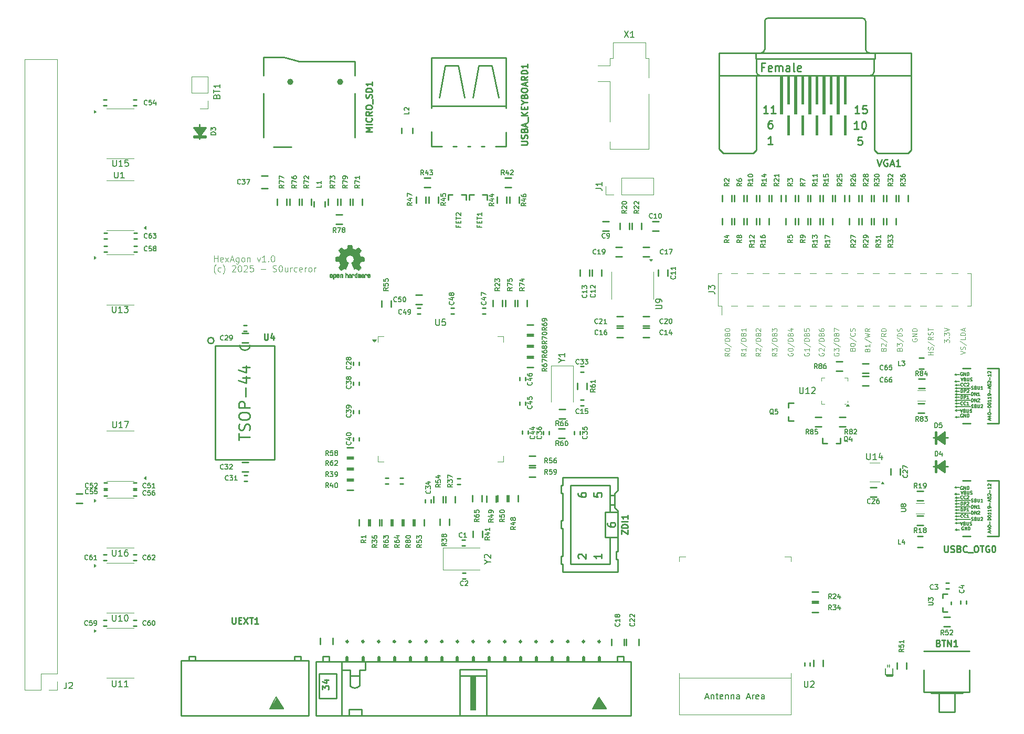
<source format=gbr>
%TF.GenerationSoftware,KiCad,Pcbnew,9.0.0*%
%TF.CreationDate,2025-05-18T10:37:10+02:00*%
%TF.ProjectId,HexAgon,48657841-676f-46e2-9e6b-696361645f70,rev?*%
%TF.SameCoordinates,Original*%
%TF.FileFunction,Legend,Top*%
%TF.FilePolarity,Positive*%
%FSLAX46Y46*%
G04 Gerber Fmt 4.6, Leading zero omitted, Abs format (unit mm)*
G04 Created by KiCad (PCBNEW 9.0.0) date 2025-05-18 10:37:10*
%MOMM*%
%LPD*%
G01*
G04 APERTURE LIST*
%ADD10C,0.100000*%
%ADD11C,0.150000*%
%ADD12C,0.127000*%
%ADD13C,0.254000*%
%ADD14C,0.190500*%
%ADD15C,0.250000*%
%ADD16C,0.010000*%
%ADD17C,0.120000*%
%ADD18C,0.500000*%
%ADD19C,0.301283*%
%ADD20C,0.050000*%
%ADD21C,0.406400*%
%ADD22C,0.304800*%
%ADD23C,0.066040*%
%ADD24C,0.400000*%
%ADD25C,0.200000*%
%ADD26C,1.000000*%
G04 APERTURE END LIST*
D10*
X112703884Y-76762475D02*
X112703884Y-75762475D01*
X112703884Y-76238665D02*
X113275312Y-76238665D01*
X113275312Y-76762475D02*
X113275312Y-75762475D01*
X114132455Y-76714856D02*
X114037217Y-76762475D01*
X114037217Y-76762475D02*
X113846741Y-76762475D01*
X113846741Y-76762475D02*
X113751503Y-76714856D01*
X113751503Y-76714856D02*
X113703884Y-76619617D01*
X113703884Y-76619617D02*
X113703884Y-76238665D01*
X113703884Y-76238665D02*
X113751503Y-76143427D01*
X113751503Y-76143427D02*
X113846741Y-76095808D01*
X113846741Y-76095808D02*
X114037217Y-76095808D01*
X114037217Y-76095808D02*
X114132455Y-76143427D01*
X114132455Y-76143427D02*
X114180074Y-76238665D01*
X114180074Y-76238665D02*
X114180074Y-76333903D01*
X114180074Y-76333903D02*
X113703884Y-76429141D01*
X114513408Y-76762475D02*
X115037217Y-76095808D01*
X114513408Y-76095808D02*
X115037217Y-76762475D01*
X115370551Y-76476760D02*
X115846741Y-76476760D01*
X115275313Y-76762475D02*
X115608646Y-75762475D01*
X115608646Y-75762475D02*
X115941979Y-76762475D01*
X116703884Y-76095808D02*
X116703884Y-76905332D01*
X116703884Y-76905332D02*
X116656265Y-77000570D01*
X116656265Y-77000570D02*
X116608646Y-77048189D01*
X116608646Y-77048189D02*
X116513408Y-77095808D01*
X116513408Y-77095808D02*
X116370551Y-77095808D01*
X116370551Y-77095808D02*
X116275313Y-77048189D01*
X116703884Y-76714856D02*
X116608646Y-76762475D01*
X116608646Y-76762475D02*
X116418170Y-76762475D01*
X116418170Y-76762475D02*
X116322932Y-76714856D01*
X116322932Y-76714856D02*
X116275313Y-76667236D01*
X116275313Y-76667236D02*
X116227694Y-76571998D01*
X116227694Y-76571998D02*
X116227694Y-76286284D01*
X116227694Y-76286284D02*
X116275313Y-76191046D01*
X116275313Y-76191046D02*
X116322932Y-76143427D01*
X116322932Y-76143427D02*
X116418170Y-76095808D01*
X116418170Y-76095808D02*
X116608646Y-76095808D01*
X116608646Y-76095808D02*
X116703884Y-76143427D01*
X117322932Y-76762475D02*
X117227694Y-76714856D01*
X117227694Y-76714856D02*
X117180075Y-76667236D01*
X117180075Y-76667236D02*
X117132456Y-76571998D01*
X117132456Y-76571998D02*
X117132456Y-76286284D01*
X117132456Y-76286284D02*
X117180075Y-76191046D01*
X117180075Y-76191046D02*
X117227694Y-76143427D01*
X117227694Y-76143427D02*
X117322932Y-76095808D01*
X117322932Y-76095808D02*
X117465789Y-76095808D01*
X117465789Y-76095808D02*
X117561027Y-76143427D01*
X117561027Y-76143427D02*
X117608646Y-76191046D01*
X117608646Y-76191046D02*
X117656265Y-76286284D01*
X117656265Y-76286284D02*
X117656265Y-76571998D01*
X117656265Y-76571998D02*
X117608646Y-76667236D01*
X117608646Y-76667236D02*
X117561027Y-76714856D01*
X117561027Y-76714856D02*
X117465789Y-76762475D01*
X117465789Y-76762475D02*
X117322932Y-76762475D01*
X118084837Y-76095808D02*
X118084837Y-76762475D01*
X118084837Y-76191046D02*
X118132456Y-76143427D01*
X118132456Y-76143427D02*
X118227694Y-76095808D01*
X118227694Y-76095808D02*
X118370551Y-76095808D01*
X118370551Y-76095808D02*
X118465789Y-76143427D01*
X118465789Y-76143427D02*
X118513408Y-76238665D01*
X118513408Y-76238665D02*
X118513408Y-76762475D01*
X119656266Y-76095808D02*
X119894361Y-76762475D01*
X119894361Y-76762475D02*
X120132456Y-76095808D01*
X121037218Y-76762475D02*
X120465790Y-76762475D01*
X120751504Y-76762475D02*
X120751504Y-75762475D01*
X120751504Y-75762475D02*
X120656266Y-75905332D01*
X120656266Y-75905332D02*
X120561028Y-76000570D01*
X120561028Y-76000570D02*
X120465790Y-76048189D01*
X121465790Y-76667236D02*
X121513409Y-76714856D01*
X121513409Y-76714856D02*
X121465790Y-76762475D01*
X121465790Y-76762475D02*
X121418171Y-76714856D01*
X121418171Y-76714856D02*
X121465790Y-76667236D01*
X121465790Y-76667236D02*
X121465790Y-76762475D01*
X122132456Y-75762475D02*
X122227694Y-75762475D01*
X122227694Y-75762475D02*
X122322932Y-75810094D01*
X122322932Y-75810094D02*
X122370551Y-75857713D01*
X122370551Y-75857713D02*
X122418170Y-75952951D01*
X122418170Y-75952951D02*
X122465789Y-76143427D01*
X122465789Y-76143427D02*
X122465789Y-76381522D01*
X122465789Y-76381522D02*
X122418170Y-76571998D01*
X122418170Y-76571998D02*
X122370551Y-76667236D01*
X122370551Y-76667236D02*
X122322932Y-76714856D01*
X122322932Y-76714856D02*
X122227694Y-76762475D01*
X122227694Y-76762475D02*
X122132456Y-76762475D01*
X122132456Y-76762475D02*
X122037218Y-76714856D01*
X122037218Y-76714856D02*
X121989599Y-76667236D01*
X121989599Y-76667236D02*
X121941980Y-76571998D01*
X121941980Y-76571998D02*
X121894361Y-76381522D01*
X121894361Y-76381522D02*
X121894361Y-76143427D01*
X121894361Y-76143427D02*
X121941980Y-75952951D01*
X121941980Y-75952951D02*
X121989599Y-75857713D01*
X121989599Y-75857713D02*
X122037218Y-75810094D01*
X122037218Y-75810094D02*
X122132456Y-75762475D01*
X112989598Y-78753371D02*
X112941979Y-78705752D01*
X112941979Y-78705752D02*
X112846741Y-78562895D01*
X112846741Y-78562895D02*
X112799122Y-78467657D01*
X112799122Y-78467657D02*
X112751503Y-78324800D01*
X112751503Y-78324800D02*
X112703884Y-78086704D01*
X112703884Y-78086704D02*
X112703884Y-77896228D01*
X112703884Y-77896228D02*
X112751503Y-77658133D01*
X112751503Y-77658133D02*
X112799122Y-77515276D01*
X112799122Y-77515276D02*
X112846741Y-77420038D01*
X112846741Y-77420038D02*
X112941979Y-77277180D01*
X112941979Y-77277180D02*
X112989598Y-77229561D01*
X113799122Y-78324800D02*
X113703884Y-78372419D01*
X113703884Y-78372419D02*
X113513408Y-78372419D01*
X113513408Y-78372419D02*
X113418170Y-78324800D01*
X113418170Y-78324800D02*
X113370551Y-78277180D01*
X113370551Y-78277180D02*
X113322932Y-78181942D01*
X113322932Y-78181942D02*
X113322932Y-77896228D01*
X113322932Y-77896228D02*
X113370551Y-77800990D01*
X113370551Y-77800990D02*
X113418170Y-77753371D01*
X113418170Y-77753371D02*
X113513408Y-77705752D01*
X113513408Y-77705752D02*
X113703884Y-77705752D01*
X113703884Y-77705752D02*
X113799122Y-77753371D01*
X114132456Y-78753371D02*
X114180075Y-78705752D01*
X114180075Y-78705752D02*
X114275313Y-78562895D01*
X114275313Y-78562895D02*
X114322932Y-78467657D01*
X114322932Y-78467657D02*
X114370551Y-78324800D01*
X114370551Y-78324800D02*
X114418170Y-78086704D01*
X114418170Y-78086704D02*
X114418170Y-77896228D01*
X114418170Y-77896228D02*
X114370551Y-77658133D01*
X114370551Y-77658133D02*
X114322932Y-77515276D01*
X114322932Y-77515276D02*
X114275313Y-77420038D01*
X114275313Y-77420038D02*
X114180075Y-77277180D01*
X114180075Y-77277180D02*
X114132456Y-77229561D01*
X115608647Y-77467657D02*
X115656266Y-77420038D01*
X115656266Y-77420038D02*
X115751504Y-77372419D01*
X115751504Y-77372419D02*
X115989599Y-77372419D01*
X115989599Y-77372419D02*
X116084837Y-77420038D01*
X116084837Y-77420038D02*
X116132456Y-77467657D01*
X116132456Y-77467657D02*
X116180075Y-77562895D01*
X116180075Y-77562895D02*
X116180075Y-77658133D01*
X116180075Y-77658133D02*
X116132456Y-77800990D01*
X116132456Y-77800990D02*
X115561028Y-78372419D01*
X115561028Y-78372419D02*
X116180075Y-78372419D01*
X116799123Y-77372419D02*
X116894361Y-77372419D01*
X116894361Y-77372419D02*
X116989599Y-77420038D01*
X116989599Y-77420038D02*
X117037218Y-77467657D01*
X117037218Y-77467657D02*
X117084837Y-77562895D01*
X117084837Y-77562895D02*
X117132456Y-77753371D01*
X117132456Y-77753371D02*
X117132456Y-77991466D01*
X117132456Y-77991466D02*
X117084837Y-78181942D01*
X117084837Y-78181942D02*
X117037218Y-78277180D01*
X117037218Y-78277180D02*
X116989599Y-78324800D01*
X116989599Y-78324800D02*
X116894361Y-78372419D01*
X116894361Y-78372419D02*
X116799123Y-78372419D01*
X116799123Y-78372419D02*
X116703885Y-78324800D01*
X116703885Y-78324800D02*
X116656266Y-78277180D01*
X116656266Y-78277180D02*
X116608647Y-78181942D01*
X116608647Y-78181942D02*
X116561028Y-77991466D01*
X116561028Y-77991466D02*
X116561028Y-77753371D01*
X116561028Y-77753371D02*
X116608647Y-77562895D01*
X116608647Y-77562895D02*
X116656266Y-77467657D01*
X116656266Y-77467657D02*
X116703885Y-77420038D01*
X116703885Y-77420038D02*
X116799123Y-77372419D01*
X117513409Y-77467657D02*
X117561028Y-77420038D01*
X117561028Y-77420038D02*
X117656266Y-77372419D01*
X117656266Y-77372419D02*
X117894361Y-77372419D01*
X117894361Y-77372419D02*
X117989599Y-77420038D01*
X117989599Y-77420038D02*
X118037218Y-77467657D01*
X118037218Y-77467657D02*
X118084837Y-77562895D01*
X118084837Y-77562895D02*
X118084837Y-77658133D01*
X118084837Y-77658133D02*
X118037218Y-77800990D01*
X118037218Y-77800990D02*
X117465790Y-78372419D01*
X117465790Y-78372419D02*
X118084837Y-78372419D01*
X118989599Y-77372419D02*
X118513409Y-77372419D01*
X118513409Y-77372419D02*
X118465790Y-77848609D01*
X118465790Y-77848609D02*
X118513409Y-77800990D01*
X118513409Y-77800990D02*
X118608647Y-77753371D01*
X118608647Y-77753371D02*
X118846742Y-77753371D01*
X118846742Y-77753371D02*
X118941980Y-77800990D01*
X118941980Y-77800990D02*
X118989599Y-77848609D01*
X118989599Y-77848609D02*
X119037218Y-77943847D01*
X119037218Y-77943847D02*
X119037218Y-78181942D01*
X119037218Y-78181942D02*
X118989599Y-78277180D01*
X118989599Y-78277180D02*
X118941980Y-78324800D01*
X118941980Y-78324800D02*
X118846742Y-78372419D01*
X118846742Y-78372419D02*
X118608647Y-78372419D01*
X118608647Y-78372419D02*
X118513409Y-78324800D01*
X118513409Y-78324800D02*
X118465790Y-78277180D01*
X120227695Y-77991466D02*
X120989600Y-77991466D01*
X122180076Y-78324800D02*
X122322933Y-78372419D01*
X122322933Y-78372419D02*
X122561028Y-78372419D01*
X122561028Y-78372419D02*
X122656266Y-78324800D01*
X122656266Y-78324800D02*
X122703885Y-78277180D01*
X122703885Y-78277180D02*
X122751504Y-78181942D01*
X122751504Y-78181942D02*
X122751504Y-78086704D01*
X122751504Y-78086704D02*
X122703885Y-77991466D01*
X122703885Y-77991466D02*
X122656266Y-77943847D01*
X122656266Y-77943847D02*
X122561028Y-77896228D01*
X122561028Y-77896228D02*
X122370552Y-77848609D01*
X122370552Y-77848609D02*
X122275314Y-77800990D01*
X122275314Y-77800990D02*
X122227695Y-77753371D01*
X122227695Y-77753371D02*
X122180076Y-77658133D01*
X122180076Y-77658133D02*
X122180076Y-77562895D01*
X122180076Y-77562895D02*
X122227695Y-77467657D01*
X122227695Y-77467657D02*
X122275314Y-77420038D01*
X122275314Y-77420038D02*
X122370552Y-77372419D01*
X122370552Y-77372419D02*
X122608647Y-77372419D01*
X122608647Y-77372419D02*
X122751504Y-77420038D01*
X123370552Y-77372419D02*
X123465790Y-77372419D01*
X123465790Y-77372419D02*
X123561028Y-77420038D01*
X123561028Y-77420038D02*
X123608647Y-77467657D01*
X123608647Y-77467657D02*
X123656266Y-77562895D01*
X123656266Y-77562895D02*
X123703885Y-77753371D01*
X123703885Y-77753371D02*
X123703885Y-77991466D01*
X123703885Y-77991466D02*
X123656266Y-78181942D01*
X123656266Y-78181942D02*
X123608647Y-78277180D01*
X123608647Y-78277180D02*
X123561028Y-78324800D01*
X123561028Y-78324800D02*
X123465790Y-78372419D01*
X123465790Y-78372419D02*
X123370552Y-78372419D01*
X123370552Y-78372419D02*
X123275314Y-78324800D01*
X123275314Y-78324800D02*
X123227695Y-78277180D01*
X123227695Y-78277180D02*
X123180076Y-78181942D01*
X123180076Y-78181942D02*
X123132457Y-77991466D01*
X123132457Y-77991466D02*
X123132457Y-77753371D01*
X123132457Y-77753371D02*
X123180076Y-77562895D01*
X123180076Y-77562895D02*
X123227695Y-77467657D01*
X123227695Y-77467657D02*
X123275314Y-77420038D01*
X123275314Y-77420038D02*
X123370552Y-77372419D01*
X124561028Y-77705752D02*
X124561028Y-78372419D01*
X124132457Y-77705752D02*
X124132457Y-78229561D01*
X124132457Y-78229561D02*
X124180076Y-78324800D01*
X124180076Y-78324800D02*
X124275314Y-78372419D01*
X124275314Y-78372419D02*
X124418171Y-78372419D01*
X124418171Y-78372419D02*
X124513409Y-78324800D01*
X124513409Y-78324800D02*
X124561028Y-78277180D01*
X125037219Y-78372419D02*
X125037219Y-77705752D01*
X125037219Y-77896228D02*
X125084838Y-77800990D01*
X125084838Y-77800990D02*
X125132457Y-77753371D01*
X125132457Y-77753371D02*
X125227695Y-77705752D01*
X125227695Y-77705752D02*
X125322933Y-77705752D01*
X126084838Y-78324800D02*
X125989600Y-78372419D01*
X125989600Y-78372419D02*
X125799124Y-78372419D01*
X125799124Y-78372419D02*
X125703886Y-78324800D01*
X125703886Y-78324800D02*
X125656267Y-78277180D01*
X125656267Y-78277180D02*
X125608648Y-78181942D01*
X125608648Y-78181942D02*
X125608648Y-77896228D01*
X125608648Y-77896228D02*
X125656267Y-77800990D01*
X125656267Y-77800990D02*
X125703886Y-77753371D01*
X125703886Y-77753371D02*
X125799124Y-77705752D01*
X125799124Y-77705752D02*
X125989600Y-77705752D01*
X125989600Y-77705752D02*
X126084838Y-77753371D01*
X126894362Y-78324800D02*
X126799124Y-78372419D01*
X126799124Y-78372419D02*
X126608648Y-78372419D01*
X126608648Y-78372419D02*
X126513410Y-78324800D01*
X126513410Y-78324800D02*
X126465791Y-78229561D01*
X126465791Y-78229561D02*
X126465791Y-77848609D01*
X126465791Y-77848609D02*
X126513410Y-77753371D01*
X126513410Y-77753371D02*
X126608648Y-77705752D01*
X126608648Y-77705752D02*
X126799124Y-77705752D01*
X126799124Y-77705752D02*
X126894362Y-77753371D01*
X126894362Y-77753371D02*
X126941981Y-77848609D01*
X126941981Y-77848609D02*
X126941981Y-77943847D01*
X126941981Y-77943847D02*
X126465791Y-78039085D01*
X127370553Y-78372419D02*
X127370553Y-77705752D01*
X127370553Y-77896228D02*
X127418172Y-77800990D01*
X127418172Y-77800990D02*
X127465791Y-77753371D01*
X127465791Y-77753371D02*
X127561029Y-77705752D01*
X127561029Y-77705752D02*
X127656267Y-77705752D01*
X128132458Y-78372419D02*
X128037220Y-78324800D01*
X128037220Y-78324800D02*
X127989601Y-78277180D01*
X127989601Y-78277180D02*
X127941982Y-78181942D01*
X127941982Y-78181942D02*
X127941982Y-77896228D01*
X127941982Y-77896228D02*
X127989601Y-77800990D01*
X127989601Y-77800990D02*
X128037220Y-77753371D01*
X128037220Y-77753371D02*
X128132458Y-77705752D01*
X128132458Y-77705752D02*
X128275315Y-77705752D01*
X128275315Y-77705752D02*
X128370553Y-77753371D01*
X128370553Y-77753371D02*
X128418172Y-77800990D01*
X128418172Y-77800990D02*
X128465791Y-77896228D01*
X128465791Y-77896228D02*
X128465791Y-78181942D01*
X128465791Y-78181942D02*
X128418172Y-78277180D01*
X128418172Y-78277180D02*
X128370553Y-78324800D01*
X128370553Y-78324800D02*
X128275315Y-78372419D01*
X128275315Y-78372419D02*
X128132458Y-78372419D01*
X128894363Y-78372419D02*
X128894363Y-77705752D01*
X128894363Y-77896228D02*
X128941982Y-77800990D01*
X128941982Y-77800990D02*
X128989601Y-77753371D01*
X128989601Y-77753371D02*
X129084839Y-77705752D01*
X129084839Y-77705752D02*
X129180077Y-77705752D01*
X215677847Y-90877068D02*
X215715942Y-90762782D01*
X215715942Y-90762782D02*
X215754038Y-90724687D01*
X215754038Y-90724687D02*
X215830228Y-90686591D01*
X215830228Y-90686591D02*
X215944514Y-90686591D01*
X215944514Y-90686591D02*
X216020704Y-90724687D01*
X216020704Y-90724687D02*
X216058800Y-90762782D01*
X216058800Y-90762782D02*
X216096895Y-90838972D01*
X216096895Y-90838972D02*
X216096895Y-91143734D01*
X216096895Y-91143734D02*
X215296895Y-91143734D01*
X215296895Y-91143734D02*
X215296895Y-90877068D01*
X215296895Y-90877068D02*
X215334990Y-90800877D01*
X215334990Y-90800877D02*
X215373085Y-90762782D01*
X215373085Y-90762782D02*
X215449276Y-90724687D01*
X215449276Y-90724687D02*
X215525466Y-90724687D01*
X215525466Y-90724687D02*
X215601657Y-90762782D01*
X215601657Y-90762782D02*
X215639752Y-90800877D01*
X215639752Y-90800877D02*
X215677847Y-90877068D01*
X215677847Y-90877068D02*
X215677847Y-91143734D01*
X215296895Y-90191353D02*
X215296895Y-90115163D01*
X215296895Y-90115163D02*
X215334990Y-90038972D01*
X215334990Y-90038972D02*
X215373085Y-90000877D01*
X215373085Y-90000877D02*
X215449276Y-89962782D01*
X215449276Y-89962782D02*
X215601657Y-89924687D01*
X215601657Y-89924687D02*
X215792133Y-89924687D01*
X215792133Y-89924687D02*
X215944514Y-89962782D01*
X215944514Y-89962782D02*
X216020704Y-90000877D01*
X216020704Y-90000877D02*
X216058800Y-90038972D01*
X216058800Y-90038972D02*
X216096895Y-90115163D01*
X216096895Y-90115163D02*
X216096895Y-90191353D01*
X216096895Y-90191353D02*
X216058800Y-90267544D01*
X216058800Y-90267544D02*
X216020704Y-90305639D01*
X216020704Y-90305639D02*
X215944514Y-90343734D01*
X215944514Y-90343734D02*
X215792133Y-90381830D01*
X215792133Y-90381830D02*
X215601657Y-90381830D01*
X215601657Y-90381830D02*
X215449276Y-90343734D01*
X215449276Y-90343734D02*
X215373085Y-90305639D01*
X215373085Y-90305639D02*
X215334990Y-90267544D01*
X215334990Y-90267544D02*
X215296895Y-90191353D01*
X215258800Y-89010401D02*
X216287371Y-89696115D01*
X216020704Y-88286591D02*
X216058800Y-88324687D01*
X216058800Y-88324687D02*
X216096895Y-88438972D01*
X216096895Y-88438972D02*
X216096895Y-88515163D01*
X216096895Y-88515163D02*
X216058800Y-88629449D01*
X216058800Y-88629449D02*
X215982609Y-88705639D01*
X215982609Y-88705639D02*
X215906419Y-88743734D01*
X215906419Y-88743734D02*
X215754038Y-88781830D01*
X215754038Y-88781830D02*
X215639752Y-88781830D01*
X215639752Y-88781830D02*
X215487371Y-88743734D01*
X215487371Y-88743734D02*
X215411180Y-88705639D01*
X215411180Y-88705639D02*
X215334990Y-88629449D01*
X215334990Y-88629449D02*
X215296895Y-88515163D01*
X215296895Y-88515163D02*
X215296895Y-88438972D01*
X215296895Y-88438972D02*
X215334990Y-88324687D01*
X215334990Y-88324687D02*
X215373085Y-88286591D01*
X216058800Y-87981830D02*
X216096895Y-87867544D01*
X216096895Y-87867544D02*
X216096895Y-87677068D01*
X216096895Y-87677068D02*
X216058800Y-87600877D01*
X216058800Y-87600877D02*
X216020704Y-87562782D01*
X216020704Y-87562782D02*
X215944514Y-87524687D01*
X215944514Y-87524687D02*
X215868323Y-87524687D01*
X215868323Y-87524687D02*
X215792133Y-87562782D01*
X215792133Y-87562782D02*
X215754038Y-87600877D01*
X215754038Y-87600877D02*
X215715942Y-87677068D01*
X215715942Y-87677068D02*
X215677847Y-87829449D01*
X215677847Y-87829449D02*
X215639752Y-87905639D01*
X215639752Y-87905639D02*
X215601657Y-87943734D01*
X215601657Y-87943734D02*
X215525466Y-87981830D01*
X215525466Y-87981830D02*
X215449276Y-87981830D01*
X215449276Y-87981830D02*
X215373085Y-87943734D01*
X215373085Y-87943734D02*
X215334990Y-87905639D01*
X215334990Y-87905639D02*
X215296895Y-87829449D01*
X215296895Y-87829449D02*
X215296895Y-87638972D01*
X215296895Y-87638972D02*
X215334990Y-87524687D01*
X205334990Y-91524687D02*
X205296895Y-91600877D01*
X205296895Y-91600877D02*
X205296895Y-91715163D01*
X205296895Y-91715163D02*
X205334990Y-91829449D01*
X205334990Y-91829449D02*
X205411180Y-91905639D01*
X205411180Y-91905639D02*
X205487371Y-91943734D01*
X205487371Y-91943734D02*
X205639752Y-91981830D01*
X205639752Y-91981830D02*
X205754038Y-91981830D01*
X205754038Y-91981830D02*
X205906419Y-91943734D01*
X205906419Y-91943734D02*
X205982609Y-91905639D01*
X205982609Y-91905639D02*
X206058800Y-91829449D01*
X206058800Y-91829449D02*
X206096895Y-91715163D01*
X206096895Y-91715163D02*
X206096895Y-91638972D01*
X206096895Y-91638972D02*
X206058800Y-91524687D01*
X206058800Y-91524687D02*
X206020704Y-91486591D01*
X206020704Y-91486591D02*
X205754038Y-91486591D01*
X205754038Y-91486591D02*
X205754038Y-91638972D01*
X205296895Y-90991353D02*
X205296895Y-90915163D01*
X205296895Y-90915163D02*
X205334990Y-90838972D01*
X205334990Y-90838972D02*
X205373085Y-90800877D01*
X205373085Y-90800877D02*
X205449276Y-90762782D01*
X205449276Y-90762782D02*
X205601657Y-90724687D01*
X205601657Y-90724687D02*
X205792133Y-90724687D01*
X205792133Y-90724687D02*
X205944514Y-90762782D01*
X205944514Y-90762782D02*
X206020704Y-90800877D01*
X206020704Y-90800877D02*
X206058800Y-90838972D01*
X206058800Y-90838972D02*
X206096895Y-90915163D01*
X206096895Y-90915163D02*
X206096895Y-90991353D01*
X206096895Y-90991353D02*
X206058800Y-91067544D01*
X206058800Y-91067544D02*
X206020704Y-91105639D01*
X206020704Y-91105639D02*
X205944514Y-91143734D01*
X205944514Y-91143734D02*
X205792133Y-91181830D01*
X205792133Y-91181830D02*
X205601657Y-91181830D01*
X205601657Y-91181830D02*
X205449276Y-91143734D01*
X205449276Y-91143734D02*
X205373085Y-91105639D01*
X205373085Y-91105639D02*
X205334990Y-91067544D01*
X205334990Y-91067544D02*
X205296895Y-90991353D01*
X205258800Y-89810401D02*
X206287371Y-90496115D01*
X206096895Y-89543734D02*
X205296895Y-89543734D01*
X205296895Y-89543734D02*
X205296895Y-89353258D01*
X205296895Y-89353258D02*
X205334990Y-89238972D01*
X205334990Y-89238972D02*
X205411180Y-89162782D01*
X205411180Y-89162782D02*
X205487371Y-89124687D01*
X205487371Y-89124687D02*
X205639752Y-89086591D01*
X205639752Y-89086591D02*
X205754038Y-89086591D01*
X205754038Y-89086591D02*
X205906419Y-89124687D01*
X205906419Y-89124687D02*
X205982609Y-89162782D01*
X205982609Y-89162782D02*
X206058800Y-89238972D01*
X206058800Y-89238972D02*
X206096895Y-89353258D01*
X206096895Y-89353258D02*
X206096895Y-89543734D01*
X205677847Y-88477068D02*
X205715942Y-88362782D01*
X205715942Y-88362782D02*
X205754038Y-88324687D01*
X205754038Y-88324687D02*
X205830228Y-88286591D01*
X205830228Y-88286591D02*
X205944514Y-88286591D01*
X205944514Y-88286591D02*
X206020704Y-88324687D01*
X206020704Y-88324687D02*
X206058800Y-88362782D01*
X206058800Y-88362782D02*
X206096895Y-88438972D01*
X206096895Y-88438972D02*
X206096895Y-88743734D01*
X206096895Y-88743734D02*
X205296895Y-88743734D01*
X205296895Y-88743734D02*
X205296895Y-88477068D01*
X205296895Y-88477068D02*
X205334990Y-88400877D01*
X205334990Y-88400877D02*
X205373085Y-88362782D01*
X205373085Y-88362782D02*
X205449276Y-88324687D01*
X205449276Y-88324687D02*
X205525466Y-88324687D01*
X205525466Y-88324687D02*
X205601657Y-88362782D01*
X205601657Y-88362782D02*
X205639752Y-88400877D01*
X205639752Y-88400877D02*
X205677847Y-88477068D01*
X205677847Y-88477068D02*
X205677847Y-88743734D01*
X205563561Y-87600877D02*
X206096895Y-87600877D01*
X205258800Y-87791353D02*
X205830228Y-87981830D01*
X205830228Y-87981830D02*
X205830228Y-87486591D01*
X207934990Y-91524687D02*
X207896895Y-91600877D01*
X207896895Y-91600877D02*
X207896895Y-91715163D01*
X207896895Y-91715163D02*
X207934990Y-91829449D01*
X207934990Y-91829449D02*
X208011180Y-91905639D01*
X208011180Y-91905639D02*
X208087371Y-91943734D01*
X208087371Y-91943734D02*
X208239752Y-91981830D01*
X208239752Y-91981830D02*
X208354038Y-91981830D01*
X208354038Y-91981830D02*
X208506419Y-91943734D01*
X208506419Y-91943734D02*
X208582609Y-91905639D01*
X208582609Y-91905639D02*
X208658800Y-91829449D01*
X208658800Y-91829449D02*
X208696895Y-91715163D01*
X208696895Y-91715163D02*
X208696895Y-91638972D01*
X208696895Y-91638972D02*
X208658800Y-91524687D01*
X208658800Y-91524687D02*
X208620704Y-91486591D01*
X208620704Y-91486591D02*
X208354038Y-91486591D01*
X208354038Y-91486591D02*
X208354038Y-91638972D01*
X208696895Y-90724687D02*
X208696895Y-91181830D01*
X208696895Y-90953258D02*
X207896895Y-90953258D01*
X207896895Y-90953258D02*
X208011180Y-91029449D01*
X208011180Y-91029449D02*
X208087371Y-91105639D01*
X208087371Y-91105639D02*
X208125466Y-91181830D01*
X207858800Y-89810401D02*
X208887371Y-90496115D01*
X208696895Y-89543734D02*
X207896895Y-89543734D01*
X207896895Y-89543734D02*
X207896895Y-89353258D01*
X207896895Y-89353258D02*
X207934990Y-89238972D01*
X207934990Y-89238972D02*
X208011180Y-89162782D01*
X208011180Y-89162782D02*
X208087371Y-89124687D01*
X208087371Y-89124687D02*
X208239752Y-89086591D01*
X208239752Y-89086591D02*
X208354038Y-89086591D01*
X208354038Y-89086591D02*
X208506419Y-89124687D01*
X208506419Y-89124687D02*
X208582609Y-89162782D01*
X208582609Y-89162782D02*
X208658800Y-89238972D01*
X208658800Y-89238972D02*
X208696895Y-89353258D01*
X208696895Y-89353258D02*
X208696895Y-89543734D01*
X208277847Y-88477068D02*
X208315942Y-88362782D01*
X208315942Y-88362782D02*
X208354038Y-88324687D01*
X208354038Y-88324687D02*
X208430228Y-88286591D01*
X208430228Y-88286591D02*
X208544514Y-88286591D01*
X208544514Y-88286591D02*
X208620704Y-88324687D01*
X208620704Y-88324687D02*
X208658800Y-88362782D01*
X208658800Y-88362782D02*
X208696895Y-88438972D01*
X208696895Y-88438972D02*
X208696895Y-88743734D01*
X208696895Y-88743734D02*
X207896895Y-88743734D01*
X207896895Y-88743734D02*
X207896895Y-88477068D01*
X207896895Y-88477068D02*
X207934990Y-88400877D01*
X207934990Y-88400877D02*
X207973085Y-88362782D01*
X207973085Y-88362782D02*
X208049276Y-88324687D01*
X208049276Y-88324687D02*
X208125466Y-88324687D01*
X208125466Y-88324687D02*
X208201657Y-88362782D01*
X208201657Y-88362782D02*
X208239752Y-88400877D01*
X208239752Y-88400877D02*
X208277847Y-88477068D01*
X208277847Y-88477068D02*
X208277847Y-88743734D01*
X207896895Y-87562782D02*
X207896895Y-87943734D01*
X207896895Y-87943734D02*
X208277847Y-87981830D01*
X208277847Y-87981830D02*
X208239752Y-87943734D01*
X208239752Y-87943734D02*
X208201657Y-87867544D01*
X208201657Y-87867544D02*
X208201657Y-87677068D01*
X208201657Y-87677068D02*
X208239752Y-87600877D01*
X208239752Y-87600877D02*
X208277847Y-87562782D01*
X208277847Y-87562782D02*
X208354038Y-87524687D01*
X208354038Y-87524687D02*
X208544514Y-87524687D01*
X208544514Y-87524687D02*
X208620704Y-87562782D01*
X208620704Y-87562782D02*
X208658800Y-87600877D01*
X208658800Y-87600877D02*
X208696895Y-87677068D01*
X208696895Y-87677068D02*
X208696895Y-87867544D01*
X208696895Y-87867544D02*
X208658800Y-87943734D01*
X208658800Y-87943734D02*
X208620704Y-87981830D01*
X210334990Y-91524687D02*
X210296895Y-91600877D01*
X210296895Y-91600877D02*
X210296895Y-91715163D01*
X210296895Y-91715163D02*
X210334990Y-91829449D01*
X210334990Y-91829449D02*
X210411180Y-91905639D01*
X210411180Y-91905639D02*
X210487371Y-91943734D01*
X210487371Y-91943734D02*
X210639752Y-91981830D01*
X210639752Y-91981830D02*
X210754038Y-91981830D01*
X210754038Y-91981830D02*
X210906419Y-91943734D01*
X210906419Y-91943734D02*
X210982609Y-91905639D01*
X210982609Y-91905639D02*
X211058800Y-91829449D01*
X211058800Y-91829449D02*
X211096895Y-91715163D01*
X211096895Y-91715163D02*
X211096895Y-91638972D01*
X211096895Y-91638972D02*
X211058800Y-91524687D01*
X211058800Y-91524687D02*
X211020704Y-91486591D01*
X211020704Y-91486591D02*
X210754038Y-91486591D01*
X210754038Y-91486591D02*
X210754038Y-91638972D01*
X210373085Y-91181830D02*
X210334990Y-91143734D01*
X210334990Y-91143734D02*
X210296895Y-91067544D01*
X210296895Y-91067544D02*
X210296895Y-90877068D01*
X210296895Y-90877068D02*
X210334990Y-90800877D01*
X210334990Y-90800877D02*
X210373085Y-90762782D01*
X210373085Y-90762782D02*
X210449276Y-90724687D01*
X210449276Y-90724687D02*
X210525466Y-90724687D01*
X210525466Y-90724687D02*
X210639752Y-90762782D01*
X210639752Y-90762782D02*
X211096895Y-91219925D01*
X211096895Y-91219925D02*
X211096895Y-90724687D01*
X210258800Y-89810401D02*
X211287371Y-90496115D01*
X211096895Y-89543734D02*
X210296895Y-89543734D01*
X210296895Y-89543734D02*
X210296895Y-89353258D01*
X210296895Y-89353258D02*
X210334990Y-89238972D01*
X210334990Y-89238972D02*
X210411180Y-89162782D01*
X210411180Y-89162782D02*
X210487371Y-89124687D01*
X210487371Y-89124687D02*
X210639752Y-89086591D01*
X210639752Y-89086591D02*
X210754038Y-89086591D01*
X210754038Y-89086591D02*
X210906419Y-89124687D01*
X210906419Y-89124687D02*
X210982609Y-89162782D01*
X210982609Y-89162782D02*
X211058800Y-89238972D01*
X211058800Y-89238972D02*
X211096895Y-89353258D01*
X211096895Y-89353258D02*
X211096895Y-89543734D01*
X210677847Y-88477068D02*
X210715942Y-88362782D01*
X210715942Y-88362782D02*
X210754038Y-88324687D01*
X210754038Y-88324687D02*
X210830228Y-88286591D01*
X210830228Y-88286591D02*
X210944514Y-88286591D01*
X210944514Y-88286591D02*
X211020704Y-88324687D01*
X211020704Y-88324687D02*
X211058800Y-88362782D01*
X211058800Y-88362782D02*
X211096895Y-88438972D01*
X211096895Y-88438972D02*
X211096895Y-88743734D01*
X211096895Y-88743734D02*
X210296895Y-88743734D01*
X210296895Y-88743734D02*
X210296895Y-88477068D01*
X210296895Y-88477068D02*
X210334990Y-88400877D01*
X210334990Y-88400877D02*
X210373085Y-88362782D01*
X210373085Y-88362782D02*
X210449276Y-88324687D01*
X210449276Y-88324687D02*
X210525466Y-88324687D01*
X210525466Y-88324687D02*
X210601657Y-88362782D01*
X210601657Y-88362782D02*
X210639752Y-88400877D01*
X210639752Y-88400877D02*
X210677847Y-88477068D01*
X210677847Y-88477068D02*
X210677847Y-88743734D01*
X210296895Y-87600877D02*
X210296895Y-87753258D01*
X210296895Y-87753258D02*
X210334990Y-87829449D01*
X210334990Y-87829449D02*
X210373085Y-87867544D01*
X210373085Y-87867544D02*
X210487371Y-87943734D01*
X210487371Y-87943734D02*
X210639752Y-87981830D01*
X210639752Y-87981830D02*
X210944514Y-87981830D01*
X210944514Y-87981830D02*
X211020704Y-87943734D01*
X211020704Y-87943734D02*
X211058800Y-87905639D01*
X211058800Y-87905639D02*
X211096895Y-87829449D01*
X211096895Y-87829449D02*
X211096895Y-87677068D01*
X211096895Y-87677068D02*
X211058800Y-87600877D01*
X211058800Y-87600877D02*
X211020704Y-87562782D01*
X211020704Y-87562782D02*
X210944514Y-87524687D01*
X210944514Y-87524687D02*
X210754038Y-87524687D01*
X210754038Y-87524687D02*
X210677847Y-87562782D01*
X210677847Y-87562782D02*
X210639752Y-87600877D01*
X210639752Y-87600877D02*
X210601657Y-87677068D01*
X210601657Y-87677068D02*
X210601657Y-87829449D01*
X210601657Y-87829449D02*
X210639752Y-87905639D01*
X210639752Y-87905639D02*
X210677847Y-87943734D01*
X210677847Y-87943734D02*
X210754038Y-87981830D01*
X223277847Y-90877068D02*
X223315942Y-90762782D01*
X223315942Y-90762782D02*
X223354038Y-90724687D01*
X223354038Y-90724687D02*
X223430228Y-90686591D01*
X223430228Y-90686591D02*
X223544514Y-90686591D01*
X223544514Y-90686591D02*
X223620704Y-90724687D01*
X223620704Y-90724687D02*
X223658800Y-90762782D01*
X223658800Y-90762782D02*
X223696895Y-90838972D01*
X223696895Y-90838972D02*
X223696895Y-91143734D01*
X223696895Y-91143734D02*
X222896895Y-91143734D01*
X222896895Y-91143734D02*
X222896895Y-90877068D01*
X222896895Y-90877068D02*
X222934990Y-90800877D01*
X222934990Y-90800877D02*
X222973085Y-90762782D01*
X222973085Y-90762782D02*
X223049276Y-90724687D01*
X223049276Y-90724687D02*
X223125466Y-90724687D01*
X223125466Y-90724687D02*
X223201657Y-90762782D01*
X223201657Y-90762782D02*
X223239752Y-90800877D01*
X223239752Y-90800877D02*
X223277847Y-90877068D01*
X223277847Y-90877068D02*
X223277847Y-91143734D01*
X222896895Y-90419925D02*
X222896895Y-89924687D01*
X222896895Y-89924687D02*
X223201657Y-90191353D01*
X223201657Y-90191353D02*
X223201657Y-90077068D01*
X223201657Y-90077068D02*
X223239752Y-90000877D01*
X223239752Y-90000877D02*
X223277847Y-89962782D01*
X223277847Y-89962782D02*
X223354038Y-89924687D01*
X223354038Y-89924687D02*
X223544514Y-89924687D01*
X223544514Y-89924687D02*
X223620704Y-89962782D01*
X223620704Y-89962782D02*
X223658800Y-90000877D01*
X223658800Y-90000877D02*
X223696895Y-90077068D01*
X223696895Y-90077068D02*
X223696895Y-90305639D01*
X223696895Y-90305639D02*
X223658800Y-90381830D01*
X223658800Y-90381830D02*
X223620704Y-90419925D01*
X222858800Y-89010401D02*
X223887371Y-89696115D01*
X223696895Y-88743734D02*
X222896895Y-88743734D01*
X222896895Y-88743734D02*
X222896895Y-88553258D01*
X222896895Y-88553258D02*
X222934990Y-88438972D01*
X222934990Y-88438972D02*
X223011180Y-88362782D01*
X223011180Y-88362782D02*
X223087371Y-88324687D01*
X223087371Y-88324687D02*
X223239752Y-88286591D01*
X223239752Y-88286591D02*
X223354038Y-88286591D01*
X223354038Y-88286591D02*
X223506419Y-88324687D01*
X223506419Y-88324687D02*
X223582609Y-88362782D01*
X223582609Y-88362782D02*
X223658800Y-88438972D01*
X223658800Y-88438972D02*
X223696895Y-88553258D01*
X223696895Y-88553258D02*
X223696895Y-88743734D01*
X223658800Y-87981830D02*
X223696895Y-87867544D01*
X223696895Y-87867544D02*
X223696895Y-87677068D01*
X223696895Y-87677068D02*
X223658800Y-87600877D01*
X223658800Y-87600877D02*
X223620704Y-87562782D01*
X223620704Y-87562782D02*
X223544514Y-87524687D01*
X223544514Y-87524687D02*
X223468323Y-87524687D01*
X223468323Y-87524687D02*
X223392133Y-87562782D01*
X223392133Y-87562782D02*
X223354038Y-87600877D01*
X223354038Y-87600877D02*
X223315942Y-87677068D01*
X223315942Y-87677068D02*
X223277847Y-87829449D01*
X223277847Y-87829449D02*
X223239752Y-87905639D01*
X223239752Y-87905639D02*
X223201657Y-87943734D01*
X223201657Y-87943734D02*
X223125466Y-87981830D01*
X223125466Y-87981830D02*
X223049276Y-87981830D01*
X223049276Y-87981830D02*
X222973085Y-87943734D01*
X222973085Y-87943734D02*
X222934990Y-87905639D01*
X222934990Y-87905639D02*
X222896895Y-87829449D01*
X222896895Y-87829449D02*
X222896895Y-87638972D01*
X222896895Y-87638972D02*
X222934990Y-87524687D01*
X220677847Y-90915163D02*
X220715942Y-90800877D01*
X220715942Y-90800877D02*
X220754038Y-90762782D01*
X220754038Y-90762782D02*
X220830228Y-90724686D01*
X220830228Y-90724686D02*
X220944514Y-90724686D01*
X220944514Y-90724686D02*
X221020704Y-90762782D01*
X221020704Y-90762782D02*
X221058800Y-90800877D01*
X221058800Y-90800877D02*
X221096895Y-90877067D01*
X221096895Y-90877067D02*
X221096895Y-91181829D01*
X221096895Y-91181829D02*
X220296895Y-91181829D01*
X220296895Y-91181829D02*
X220296895Y-90915163D01*
X220296895Y-90915163D02*
X220334990Y-90838972D01*
X220334990Y-90838972D02*
X220373085Y-90800877D01*
X220373085Y-90800877D02*
X220449276Y-90762782D01*
X220449276Y-90762782D02*
X220525466Y-90762782D01*
X220525466Y-90762782D02*
X220601657Y-90800877D01*
X220601657Y-90800877D02*
X220639752Y-90838972D01*
X220639752Y-90838972D02*
X220677847Y-90915163D01*
X220677847Y-90915163D02*
X220677847Y-91181829D01*
X220373085Y-90419925D02*
X220334990Y-90381829D01*
X220334990Y-90381829D02*
X220296895Y-90305639D01*
X220296895Y-90305639D02*
X220296895Y-90115163D01*
X220296895Y-90115163D02*
X220334990Y-90038972D01*
X220334990Y-90038972D02*
X220373085Y-90000877D01*
X220373085Y-90000877D02*
X220449276Y-89962782D01*
X220449276Y-89962782D02*
X220525466Y-89962782D01*
X220525466Y-89962782D02*
X220639752Y-90000877D01*
X220639752Y-90000877D02*
X221096895Y-90458020D01*
X221096895Y-90458020D02*
X221096895Y-89962782D01*
X220258800Y-89048496D02*
X221287371Y-89734210D01*
X221096895Y-88324686D02*
X220715942Y-88591353D01*
X221096895Y-88781829D02*
X220296895Y-88781829D01*
X220296895Y-88781829D02*
X220296895Y-88477067D01*
X220296895Y-88477067D02*
X220334990Y-88400877D01*
X220334990Y-88400877D02*
X220373085Y-88362782D01*
X220373085Y-88362782D02*
X220449276Y-88324686D01*
X220449276Y-88324686D02*
X220563561Y-88324686D01*
X220563561Y-88324686D02*
X220639752Y-88362782D01*
X220639752Y-88362782D02*
X220677847Y-88400877D01*
X220677847Y-88400877D02*
X220715942Y-88477067D01*
X220715942Y-88477067D02*
X220715942Y-88781829D01*
X221096895Y-87981829D02*
X220296895Y-87981829D01*
X220296895Y-87981829D02*
X220296895Y-87791353D01*
X220296895Y-87791353D02*
X220334990Y-87677067D01*
X220334990Y-87677067D02*
X220411180Y-87600877D01*
X220411180Y-87600877D02*
X220487371Y-87562782D01*
X220487371Y-87562782D02*
X220639752Y-87524686D01*
X220639752Y-87524686D02*
X220754038Y-87524686D01*
X220754038Y-87524686D02*
X220906419Y-87562782D01*
X220906419Y-87562782D02*
X220982609Y-87600877D01*
X220982609Y-87600877D02*
X221058800Y-87677067D01*
X221058800Y-87677067D02*
X221096895Y-87791353D01*
X221096895Y-87791353D02*
X221096895Y-87981829D01*
X203496895Y-91486591D02*
X203115942Y-91753258D01*
X203496895Y-91943734D02*
X202696895Y-91943734D01*
X202696895Y-91943734D02*
X202696895Y-91638972D01*
X202696895Y-91638972D02*
X202734990Y-91562782D01*
X202734990Y-91562782D02*
X202773085Y-91524687D01*
X202773085Y-91524687D02*
X202849276Y-91486591D01*
X202849276Y-91486591D02*
X202963561Y-91486591D01*
X202963561Y-91486591D02*
X203039752Y-91524687D01*
X203039752Y-91524687D02*
X203077847Y-91562782D01*
X203077847Y-91562782D02*
X203115942Y-91638972D01*
X203115942Y-91638972D02*
X203115942Y-91943734D01*
X202696895Y-91219925D02*
X202696895Y-90724687D01*
X202696895Y-90724687D02*
X203001657Y-90991353D01*
X203001657Y-90991353D02*
X203001657Y-90877068D01*
X203001657Y-90877068D02*
X203039752Y-90800877D01*
X203039752Y-90800877D02*
X203077847Y-90762782D01*
X203077847Y-90762782D02*
X203154038Y-90724687D01*
X203154038Y-90724687D02*
X203344514Y-90724687D01*
X203344514Y-90724687D02*
X203420704Y-90762782D01*
X203420704Y-90762782D02*
X203458800Y-90800877D01*
X203458800Y-90800877D02*
X203496895Y-90877068D01*
X203496895Y-90877068D02*
X203496895Y-91105639D01*
X203496895Y-91105639D02*
X203458800Y-91181830D01*
X203458800Y-91181830D02*
X203420704Y-91219925D01*
X202658800Y-89810401D02*
X203687371Y-90496115D01*
X203496895Y-89543734D02*
X202696895Y-89543734D01*
X202696895Y-89543734D02*
X202696895Y-89353258D01*
X202696895Y-89353258D02*
X202734990Y-89238972D01*
X202734990Y-89238972D02*
X202811180Y-89162782D01*
X202811180Y-89162782D02*
X202887371Y-89124687D01*
X202887371Y-89124687D02*
X203039752Y-89086591D01*
X203039752Y-89086591D02*
X203154038Y-89086591D01*
X203154038Y-89086591D02*
X203306419Y-89124687D01*
X203306419Y-89124687D02*
X203382609Y-89162782D01*
X203382609Y-89162782D02*
X203458800Y-89238972D01*
X203458800Y-89238972D02*
X203496895Y-89353258D01*
X203496895Y-89353258D02*
X203496895Y-89543734D01*
X203077847Y-88477068D02*
X203115942Y-88362782D01*
X203115942Y-88362782D02*
X203154038Y-88324687D01*
X203154038Y-88324687D02*
X203230228Y-88286591D01*
X203230228Y-88286591D02*
X203344514Y-88286591D01*
X203344514Y-88286591D02*
X203420704Y-88324687D01*
X203420704Y-88324687D02*
X203458800Y-88362782D01*
X203458800Y-88362782D02*
X203496895Y-88438972D01*
X203496895Y-88438972D02*
X203496895Y-88743734D01*
X203496895Y-88743734D02*
X202696895Y-88743734D01*
X202696895Y-88743734D02*
X202696895Y-88477068D01*
X202696895Y-88477068D02*
X202734990Y-88400877D01*
X202734990Y-88400877D02*
X202773085Y-88362782D01*
X202773085Y-88362782D02*
X202849276Y-88324687D01*
X202849276Y-88324687D02*
X202925466Y-88324687D01*
X202925466Y-88324687D02*
X203001657Y-88362782D01*
X203001657Y-88362782D02*
X203039752Y-88400877D01*
X203039752Y-88400877D02*
X203077847Y-88477068D01*
X203077847Y-88477068D02*
X203077847Y-88743734D01*
X202696895Y-88019925D02*
X202696895Y-87524687D01*
X202696895Y-87524687D02*
X203001657Y-87791353D01*
X203001657Y-87791353D02*
X203001657Y-87677068D01*
X203001657Y-87677068D02*
X203039752Y-87600877D01*
X203039752Y-87600877D02*
X203077847Y-87562782D01*
X203077847Y-87562782D02*
X203154038Y-87524687D01*
X203154038Y-87524687D02*
X203344514Y-87524687D01*
X203344514Y-87524687D02*
X203420704Y-87562782D01*
X203420704Y-87562782D02*
X203458800Y-87600877D01*
X203458800Y-87600877D02*
X203496895Y-87677068D01*
X203496895Y-87677068D02*
X203496895Y-87905639D01*
X203496895Y-87905639D02*
X203458800Y-87981830D01*
X203458800Y-87981830D02*
X203420704Y-88019925D01*
X200896895Y-91486591D02*
X200515942Y-91753258D01*
X200896895Y-91943734D02*
X200096895Y-91943734D01*
X200096895Y-91943734D02*
X200096895Y-91638972D01*
X200096895Y-91638972D02*
X200134990Y-91562782D01*
X200134990Y-91562782D02*
X200173085Y-91524687D01*
X200173085Y-91524687D02*
X200249276Y-91486591D01*
X200249276Y-91486591D02*
X200363561Y-91486591D01*
X200363561Y-91486591D02*
X200439752Y-91524687D01*
X200439752Y-91524687D02*
X200477847Y-91562782D01*
X200477847Y-91562782D02*
X200515942Y-91638972D01*
X200515942Y-91638972D02*
X200515942Y-91943734D01*
X200173085Y-91181830D02*
X200134990Y-91143734D01*
X200134990Y-91143734D02*
X200096895Y-91067544D01*
X200096895Y-91067544D02*
X200096895Y-90877068D01*
X200096895Y-90877068D02*
X200134990Y-90800877D01*
X200134990Y-90800877D02*
X200173085Y-90762782D01*
X200173085Y-90762782D02*
X200249276Y-90724687D01*
X200249276Y-90724687D02*
X200325466Y-90724687D01*
X200325466Y-90724687D02*
X200439752Y-90762782D01*
X200439752Y-90762782D02*
X200896895Y-91219925D01*
X200896895Y-91219925D02*
X200896895Y-90724687D01*
X200058800Y-89810401D02*
X201087371Y-90496115D01*
X200896895Y-89543734D02*
X200096895Y-89543734D01*
X200096895Y-89543734D02*
X200096895Y-89353258D01*
X200096895Y-89353258D02*
X200134990Y-89238972D01*
X200134990Y-89238972D02*
X200211180Y-89162782D01*
X200211180Y-89162782D02*
X200287371Y-89124687D01*
X200287371Y-89124687D02*
X200439752Y-89086591D01*
X200439752Y-89086591D02*
X200554038Y-89086591D01*
X200554038Y-89086591D02*
X200706419Y-89124687D01*
X200706419Y-89124687D02*
X200782609Y-89162782D01*
X200782609Y-89162782D02*
X200858800Y-89238972D01*
X200858800Y-89238972D02*
X200896895Y-89353258D01*
X200896895Y-89353258D02*
X200896895Y-89543734D01*
X200477847Y-88477068D02*
X200515942Y-88362782D01*
X200515942Y-88362782D02*
X200554038Y-88324687D01*
X200554038Y-88324687D02*
X200630228Y-88286591D01*
X200630228Y-88286591D02*
X200744514Y-88286591D01*
X200744514Y-88286591D02*
X200820704Y-88324687D01*
X200820704Y-88324687D02*
X200858800Y-88362782D01*
X200858800Y-88362782D02*
X200896895Y-88438972D01*
X200896895Y-88438972D02*
X200896895Y-88743734D01*
X200896895Y-88743734D02*
X200096895Y-88743734D01*
X200096895Y-88743734D02*
X200096895Y-88477068D01*
X200096895Y-88477068D02*
X200134990Y-88400877D01*
X200134990Y-88400877D02*
X200173085Y-88362782D01*
X200173085Y-88362782D02*
X200249276Y-88324687D01*
X200249276Y-88324687D02*
X200325466Y-88324687D01*
X200325466Y-88324687D02*
X200401657Y-88362782D01*
X200401657Y-88362782D02*
X200439752Y-88400877D01*
X200439752Y-88400877D02*
X200477847Y-88477068D01*
X200477847Y-88477068D02*
X200477847Y-88743734D01*
X200173085Y-87981830D02*
X200134990Y-87943734D01*
X200134990Y-87943734D02*
X200096895Y-87867544D01*
X200096895Y-87867544D02*
X200096895Y-87677068D01*
X200096895Y-87677068D02*
X200134990Y-87600877D01*
X200134990Y-87600877D02*
X200173085Y-87562782D01*
X200173085Y-87562782D02*
X200249276Y-87524687D01*
X200249276Y-87524687D02*
X200325466Y-87524687D01*
X200325466Y-87524687D02*
X200439752Y-87562782D01*
X200439752Y-87562782D02*
X200896895Y-88019925D01*
X200896895Y-88019925D02*
X200896895Y-87524687D01*
X218077847Y-91029449D02*
X218115942Y-90915163D01*
X218115942Y-90915163D02*
X218154038Y-90877068D01*
X218154038Y-90877068D02*
X218230228Y-90838972D01*
X218230228Y-90838972D02*
X218344514Y-90838972D01*
X218344514Y-90838972D02*
X218420704Y-90877068D01*
X218420704Y-90877068D02*
X218458800Y-90915163D01*
X218458800Y-90915163D02*
X218496895Y-90991353D01*
X218496895Y-90991353D02*
X218496895Y-91296115D01*
X218496895Y-91296115D02*
X217696895Y-91296115D01*
X217696895Y-91296115D02*
X217696895Y-91029449D01*
X217696895Y-91029449D02*
X217734990Y-90953258D01*
X217734990Y-90953258D02*
X217773085Y-90915163D01*
X217773085Y-90915163D02*
X217849276Y-90877068D01*
X217849276Y-90877068D02*
X217925466Y-90877068D01*
X217925466Y-90877068D02*
X218001657Y-90915163D01*
X218001657Y-90915163D02*
X218039752Y-90953258D01*
X218039752Y-90953258D02*
X218077847Y-91029449D01*
X218077847Y-91029449D02*
X218077847Y-91296115D01*
X218496895Y-90077068D02*
X218496895Y-90534211D01*
X218496895Y-90305639D02*
X217696895Y-90305639D01*
X217696895Y-90305639D02*
X217811180Y-90381830D01*
X217811180Y-90381830D02*
X217887371Y-90458020D01*
X217887371Y-90458020D02*
X217925466Y-90534211D01*
X217658800Y-89162782D02*
X218687371Y-89848496D01*
X217696895Y-88972306D02*
X218496895Y-88781830D01*
X218496895Y-88781830D02*
X217925466Y-88629449D01*
X217925466Y-88629449D02*
X218496895Y-88477068D01*
X218496895Y-88477068D02*
X217696895Y-88286592D01*
X218496895Y-87524686D02*
X218115942Y-87791353D01*
X218496895Y-87981829D02*
X217696895Y-87981829D01*
X217696895Y-87981829D02*
X217696895Y-87677067D01*
X217696895Y-87677067D02*
X217734990Y-87600877D01*
X217734990Y-87600877D02*
X217773085Y-87562782D01*
X217773085Y-87562782D02*
X217849276Y-87524686D01*
X217849276Y-87524686D02*
X217963561Y-87524686D01*
X217963561Y-87524686D02*
X218039752Y-87562782D01*
X218039752Y-87562782D02*
X218077847Y-87600877D01*
X218077847Y-87600877D02*
X218115942Y-87677067D01*
X218115942Y-87677067D02*
X218115942Y-87981829D01*
X230496895Y-89848496D02*
X230496895Y-89353258D01*
X230496895Y-89353258D02*
X230801657Y-89619924D01*
X230801657Y-89619924D02*
X230801657Y-89505639D01*
X230801657Y-89505639D02*
X230839752Y-89429448D01*
X230839752Y-89429448D02*
X230877847Y-89391353D01*
X230877847Y-89391353D02*
X230954038Y-89353258D01*
X230954038Y-89353258D02*
X231144514Y-89353258D01*
X231144514Y-89353258D02*
X231220704Y-89391353D01*
X231220704Y-89391353D02*
X231258800Y-89429448D01*
X231258800Y-89429448D02*
X231296895Y-89505639D01*
X231296895Y-89505639D02*
X231296895Y-89734210D01*
X231296895Y-89734210D02*
X231258800Y-89810401D01*
X231258800Y-89810401D02*
X231220704Y-89848496D01*
X231220704Y-89010400D02*
X231258800Y-88972305D01*
X231258800Y-88972305D02*
X231296895Y-89010400D01*
X231296895Y-89010400D02*
X231258800Y-89048496D01*
X231258800Y-89048496D02*
X231220704Y-89010400D01*
X231220704Y-89010400D02*
X231296895Y-89010400D01*
X230496895Y-88705639D02*
X230496895Y-88210401D01*
X230496895Y-88210401D02*
X230801657Y-88477067D01*
X230801657Y-88477067D02*
X230801657Y-88362782D01*
X230801657Y-88362782D02*
X230839752Y-88286591D01*
X230839752Y-88286591D02*
X230877847Y-88248496D01*
X230877847Y-88248496D02*
X230954038Y-88210401D01*
X230954038Y-88210401D02*
X231144514Y-88210401D01*
X231144514Y-88210401D02*
X231220704Y-88248496D01*
X231220704Y-88248496D02*
X231258800Y-88286591D01*
X231258800Y-88286591D02*
X231296895Y-88362782D01*
X231296895Y-88362782D02*
X231296895Y-88591353D01*
X231296895Y-88591353D02*
X231258800Y-88667544D01*
X231258800Y-88667544D02*
X231220704Y-88705639D01*
X230496895Y-87981829D02*
X231296895Y-87715162D01*
X231296895Y-87715162D02*
X230496895Y-87448496D01*
X198496895Y-91486591D02*
X198115942Y-91753258D01*
X198496895Y-91943734D02*
X197696895Y-91943734D01*
X197696895Y-91943734D02*
X197696895Y-91638972D01*
X197696895Y-91638972D02*
X197734990Y-91562782D01*
X197734990Y-91562782D02*
X197773085Y-91524687D01*
X197773085Y-91524687D02*
X197849276Y-91486591D01*
X197849276Y-91486591D02*
X197963561Y-91486591D01*
X197963561Y-91486591D02*
X198039752Y-91524687D01*
X198039752Y-91524687D02*
X198077847Y-91562782D01*
X198077847Y-91562782D02*
X198115942Y-91638972D01*
X198115942Y-91638972D02*
X198115942Y-91943734D01*
X198496895Y-90724687D02*
X198496895Y-91181830D01*
X198496895Y-90953258D02*
X197696895Y-90953258D01*
X197696895Y-90953258D02*
X197811180Y-91029449D01*
X197811180Y-91029449D02*
X197887371Y-91105639D01*
X197887371Y-91105639D02*
X197925466Y-91181830D01*
X197658800Y-89810401D02*
X198687371Y-90496115D01*
X198496895Y-89543734D02*
X197696895Y-89543734D01*
X197696895Y-89543734D02*
X197696895Y-89353258D01*
X197696895Y-89353258D02*
X197734990Y-89238972D01*
X197734990Y-89238972D02*
X197811180Y-89162782D01*
X197811180Y-89162782D02*
X197887371Y-89124687D01*
X197887371Y-89124687D02*
X198039752Y-89086591D01*
X198039752Y-89086591D02*
X198154038Y-89086591D01*
X198154038Y-89086591D02*
X198306419Y-89124687D01*
X198306419Y-89124687D02*
X198382609Y-89162782D01*
X198382609Y-89162782D02*
X198458800Y-89238972D01*
X198458800Y-89238972D02*
X198496895Y-89353258D01*
X198496895Y-89353258D02*
X198496895Y-89543734D01*
X198077847Y-88477068D02*
X198115942Y-88362782D01*
X198115942Y-88362782D02*
X198154038Y-88324687D01*
X198154038Y-88324687D02*
X198230228Y-88286591D01*
X198230228Y-88286591D02*
X198344514Y-88286591D01*
X198344514Y-88286591D02*
X198420704Y-88324687D01*
X198420704Y-88324687D02*
X198458800Y-88362782D01*
X198458800Y-88362782D02*
X198496895Y-88438972D01*
X198496895Y-88438972D02*
X198496895Y-88743734D01*
X198496895Y-88743734D02*
X197696895Y-88743734D01*
X197696895Y-88743734D02*
X197696895Y-88477068D01*
X197696895Y-88477068D02*
X197734990Y-88400877D01*
X197734990Y-88400877D02*
X197773085Y-88362782D01*
X197773085Y-88362782D02*
X197849276Y-88324687D01*
X197849276Y-88324687D02*
X197925466Y-88324687D01*
X197925466Y-88324687D02*
X198001657Y-88362782D01*
X198001657Y-88362782D02*
X198039752Y-88400877D01*
X198039752Y-88400877D02*
X198077847Y-88477068D01*
X198077847Y-88477068D02*
X198077847Y-88743734D01*
X198496895Y-87524687D02*
X198496895Y-87981830D01*
X198496895Y-87753258D02*
X197696895Y-87753258D01*
X197696895Y-87753258D02*
X197811180Y-87829449D01*
X197811180Y-87829449D02*
X197887371Y-87905639D01*
X197887371Y-87905639D02*
X197925466Y-87981830D01*
X212734990Y-91524687D02*
X212696895Y-91600877D01*
X212696895Y-91600877D02*
X212696895Y-91715163D01*
X212696895Y-91715163D02*
X212734990Y-91829449D01*
X212734990Y-91829449D02*
X212811180Y-91905639D01*
X212811180Y-91905639D02*
X212887371Y-91943734D01*
X212887371Y-91943734D02*
X213039752Y-91981830D01*
X213039752Y-91981830D02*
X213154038Y-91981830D01*
X213154038Y-91981830D02*
X213306419Y-91943734D01*
X213306419Y-91943734D02*
X213382609Y-91905639D01*
X213382609Y-91905639D02*
X213458800Y-91829449D01*
X213458800Y-91829449D02*
X213496895Y-91715163D01*
X213496895Y-91715163D02*
X213496895Y-91638972D01*
X213496895Y-91638972D02*
X213458800Y-91524687D01*
X213458800Y-91524687D02*
X213420704Y-91486591D01*
X213420704Y-91486591D02*
X213154038Y-91486591D01*
X213154038Y-91486591D02*
X213154038Y-91638972D01*
X212696895Y-91219925D02*
X212696895Y-90724687D01*
X212696895Y-90724687D02*
X213001657Y-90991353D01*
X213001657Y-90991353D02*
X213001657Y-90877068D01*
X213001657Y-90877068D02*
X213039752Y-90800877D01*
X213039752Y-90800877D02*
X213077847Y-90762782D01*
X213077847Y-90762782D02*
X213154038Y-90724687D01*
X213154038Y-90724687D02*
X213344514Y-90724687D01*
X213344514Y-90724687D02*
X213420704Y-90762782D01*
X213420704Y-90762782D02*
X213458800Y-90800877D01*
X213458800Y-90800877D02*
X213496895Y-90877068D01*
X213496895Y-90877068D02*
X213496895Y-91105639D01*
X213496895Y-91105639D02*
X213458800Y-91181830D01*
X213458800Y-91181830D02*
X213420704Y-91219925D01*
X212658800Y-89810401D02*
X213687371Y-90496115D01*
X213496895Y-89543734D02*
X212696895Y-89543734D01*
X212696895Y-89543734D02*
X212696895Y-89353258D01*
X212696895Y-89353258D02*
X212734990Y-89238972D01*
X212734990Y-89238972D02*
X212811180Y-89162782D01*
X212811180Y-89162782D02*
X212887371Y-89124687D01*
X212887371Y-89124687D02*
X213039752Y-89086591D01*
X213039752Y-89086591D02*
X213154038Y-89086591D01*
X213154038Y-89086591D02*
X213306419Y-89124687D01*
X213306419Y-89124687D02*
X213382609Y-89162782D01*
X213382609Y-89162782D02*
X213458800Y-89238972D01*
X213458800Y-89238972D02*
X213496895Y-89353258D01*
X213496895Y-89353258D02*
X213496895Y-89543734D01*
X213077847Y-88477068D02*
X213115942Y-88362782D01*
X213115942Y-88362782D02*
X213154038Y-88324687D01*
X213154038Y-88324687D02*
X213230228Y-88286591D01*
X213230228Y-88286591D02*
X213344514Y-88286591D01*
X213344514Y-88286591D02*
X213420704Y-88324687D01*
X213420704Y-88324687D02*
X213458800Y-88362782D01*
X213458800Y-88362782D02*
X213496895Y-88438972D01*
X213496895Y-88438972D02*
X213496895Y-88743734D01*
X213496895Y-88743734D02*
X212696895Y-88743734D01*
X212696895Y-88743734D02*
X212696895Y-88477068D01*
X212696895Y-88477068D02*
X212734990Y-88400877D01*
X212734990Y-88400877D02*
X212773085Y-88362782D01*
X212773085Y-88362782D02*
X212849276Y-88324687D01*
X212849276Y-88324687D02*
X212925466Y-88324687D01*
X212925466Y-88324687D02*
X213001657Y-88362782D01*
X213001657Y-88362782D02*
X213039752Y-88400877D01*
X213039752Y-88400877D02*
X213077847Y-88477068D01*
X213077847Y-88477068D02*
X213077847Y-88743734D01*
X212696895Y-88019925D02*
X212696895Y-87486591D01*
X212696895Y-87486591D02*
X213496895Y-87829449D01*
X233096895Y-91715162D02*
X233896895Y-91448495D01*
X233896895Y-91448495D02*
X233096895Y-91181829D01*
X233858800Y-90953258D02*
X233896895Y-90838972D01*
X233896895Y-90838972D02*
X233896895Y-90648496D01*
X233896895Y-90648496D02*
X233858800Y-90572305D01*
X233858800Y-90572305D02*
X233820704Y-90534210D01*
X233820704Y-90534210D02*
X233744514Y-90496115D01*
X233744514Y-90496115D02*
X233668323Y-90496115D01*
X233668323Y-90496115D02*
X233592133Y-90534210D01*
X233592133Y-90534210D02*
X233554038Y-90572305D01*
X233554038Y-90572305D02*
X233515942Y-90648496D01*
X233515942Y-90648496D02*
X233477847Y-90800877D01*
X233477847Y-90800877D02*
X233439752Y-90877067D01*
X233439752Y-90877067D02*
X233401657Y-90915162D01*
X233401657Y-90915162D02*
X233325466Y-90953258D01*
X233325466Y-90953258D02*
X233249276Y-90953258D01*
X233249276Y-90953258D02*
X233173085Y-90915162D01*
X233173085Y-90915162D02*
X233134990Y-90877067D01*
X233134990Y-90877067D02*
X233096895Y-90800877D01*
X233096895Y-90800877D02*
X233096895Y-90610400D01*
X233096895Y-90610400D02*
X233134990Y-90496115D01*
X233058800Y-89581829D02*
X234087371Y-90267543D01*
X233896895Y-88934210D02*
X233896895Y-89315162D01*
X233896895Y-89315162D02*
X233096895Y-89315162D01*
X233896895Y-88667543D02*
X233096895Y-88667543D01*
X233096895Y-88667543D02*
X233096895Y-88477067D01*
X233096895Y-88477067D02*
X233134990Y-88362781D01*
X233134990Y-88362781D02*
X233211180Y-88286591D01*
X233211180Y-88286591D02*
X233287371Y-88248496D01*
X233287371Y-88248496D02*
X233439752Y-88210400D01*
X233439752Y-88210400D02*
X233554038Y-88210400D01*
X233554038Y-88210400D02*
X233706419Y-88248496D01*
X233706419Y-88248496D02*
X233782609Y-88286591D01*
X233782609Y-88286591D02*
X233858800Y-88362781D01*
X233858800Y-88362781D02*
X233896895Y-88477067D01*
X233896895Y-88477067D02*
X233896895Y-88667543D01*
X233668323Y-87905639D02*
X233668323Y-87524686D01*
X233896895Y-87981829D02*
X233096895Y-87715162D01*
X233096895Y-87715162D02*
X233896895Y-87448496D01*
X195896895Y-91486591D02*
X195515942Y-91753258D01*
X195896895Y-91943734D02*
X195096895Y-91943734D01*
X195096895Y-91943734D02*
X195096895Y-91638972D01*
X195096895Y-91638972D02*
X195134990Y-91562782D01*
X195134990Y-91562782D02*
X195173085Y-91524687D01*
X195173085Y-91524687D02*
X195249276Y-91486591D01*
X195249276Y-91486591D02*
X195363561Y-91486591D01*
X195363561Y-91486591D02*
X195439752Y-91524687D01*
X195439752Y-91524687D02*
X195477847Y-91562782D01*
X195477847Y-91562782D02*
X195515942Y-91638972D01*
X195515942Y-91638972D02*
X195515942Y-91943734D01*
X195096895Y-90991353D02*
X195096895Y-90915163D01*
X195096895Y-90915163D02*
X195134990Y-90838972D01*
X195134990Y-90838972D02*
X195173085Y-90800877D01*
X195173085Y-90800877D02*
X195249276Y-90762782D01*
X195249276Y-90762782D02*
X195401657Y-90724687D01*
X195401657Y-90724687D02*
X195592133Y-90724687D01*
X195592133Y-90724687D02*
X195744514Y-90762782D01*
X195744514Y-90762782D02*
X195820704Y-90800877D01*
X195820704Y-90800877D02*
X195858800Y-90838972D01*
X195858800Y-90838972D02*
X195896895Y-90915163D01*
X195896895Y-90915163D02*
X195896895Y-90991353D01*
X195896895Y-90991353D02*
X195858800Y-91067544D01*
X195858800Y-91067544D02*
X195820704Y-91105639D01*
X195820704Y-91105639D02*
X195744514Y-91143734D01*
X195744514Y-91143734D02*
X195592133Y-91181830D01*
X195592133Y-91181830D02*
X195401657Y-91181830D01*
X195401657Y-91181830D02*
X195249276Y-91143734D01*
X195249276Y-91143734D02*
X195173085Y-91105639D01*
X195173085Y-91105639D02*
X195134990Y-91067544D01*
X195134990Y-91067544D02*
X195096895Y-90991353D01*
X195058800Y-89810401D02*
X196087371Y-90496115D01*
X195896895Y-89543734D02*
X195096895Y-89543734D01*
X195096895Y-89543734D02*
X195096895Y-89353258D01*
X195096895Y-89353258D02*
X195134990Y-89238972D01*
X195134990Y-89238972D02*
X195211180Y-89162782D01*
X195211180Y-89162782D02*
X195287371Y-89124687D01*
X195287371Y-89124687D02*
X195439752Y-89086591D01*
X195439752Y-89086591D02*
X195554038Y-89086591D01*
X195554038Y-89086591D02*
X195706419Y-89124687D01*
X195706419Y-89124687D02*
X195782609Y-89162782D01*
X195782609Y-89162782D02*
X195858800Y-89238972D01*
X195858800Y-89238972D02*
X195896895Y-89353258D01*
X195896895Y-89353258D02*
X195896895Y-89543734D01*
X195477847Y-88477068D02*
X195515942Y-88362782D01*
X195515942Y-88362782D02*
X195554038Y-88324687D01*
X195554038Y-88324687D02*
X195630228Y-88286591D01*
X195630228Y-88286591D02*
X195744514Y-88286591D01*
X195744514Y-88286591D02*
X195820704Y-88324687D01*
X195820704Y-88324687D02*
X195858800Y-88362782D01*
X195858800Y-88362782D02*
X195896895Y-88438972D01*
X195896895Y-88438972D02*
X195896895Y-88743734D01*
X195896895Y-88743734D02*
X195096895Y-88743734D01*
X195096895Y-88743734D02*
X195096895Y-88477068D01*
X195096895Y-88477068D02*
X195134990Y-88400877D01*
X195134990Y-88400877D02*
X195173085Y-88362782D01*
X195173085Y-88362782D02*
X195249276Y-88324687D01*
X195249276Y-88324687D02*
X195325466Y-88324687D01*
X195325466Y-88324687D02*
X195401657Y-88362782D01*
X195401657Y-88362782D02*
X195439752Y-88400877D01*
X195439752Y-88400877D02*
X195477847Y-88477068D01*
X195477847Y-88477068D02*
X195477847Y-88743734D01*
X195096895Y-87791353D02*
X195096895Y-87715163D01*
X195096895Y-87715163D02*
X195134990Y-87638972D01*
X195134990Y-87638972D02*
X195173085Y-87600877D01*
X195173085Y-87600877D02*
X195249276Y-87562782D01*
X195249276Y-87562782D02*
X195401657Y-87524687D01*
X195401657Y-87524687D02*
X195592133Y-87524687D01*
X195592133Y-87524687D02*
X195744514Y-87562782D01*
X195744514Y-87562782D02*
X195820704Y-87600877D01*
X195820704Y-87600877D02*
X195858800Y-87638972D01*
X195858800Y-87638972D02*
X195896895Y-87715163D01*
X195896895Y-87715163D02*
X195896895Y-87791353D01*
X195896895Y-87791353D02*
X195858800Y-87867544D01*
X195858800Y-87867544D02*
X195820704Y-87905639D01*
X195820704Y-87905639D02*
X195744514Y-87943734D01*
X195744514Y-87943734D02*
X195592133Y-87981830D01*
X195592133Y-87981830D02*
X195401657Y-87981830D01*
X195401657Y-87981830D02*
X195249276Y-87943734D01*
X195249276Y-87943734D02*
X195173085Y-87905639D01*
X195173085Y-87905639D02*
X195134990Y-87867544D01*
X195134990Y-87867544D02*
X195096895Y-87791353D01*
X228696895Y-91791353D02*
X227896895Y-91791353D01*
X228277847Y-91791353D02*
X228277847Y-91334210D01*
X228696895Y-91334210D02*
X227896895Y-91334210D01*
X228658800Y-90991354D02*
X228696895Y-90877068D01*
X228696895Y-90877068D02*
X228696895Y-90686592D01*
X228696895Y-90686592D02*
X228658800Y-90610401D01*
X228658800Y-90610401D02*
X228620704Y-90572306D01*
X228620704Y-90572306D02*
X228544514Y-90534211D01*
X228544514Y-90534211D02*
X228468323Y-90534211D01*
X228468323Y-90534211D02*
X228392133Y-90572306D01*
X228392133Y-90572306D02*
X228354038Y-90610401D01*
X228354038Y-90610401D02*
X228315942Y-90686592D01*
X228315942Y-90686592D02*
X228277847Y-90838973D01*
X228277847Y-90838973D02*
X228239752Y-90915163D01*
X228239752Y-90915163D02*
X228201657Y-90953258D01*
X228201657Y-90953258D02*
X228125466Y-90991354D01*
X228125466Y-90991354D02*
X228049276Y-90991354D01*
X228049276Y-90991354D02*
X227973085Y-90953258D01*
X227973085Y-90953258D02*
X227934990Y-90915163D01*
X227934990Y-90915163D02*
X227896895Y-90838973D01*
X227896895Y-90838973D02*
X227896895Y-90648496D01*
X227896895Y-90648496D02*
X227934990Y-90534211D01*
X227858800Y-89619925D02*
X228887371Y-90305639D01*
X228696895Y-88896115D02*
X228315942Y-89162782D01*
X228696895Y-89353258D02*
X227896895Y-89353258D01*
X227896895Y-89353258D02*
X227896895Y-89048496D01*
X227896895Y-89048496D02*
X227934990Y-88972306D01*
X227934990Y-88972306D02*
X227973085Y-88934211D01*
X227973085Y-88934211D02*
X228049276Y-88896115D01*
X228049276Y-88896115D02*
X228163561Y-88896115D01*
X228163561Y-88896115D02*
X228239752Y-88934211D01*
X228239752Y-88934211D02*
X228277847Y-88972306D01*
X228277847Y-88972306D02*
X228315942Y-89048496D01*
X228315942Y-89048496D02*
X228315942Y-89353258D01*
X228658800Y-88591354D02*
X228696895Y-88477068D01*
X228696895Y-88477068D02*
X228696895Y-88286592D01*
X228696895Y-88286592D02*
X228658800Y-88210401D01*
X228658800Y-88210401D02*
X228620704Y-88172306D01*
X228620704Y-88172306D02*
X228544514Y-88134211D01*
X228544514Y-88134211D02*
X228468323Y-88134211D01*
X228468323Y-88134211D02*
X228392133Y-88172306D01*
X228392133Y-88172306D02*
X228354038Y-88210401D01*
X228354038Y-88210401D02*
X228315942Y-88286592D01*
X228315942Y-88286592D02*
X228277847Y-88438973D01*
X228277847Y-88438973D02*
X228239752Y-88515163D01*
X228239752Y-88515163D02*
X228201657Y-88553258D01*
X228201657Y-88553258D02*
X228125466Y-88591354D01*
X228125466Y-88591354D02*
X228049276Y-88591354D01*
X228049276Y-88591354D02*
X227973085Y-88553258D01*
X227973085Y-88553258D02*
X227934990Y-88515163D01*
X227934990Y-88515163D02*
X227896895Y-88438973D01*
X227896895Y-88438973D02*
X227896895Y-88248496D01*
X227896895Y-88248496D02*
X227934990Y-88134211D01*
X227896895Y-87905639D02*
X227896895Y-87448496D01*
X228696895Y-87677068D02*
X227896895Y-87677068D01*
X225334990Y-89200877D02*
X225296895Y-89277067D01*
X225296895Y-89277067D02*
X225296895Y-89391353D01*
X225296895Y-89391353D02*
X225334990Y-89505639D01*
X225334990Y-89505639D02*
X225411180Y-89581829D01*
X225411180Y-89581829D02*
X225487371Y-89619924D01*
X225487371Y-89619924D02*
X225639752Y-89658020D01*
X225639752Y-89658020D02*
X225754038Y-89658020D01*
X225754038Y-89658020D02*
X225906419Y-89619924D01*
X225906419Y-89619924D02*
X225982609Y-89581829D01*
X225982609Y-89581829D02*
X226058800Y-89505639D01*
X226058800Y-89505639D02*
X226096895Y-89391353D01*
X226096895Y-89391353D02*
X226096895Y-89315162D01*
X226096895Y-89315162D02*
X226058800Y-89200877D01*
X226058800Y-89200877D02*
X226020704Y-89162781D01*
X226020704Y-89162781D02*
X225754038Y-89162781D01*
X225754038Y-89162781D02*
X225754038Y-89315162D01*
X226096895Y-88819924D02*
X225296895Y-88819924D01*
X225296895Y-88819924D02*
X226096895Y-88362781D01*
X226096895Y-88362781D02*
X225296895Y-88362781D01*
X226096895Y-87981829D02*
X225296895Y-87981829D01*
X225296895Y-87981829D02*
X225296895Y-87791353D01*
X225296895Y-87791353D02*
X225334990Y-87677067D01*
X225334990Y-87677067D02*
X225411180Y-87600877D01*
X225411180Y-87600877D02*
X225487371Y-87562782D01*
X225487371Y-87562782D02*
X225639752Y-87524686D01*
X225639752Y-87524686D02*
X225754038Y-87524686D01*
X225754038Y-87524686D02*
X225906419Y-87562782D01*
X225906419Y-87562782D02*
X225982609Y-87600877D01*
X225982609Y-87600877D02*
X226058800Y-87677067D01*
X226058800Y-87677067D02*
X226096895Y-87791353D01*
X226096895Y-87791353D02*
X226096895Y-87981829D01*
D11*
X88866666Y-144654819D02*
X88866666Y-145369104D01*
X88866666Y-145369104D02*
X88819047Y-145511961D01*
X88819047Y-145511961D02*
X88723809Y-145607200D01*
X88723809Y-145607200D02*
X88580952Y-145654819D01*
X88580952Y-145654819D02*
X88485714Y-145654819D01*
X89295238Y-144750057D02*
X89342857Y-144702438D01*
X89342857Y-144702438D02*
X89438095Y-144654819D01*
X89438095Y-144654819D02*
X89676190Y-144654819D01*
X89676190Y-144654819D02*
X89771428Y-144702438D01*
X89771428Y-144702438D02*
X89819047Y-144750057D01*
X89819047Y-144750057D02*
X89866666Y-144845295D01*
X89866666Y-144845295D02*
X89866666Y-144940533D01*
X89866666Y-144940533D02*
X89819047Y-145083390D01*
X89819047Y-145083390D02*
X89247619Y-145654819D01*
X89247619Y-145654819D02*
X89866666Y-145654819D01*
X207938095Y-144454819D02*
X207938095Y-145264342D01*
X207938095Y-145264342D02*
X207985714Y-145359580D01*
X207985714Y-145359580D02*
X208033333Y-145407200D01*
X208033333Y-145407200D02*
X208128571Y-145454819D01*
X208128571Y-145454819D02*
X208319047Y-145454819D01*
X208319047Y-145454819D02*
X208414285Y-145407200D01*
X208414285Y-145407200D02*
X208461904Y-145359580D01*
X208461904Y-145359580D02*
X208509523Y-145264342D01*
X208509523Y-145264342D02*
X208509523Y-144454819D01*
X208938095Y-144550057D02*
X208985714Y-144502438D01*
X208985714Y-144502438D02*
X209080952Y-144454819D01*
X209080952Y-144454819D02*
X209319047Y-144454819D01*
X209319047Y-144454819D02*
X209414285Y-144502438D01*
X209414285Y-144502438D02*
X209461904Y-144550057D01*
X209461904Y-144550057D02*
X209509523Y-144645295D01*
X209509523Y-144645295D02*
X209509523Y-144740533D01*
X209509523Y-144740533D02*
X209461904Y-144883390D01*
X209461904Y-144883390D02*
X208890476Y-145454819D01*
X208890476Y-145454819D02*
X209509523Y-145454819D01*
X191988094Y-147059104D02*
X192464284Y-147059104D01*
X191892856Y-147344819D02*
X192226189Y-146344819D01*
X192226189Y-146344819D02*
X192559522Y-147344819D01*
X192892856Y-146678152D02*
X192892856Y-147344819D01*
X192892856Y-146773390D02*
X192940475Y-146725771D01*
X192940475Y-146725771D02*
X193035713Y-146678152D01*
X193035713Y-146678152D02*
X193178570Y-146678152D01*
X193178570Y-146678152D02*
X193273808Y-146725771D01*
X193273808Y-146725771D02*
X193321427Y-146821009D01*
X193321427Y-146821009D02*
X193321427Y-147344819D01*
X193654761Y-146678152D02*
X194035713Y-146678152D01*
X193797618Y-146344819D02*
X193797618Y-147201961D01*
X193797618Y-147201961D02*
X193845237Y-147297200D01*
X193845237Y-147297200D02*
X193940475Y-147344819D01*
X193940475Y-147344819D02*
X194035713Y-147344819D01*
X194749999Y-147297200D02*
X194654761Y-147344819D01*
X194654761Y-147344819D02*
X194464285Y-147344819D01*
X194464285Y-147344819D02*
X194369047Y-147297200D01*
X194369047Y-147297200D02*
X194321428Y-147201961D01*
X194321428Y-147201961D02*
X194321428Y-146821009D01*
X194321428Y-146821009D02*
X194369047Y-146725771D01*
X194369047Y-146725771D02*
X194464285Y-146678152D01*
X194464285Y-146678152D02*
X194654761Y-146678152D01*
X194654761Y-146678152D02*
X194749999Y-146725771D01*
X194749999Y-146725771D02*
X194797618Y-146821009D01*
X194797618Y-146821009D02*
X194797618Y-146916247D01*
X194797618Y-146916247D02*
X194321428Y-147011485D01*
X195226190Y-146678152D02*
X195226190Y-147344819D01*
X195226190Y-146773390D02*
X195273809Y-146725771D01*
X195273809Y-146725771D02*
X195369047Y-146678152D01*
X195369047Y-146678152D02*
X195511904Y-146678152D01*
X195511904Y-146678152D02*
X195607142Y-146725771D01*
X195607142Y-146725771D02*
X195654761Y-146821009D01*
X195654761Y-146821009D02*
X195654761Y-147344819D01*
X196130952Y-146678152D02*
X196130952Y-147344819D01*
X196130952Y-146773390D02*
X196178571Y-146725771D01*
X196178571Y-146725771D02*
X196273809Y-146678152D01*
X196273809Y-146678152D02*
X196416666Y-146678152D01*
X196416666Y-146678152D02*
X196511904Y-146725771D01*
X196511904Y-146725771D02*
X196559523Y-146821009D01*
X196559523Y-146821009D02*
X196559523Y-147344819D01*
X197464285Y-147344819D02*
X197464285Y-146821009D01*
X197464285Y-146821009D02*
X197416666Y-146725771D01*
X197416666Y-146725771D02*
X197321428Y-146678152D01*
X197321428Y-146678152D02*
X197130952Y-146678152D01*
X197130952Y-146678152D02*
X197035714Y-146725771D01*
X197464285Y-147297200D02*
X197369047Y-147344819D01*
X197369047Y-147344819D02*
X197130952Y-147344819D01*
X197130952Y-147344819D02*
X197035714Y-147297200D01*
X197035714Y-147297200D02*
X196988095Y-147201961D01*
X196988095Y-147201961D02*
X196988095Y-147106723D01*
X196988095Y-147106723D02*
X197035714Y-147011485D01*
X197035714Y-147011485D02*
X197130952Y-146963866D01*
X197130952Y-146963866D02*
X197369047Y-146963866D01*
X197369047Y-146963866D02*
X197464285Y-146916247D01*
X198654762Y-147059104D02*
X199130952Y-147059104D01*
X198559524Y-147344819D02*
X198892857Y-146344819D01*
X198892857Y-146344819D02*
X199226190Y-147344819D01*
X199559524Y-147344819D02*
X199559524Y-146678152D01*
X199559524Y-146868628D02*
X199607143Y-146773390D01*
X199607143Y-146773390D02*
X199654762Y-146725771D01*
X199654762Y-146725771D02*
X199750000Y-146678152D01*
X199750000Y-146678152D02*
X199845238Y-146678152D01*
X200559524Y-147297200D02*
X200464286Y-147344819D01*
X200464286Y-147344819D02*
X200273810Y-147344819D01*
X200273810Y-147344819D02*
X200178572Y-147297200D01*
X200178572Y-147297200D02*
X200130953Y-147201961D01*
X200130953Y-147201961D02*
X200130953Y-146821009D01*
X200130953Y-146821009D02*
X200178572Y-146725771D01*
X200178572Y-146725771D02*
X200273810Y-146678152D01*
X200273810Y-146678152D02*
X200464286Y-146678152D01*
X200464286Y-146678152D02*
X200559524Y-146725771D01*
X200559524Y-146725771D02*
X200607143Y-146821009D01*
X200607143Y-146821009D02*
X200607143Y-146916247D01*
X200607143Y-146916247D02*
X200130953Y-147011485D01*
X201464286Y-147344819D02*
X201464286Y-146821009D01*
X201464286Y-146821009D02*
X201416667Y-146725771D01*
X201416667Y-146725771D02*
X201321429Y-146678152D01*
X201321429Y-146678152D02*
X201130953Y-146678152D01*
X201130953Y-146678152D02*
X201035715Y-146725771D01*
X201464286Y-147297200D02*
X201369048Y-147344819D01*
X201369048Y-147344819D02*
X201130953Y-147344819D01*
X201130953Y-147344819D02*
X201035715Y-147297200D01*
X201035715Y-147297200D02*
X200988096Y-147201961D01*
X200988096Y-147201961D02*
X200988096Y-147106723D01*
X200988096Y-147106723D02*
X201035715Y-147011485D01*
X201035715Y-147011485D02*
X201130953Y-146963866D01*
X201130953Y-146963866D02*
X201369048Y-146963866D01*
X201369048Y-146963866D02*
X201464286Y-146916247D01*
D12*
X234896168Y-97345254D02*
X234968740Y-97369444D01*
X234968740Y-97369444D02*
X235089692Y-97369444D01*
X235089692Y-97369444D02*
X235138073Y-97345254D01*
X235138073Y-97345254D02*
X235162264Y-97321063D01*
X235162264Y-97321063D02*
X235186454Y-97272682D01*
X235186454Y-97272682D02*
X235186454Y-97224301D01*
X235186454Y-97224301D02*
X235162264Y-97175920D01*
X235162264Y-97175920D02*
X235138073Y-97151730D01*
X235138073Y-97151730D02*
X235089692Y-97127539D01*
X235089692Y-97127539D02*
X234992930Y-97103349D01*
X234992930Y-97103349D02*
X234944549Y-97079158D01*
X234944549Y-97079158D02*
X234920359Y-97054968D01*
X234920359Y-97054968D02*
X234896168Y-97006587D01*
X234896168Y-97006587D02*
X234896168Y-96958206D01*
X234896168Y-96958206D02*
X234920359Y-96909825D01*
X234920359Y-96909825D02*
X234944549Y-96885634D01*
X234944549Y-96885634D02*
X234992930Y-96861444D01*
X234992930Y-96861444D02*
X235113883Y-96861444D01*
X235113883Y-96861444D02*
X235186454Y-96885634D01*
X235573502Y-97103349D02*
X235646074Y-97127539D01*
X235646074Y-97127539D02*
X235670264Y-97151730D01*
X235670264Y-97151730D02*
X235694455Y-97200111D01*
X235694455Y-97200111D02*
X235694455Y-97272682D01*
X235694455Y-97272682D02*
X235670264Y-97321063D01*
X235670264Y-97321063D02*
X235646074Y-97345254D01*
X235646074Y-97345254D02*
X235597693Y-97369444D01*
X235597693Y-97369444D02*
X235404169Y-97369444D01*
X235404169Y-97369444D02*
X235404169Y-96861444D01*
X235404169Y-96861444D02*
X235573502Y-96861444D01*
X235573502Y-96861444D02*
X235621883Y-96885634D01*
X235621883Y-96885634D02*
X235646074Y-96909825D01*
X235646074Y-96909825D02*
X235670264Y-96958206D01*
X235670264Y-96958206D02*
X235670264Y-97006587D01*
X235670264Y-97006587D02*
X235646074Y-97054968D01*
X235646074Y-97054968D02*
X235621883Y-97079158D01*
X235621883Y-97079158D02*
X235573502Y-97103349D01*
X235573502Y-97103349D02*
X235404169Y-97103349D01*
X235912169Y-96861444D02*
X235912169Y-97272682D01*
X235912169Y-97272682D02*
X235936359Y-97321063D01*
X235936359Y-97321063D02*
X235960550Y-97345254D01*
X235960550Y-97345254D02*
X236008931Y-97369444D01*
X236008931Y-97369444D02*
X236105693Y-97369444D01*
X236105693Y-97369444D02*
X236154074Y-97345254D01*
X236154074Y-97345254D02*
X236178264Y-97321063D01*
X236178264Y-97321063D02*
X236202455Y-97272682D01*
X236202455Y-97272682D02*
X236202455Y-96861444D01*
X236710454Y-97369444D02*
X236420168Y-97369444D01*
X236565311Y-97369444D02*
X236565311Y-96861444D01*
X236565311Y-96861444D02*
X236516930Y-96934015D01*
X236516930Y-96934015D02*
X236468549Y-96982396D01*
X236468549Y-96982396D02*
X236420168Y-97006587D01*
X233174359Y-97869444D02*
X233174359Y-97361444D01*
X233174359Y-97361444D02*
X233295311Y-97361444D01*
X233295311Y-97361444D02*
X233367883Y-97385634D01*
X233367883Y-97385634D02*
X233416264Y-97434015D01*
X233416264Y-97434015D02*
X233440454Y-97482396D01*
X233440454Y-97482396D02*
X233464645Y-97579158D01*
X233464645Y-97579158D02*
X233464645Y-97651730D01*
X233464645Y-97651730D02*
X233440454Y-97748492D01*
X233440454Y-97748492D02*
X233416264Y-97796873D01*
X233416264Y-97796873D02*
X233367883Y-97845254D01*
X233367883Y-97845254D02*
X233295311Y-97869444D01*
X233295311Y-97869444D02*
X233174359Y-97869444D01*
X233682359Y-97869444D02*
X233682359Y-97361444D01*
X233682359Y-97361444D02*
X233875883Y-97361444D01*
X233875883Y-97361444D02*
X233924264Y-97385634D01*
X233924264Y-97385634D02*
X233948454Y-97409825D01*
X233948454Y-97409825D02*
X233972645Y-97458206D01*
X233972645Y-97458206D02*
X233972645Y-97530777D01*
X233972645Y-97530777D02*
X233948454Y-97579158D01*
X233948454Y-97579158D02*
X233924264Y-97603349D01*
X233924264Y-97603349D02*
X233875883Y-97627539D01*
X233875883Y-97627539D02*
X233682359Y-97627539D01*
X234166168Y-97409825D02*
X234190359Y-97385634D01*
X234190359Y-97385634D02*
X234238740Y-97361444D01*
X234238740Y-97361444D02*
X234359692Y-97361444D01*
X234359692Y-97361444D02*
X234408073Y-97385634D01*
X234408073Y-97385634D02*
X234432264Y-97409825D01*
X234432264Y-97409825D02*
X234456454Y-97458206D01*
X234456454Y-97458206D02*
X234456454Y-97506587D01*
X234456454Y-97506587D02*
X234432264Y-97579158D01*
X234432264Y-97579158D02*
X234141978Y-97869444D01*
X234141978Y-97869444D02*
X234456454Y-97869444D01*
X234896168Y-100345254D02*
X234968740Y-100369444D01*
X234968740Y-100369444D02*
X235089692Y-100369444D01*
X235089692Y-100369444D02*
X235138073Y-100345254D01*
X235138073Y-100345254D02*
X235162264Y-100321063D01*
X235162264Y-100321063D02*
X235186454Y-100272682D01*
X235186454Y-100272682D02*
X235186454Y-100224301D01*
X235186454Y-100224301D02*
X235162264Y-100175920D01*
X235162264Y-100175920D02*
X235138073Y-100151730D01*
X235138073Y-100151730D02*
X235089692Y-100127539D01*
X235089692Y-100127539D02*
X234992930Y-100103349D01*
X234992930Y-100103349D02*
X234944549Y-100079158D01*
X234944549Y-100079158D02*
X234920359Y-100054968D01*
X234920359Y-100054968D02*
X234896168Y-100006587D01*
X234896168Y-100006587D02*
X234896168Y-99958206D01*
X234896168Y-99958206D02*
X234920359Y-99909825D01*
X234920359Y-99909825D02*
X234944549Y-99885634D01*
X234944549Y-99885634D02*
X234992930Y-99861444D01*
X234992930Y-99861444D02*
X235113883Y-99861444D01*
X235113883Y-99861444D02*
X235186454Y-99885634D01*
X235573502Y-100103349D02*
X235646074Y-100127539D01*
X235646074Y-100127539D02*
X235670264Y-100151730D01*
X235670264Y-100151730D02*
X235694455Y-100200111D01*
X235694455Y-100200111D02*
X235694455Y-100272682D01*
X235694455Y-100272682D02*
X235670264Y-100321063D01*
X235670264Y-100321063D02*
X235646074Y-100345254D01*
X235646074Y-100345254D02*
X235597693Y-100369444D01*
X235597693Y-100369444D02*
X235404169Y-100369444D01*
X235404169Y-100369444D02*
X235404169Y-99861444D01*
X235404169Y-99861444D02*
X235573502Y-99861444D01*
X235573502Y-99861444D02*
X235621883Y-99885634D01*
X235621883Y-99885634D02*
X235646074Y-99909825D01*
X235646074Y-99909825D02*
X235670264Y-99958206D01*
X235670264Y-99958206D02*
X235670264Y-100006587D01*
X235670264Y-100006587D02*
X235646074Y-100054968D01*
X235646074Y-100054968D02*
X235621883Y-100079158D01*
X235621883Y-100079158D02*
X235573502Y-100103349D01*
X235573502Y-100103349D02*
X235404169Y-100103349D01*
X235912169Y-99861444D02*
X235912169Y-100272682D01*
X235912169Y-100272682D02*
X235936359Y-100321063D01*
X235936359Y-100321063D02*
X235960550Y-100345254D01*
X235960550Y-100345254D02*
X236008931Y-100369444D01*
X236008931Y-100369444D02*
X236105693Y-100369444D01*
X236105693Y-100369444D02*
X236154074Y-100345254D01*
X236154074Y-100345254D02*
X236178264Y-100321063D01*
X236178264Y-100321063D02*
X236202455Y-100272682D01*
X236202455Y-100272682D02*
X236202455Y-99861444D01*
X236420168Y-99909825D02*
X236444359Y-99885634D01*
X236444359Y-99885634D02*
X236492740Y-99861444D01*
X236492740Y-99861444D02*
X236613692Y-99861444D01*
X236613692Y-99861444D02*
X236662073Y-99885634D01*
X236662073Y-99885634D02*
X236686264Y-99909825D01*
X236686264Y-99909825D02*
X236710454Y-99958206D01*
X236710454Y-99958206D02*
X236710454Y-100006587D01*
X236710454Y-100006587D02*
X236686264Y-100079158D01*
X236686264Y-100079158D02*
X236395978Y-100369444D01*
X236395978Y-100369444D02*
X236710454Y-100369444D01*
X233121978Y-100611444D02*
X233291312Y-101119444D01*
X233291312Y-101119444D02*
X233460645Y-100611444D01*
X233799312Y-100853349D02*
X233871884Y-100877539D01*
X233871884Y-100877539D02*
X233896074Y-100901730D01*
X233896074Y-100901730D02*
X233920265Y-100950111D01*
X233920265Y-100950111D02*
X233920265Y-101022682D01*
X233920265Y-101022682D02*
X233896074Y-101071063D01*
X233896074Y-101071063D02*
X233871884Y-101095254D01*
X233871884Y-101095254D02*
X233823503Y-101119444D01*
X233823503Y-101119444D02*
X233629979Y-101119444D01*
X233629979Y-101119444D02*
X233629979Y-100611444D01*
X233629979Y-100611444D02*
X233799312Y-100611444D01*
X233799312Y-100611444D02*
X233847693Y-100635634D01*
X233847693Y-100635634D02*
X233871884Y-100659825D01*
X233871884Y-100659825D02*
X233896074Y-100708206D01*
X233896074Y-100708206D02*
X233896074Y-100756587D01*
X233896074Y-100756587D02*
X233871884Y-100804968D01*
X233871884Y-100804968D02*
X233847693Y-100829158D01*
X233847693Y-100829158D02*
X233799312Y-100853349D01*
X233799312Y-100853349D02*
X233629979Y-100853349D01*
X234137979Y-100611444D02*
X234137979Y-101022682D01*
X234137979Y-101022682D02*
X234162169Y-101071063D01*
X234162169Y-101071063D02*
X234186360Y-101095254D01*
X234186360Y-101095254D02*
X234234741Y-101119444D01*
X234234741Y-101119444D02*
X234331503Y-101119444D01*
X234331503Y-101119444D02*
X234379884Y-101095254D01*
X234379884Y-101095254D02*
X234404074Y-101071063D01*
X234404074Y-101071063D02*
X234428265Y-101022682D01*
X234428265Y-101022682D02*
X234428265Y-100611444D01*
X234645978Y-101095254D02*
X234718550Y-101119444D01*
X234718550Y-101119444D02*
X234839502Y-101119444D01*
X234839502Y-101119444D02*
X234887883Y-101095254D01*
X234887883Y-101095254D02*
X234912074Y-101071063D01*
X234912074Y-101071063D02*
X234936264Y-101022682D01*
X234936264Y-101022682D02*
X234936264Y-100974301D01*
X234936264Y-100974301D02*
X234912074Y-100925920D01*
X234912074Y-100925920D02*
X234887883Y-100901730D01*
X234887883Y-100901730D02*
X234839502Y-100877539D01*
X234839502Y-100877539D02*
X234742740Y-100853349D01*
X234742740Y-100853349D02*
X234694359Y-100829158D01*
X234694359Y-100829158D02*
X234670169Y-100804968D01*
X234670169Y-100804968D02*
X234645978Y-100756587D01*
X234645978Y-100756587D02*
X234645978Y-100708206D01*
X234645978Y-100708206D02*
X234670169Y-100659825D01*
X234670169Y-100659825D02*
X234694359Y-100635634D01*
X234694359Y-100635634D02*
X234742740Y-100611444D01*
X234742740Y-100611444D02*
X234863693Y-100611444D01*
X234863693Y-100611444D02*
X234936264Y-100635634D01*
X233416264Y-101385634D02*
X233367883Y-101361444D01*
X233367883Y-101361444D02*
X233295312Y-101361444D01*
X233295312Y-101361444D02*
X233222740Y-101385634D01*
X233222740Y-101385634D02*
X233174359Y-101434015D01*
X233174359Y-101434015D02*
X233150169Y-101482396D01*
X233150169Y-101482396D02*
X233125978Y-101579158D01*
X233125978Y-101579158D02*
X233125978Y-101651730D01*
X233125978Y-101651730D02*
X233150169Y-101748492D01*
X233150169Y-101748492D02*
X233174359Y-101796873D01*
X233174359Y-101796873D02*
X233222740Y-101845254D01*
X233222740Y-101845254D02*
X233295312Y-101869444D01*
X233295312Y-101869444D02*
X233343693Y-101869444D01*
X233343693Y-101869444D02*
X233416264Y-101845254D01*
X233416264Y-101845254D02*
X233440455Y-101821063D01*
X233440455Y-101821063D02*
X233440455Y-101651730D01*
X233440455Y-101651730D02*
X233343693Y-101651730D01*
X233658169Y-101869444D02*
X233658169Y-101361444D01*
X233658169Y-101361444D02*
X233948455Y-101869444D01*
X233948455Y-101869444D02*
X233948455Y-101361444D01*
X234190359Y-101869444D02*
X234190359Y-101361444D01*
X234190359Y-101361444D02*
X234311311Y-101361444D01*
X234311311Y-101361444D02*
X234383883Y-101385634D01*
X234383883Y-101385634D02*
X234432264Y-101434015D01*
X234432264Y-101434015D02*
X234456454Y-101482396D01*
X234456454Y-101482396D02*
X234480645Y-101579158D01*
X234480645Y-101579158D02*
X234480645Y-101651730D01*
X234480645Y-101651730D02*
X234456454Y-101748492D01*
X234456454Y-101748492D02*
X234432264Y-101796873D01*
X234432264Y-101796873D02*
X234383883Y-101845254D01*
X234383883Y-101845254D02*
X234311311Y-101869444D01*
X234311311Y-101869444D02*
X234190359Y-101869444D01*
X234912264Y-98369444D02*
X234912264Y-97861444D01*
X234912264Y-97861444D02*
X235033216Y-97861444D01*
X235033216Y-97861444D02*
X235105788Y-97885634D01*
X235105788Y-97885634D02*
X235154169Y-97934015D01*
X235154169Y-97934015D02*
X235178359Y-97982396D01*
X235178359Y-97982396D02*
X235202550Y-98079158D01*
X235202550Y-98079158D02*
X235202550Y-98151730D01*
X235202550Y-98151730D02*
X235178359Y-98248492D01*
X235178359Y-98248492D02*
X235154169Y-98296873D01*
X235154169Y-98296873D02*
X235105788Y-98345254D01*
X235105788Y-98345254D02*
X235033216Y-98369444D01*
X235033216Y-98369444D02*
X234912264Y-98369444D01*
X235420264Y-98369444D02*
X235420264Y-97861444D01*
X235420264Y-97861444D02*
X235710550Y-98369444D01*
X235710550Y-98369444D02*
X235710550Y-97861444D01*
X236218549Y-98369444D02*
X235928263Y-98369444D01*
X236073406Y-98369444D02*
X236073406Y-97861444D01*
X236073406Y-97861444D02*
X236025025Y-97934015D01*
X236025025Y-97934015D02*
X235976644Y-97982396D01*
X235976644Y-97982396D02*
X235928263Y-98006587D01*
X233168666Y-95520406D02*
X233338000Y-96028406D01*
X233338000Y-96028406D02*
X233507333Y-95520406D01*
X233846000Y-95762311D02*
X233918572Y-95786501D01*
X233918572Y-95786501D02*
X233942762Y-95810692D01*
X233942762Y-95810692D02*
X233966953Y-95859073D01*
X233966953Y-95859073D02*
X233966953Y-95931644D01*
X233966953Y-95931644D02*
X233942762Y-95980025D01*
X233942762Y-95980025D02*
X233918572Y-96004216D01*
X233918572Y-96004216D02*
X233870191Y-96028406D01*
X233870191Y-96028406D02*
X233676667Y-96028406D01*
X233676667Y-96028406D02*
X233676667Y-95520406D01*
X233676667Y-95520406D02*
X233846000Y-95520406D01*
X233846000Y-95520406D02*
X233894381Y-95544596D01*
X233894381Y-95544596D02*
X233918572Y-95568787D01*
X233918572Y-95568787D02*
X233942762Y-95617168D01*
X233942762Y-95617168D02*
X233942762Y-95665549D01*
X233942762Y-95665549D02*
X233918572Y-95713930D01*
X233918572Y-95713930D02*
X233894381Y-95738120D01*
X233894381Y-95738120D02*
X233846000Y-95762311D01*
X233846000Y-95762311D02*
X233676667Y-95762311D01*
X234184667Y-95520406D02*
X234184667Y-95931644D01*
X234184667Y-95931644D02*
X234208857Y-95980025D01*
X234208857Y-95980025D02*
X234233048Y-96004216D01*
X234233048Y-96004216D02*
X234281429Y-96028406D01*
X234281429Y-96028406D02*
X234378191Y-96028406D01*
X234378191Y-96028406D02*
X234426572Y-96004216D01*
X234426572Y-96004216D02*
X234450762Y-95980025D01*
X234450762Y-95980025D02*
X234474953Y-95931644D01*
X234474953Y-95931644D02*
X234474953Y-95520406D01*
X234692666Y-96004216D02*
X234765238Y-96028406D01*
X234765238Y-96028406D02*
X234886190Y-96028406D01*
X234886190Y-96028406D02*
X234934571Y-96004216D01*
X234934571Y-96004216D02*
X234958762Y-95980025D01*
X234958762Y-95980025D02*
X234982952Y-95931644D01*
X234982952Y-95931644D02*
X234982952Y-95883263D01*
X234982952Y-95883263D02*
X234958762Y-95834882D01*
X234958762Y-95834882D02*
X234934571Y-95810692D01*
X234934571Y-95810692D02*
X234886190Y-95786501D01*
X234886190Y-95786501D02*
X234789428Y-95762311D01*
X234789428Y-95762311D02*
X234741047Y-95738120D01*
X234741047Y-95738120D02*
X234716857Y-95713930D01*
X234716857Y-95713930D02*
X234692666Y-95665549D01*
X234692666Y-95665549D02*
X234692666Y-95617168D01*
X234692666Y-95617168D02*
X234716857Y-95568787D01*
X234716857Y-95568787D02*
X234741047Y-95544596D01*
X234741047Y-95544596D02*
X234789428Y-95520406D01*
X234789428Y-95520406D02*
X234910381Y-95520406D01*
X234910381Y-95520406D02*
X234982952Y-95544596D01*
X237886575Y-102334088D02*
X237886575Y-102092183D01*
X238031718Y-102382469D02*
X237523718Y-102213135D01*
X237523718Y-102213135D02*
X238031718Y-102043802D01*
X237693051Y-101656754D02*
X238031718Y-101656754D01*
X237499528Y-101777706D02*
X237862385Y-101898659D01*
X237862385Y-101898659D02*
X237862385Y-101584182D01*
X237523718Y-101293896D02*
X237523718Y-101245515D01*
X237523718Y-101245515D02*
X237547908Y-101197134D01*
X237547908Y-101197134D02*
X237572099Y-101172944D01*
X237572099Y-101172944D02*
X237620480Y-101148753D01*
X237620480Y-101148753D02*
X237717242Y-101124563D01*
X237717242Y-101124563D02*
X237838194Y-101124563D01*
X237838194Y-101124563D02*
X237934956Y-101148753D01*
X237934956Y-101148753D02*
X237983337Y-101172944D01*
X237983337Y-101172944D02*
X238007528Y-101197134D01*
X238007528Y-101197134D02*
X238031718Y-101245515D01*
X238031718Y-101245515D02*
X238031718Y-101293896D01*
X238031718Y-101293896D02*
X238007528Y-101342277D01*
X238007528Y-101342277D02*
X237983337Y-101366468D01*
X237983337Y-101366468D02*
X237934956Y-101390658D01*
X237934956Y-101390658D02*
X237838194Y-101414849D01*
X237838194Y-101414849D02*
X237717242Y-101414849D01*
X237717242Y-101414849D02*
X237620480Y-101390658D01*
X237620480Y-101390658D02*
X237572099Y-101366468D01*
X237572099Y-101366468D02*
X237547908Y-101342277D01*
X237547908Y-101342277D02*
X237523718Y-101293896D01*
X237838194Y-100906848D02*
X237838194Y-100519801D01*
X237523718Y-100181134D02*
X237523718Y-100132753D01*
X237523718Y-100132753D02*
X237547908Y-100084372D01*
X237547908Y-100084372D02*
X237572099Y-100060182D01*
X237572099Y-100060182D02*
X237620480Y-100035991D01*
X237620480Y-100035991D02*
X237717242Y-100011801D01*
X237717242Y-100011801D02*
X237838194Y-100011801D01*
X237838194Y-100011801D02*
X237934956Y-100035991D01*
X237934956Y-100035991D02*
X237983337Y-100060182D01*
X237983337Y-100060182D02*
X238007528Y-100084372D01*
X238007528Y-100084372D02*
X238031718Y-100132753D01*
X238031718Y-100132753D02*
X238031718Y-100181134D01*
X238031718Y-100181134D02*
X238007528Y-100229515D01*
X238007528Y-100229515D02*
X237983337Y-100253706D01*
X237983337Y-100253706D02*
X237934956Y-100277896D01*
X237934956Y-100277896D02*
X237838194Y-100302087D01*
X237838194Y-100302087D02*
X237717242Y-100302087D01*
X237717242Y-100302087D02*
X237620480Y-100277896D01*
X237620480Y-100277896D02*
X237572099Y-100253706D01*
X237572099Y-100253706D02*
X237547908Y-100229515D01*
X237547908Y-100229515D02*
X237523718Y-100181134D01*
X237523718Y-99697324D02*
X237523718Y-99648943D01*
X237523718Y-99648943D02*
X237547908Y-99600562D01*
X237547908Y-99600562D02*
X237572099Y-99576372D01*
X237572099Y-99576372D02*
X237620480Y-99552181D01*
X237620480Y-99552181D02*
X237717242Y-99527991D01*
X237717242Y-99527991D02*
X237838194Y-99527991D01*
X237838194Y-99527991D02*
X237934956Y-99552181D01*
X237934956Y-99552181D02*
X237983337Y-99576372D01*
X237983337Y-99576372D02*
X238007528Y-99600562D01*
X238007528Y-99600562D02*
X238031718Y-99648943D01*
X238031718Y-99648943D02*
X238031718Y-99697324D01*
X238031718Y-99697324D02*
X238007528Y-99745705D01*
X238007528Y-99745705D02*
X237983337Y-99769896D01*
X237983337Y-99769896D02*
X237934956Y-99794086D01*
X237934956Y-99794086D02*
X237838194Y-99818277D01*
X237838194Y-99818277D02*
X237717242Y-99818277D01*
X237717242Y-99818277D02*
X237620480Y-99794086D01*
X237620480Y-99794086D02*
X237572099Y-99769896D01*
X237572099Y-99769896D02*
X237547908Y-99745705D01*
X237547908Y-99745705D02*
X237523718Y-99697324D01*
X238031718Y-99044181D02*
X238031718Y-99334467D01*
X238031718Y-99189324D02*
X237523718Y-99189324D01*
X237523718Y-99189324D02*
X237596289Y-99237705D01*
X237596289Y-99237705D02*
X237644670Y-99286086D01*
X237644670Y-99286086D02*
X237668861Y-99334467D01*
X238031718Y-98560371D02*
X238031718Y-98850657D01*
X238031718Y-98705514D02*
X237523718Y-98705514D01*
X237523718Y-98705514D02*
X237596289Y-98753895D01*
X237596289Y-98753895D02*
X237644670Y-98802276D01*
X237644670Y-98802276D02*
X237668861Y-98850657D01*
X238031718Y-98318466D02*
X238031718Y-98221704D01*
X238031718Y-98221704D02*
X238007528Y-98173323D01*
X238007528Y-98173323D02*
X237983337Y-98149132D01*
X237983337Y-98149132D02*
X237910766Y-98100751D01*
X237910766Y-98100751D02*
X237814004Y-98076561D01*
X237814004Y-98076561D02*
X237620480Y-98076561D01*
X237620480Y-98076561D02*
X237572099Y-98100751D01*
X237572099Y-98100751D02*
X237547908Y-98124942D01*
X237547908Y-98124942D02*
X237523718Y-98173323D01*
X237523718Y-98173323D02*
X237523718Y-98270085D01*
X237523718Y-98270085D02*
X237547908Y-98318466D01*
X237547908Y-98318466D02*
X237572099Y-98342656D01*
X237572099Y-98342656D02*
X237620480Y-98366847D01*
X237620480Y-98366847D02*
X237741432Y-98366847D01*
X237741432Y-98366847D02*
X237789813Y-98342656D01*
X237789813Y-98342656D02*
X237814004Y-98318466D01*
X237814004Y-98318466D02*
X237838194Y-98270085D01*
X237838194Y-98270085D02*
X237838194Y-98173323D01*
X237838194Y-98173323D02*
X237814004Y-98124942D01*
X237814004Y-98124942D02*
X237789813Y-98100751D01*
X237789813Y-98100751D02*
X237741432Y-98076561D01*
X237838194Y-97858846D02*
X237838194Y-97471799D01*
X237886575Y-97254085D02*
X237886575Y-97012180D01*
X238031718Y-97302466D02*
X237523718Y-97133132D01*
X237523718Y-97133132D02*
X238031718Y-96963799D01*
X237523718Y-96552560D02*
X237523718Y-96794465D01*
X237523718Y-96794465D02*
X237765623Y-96818656D01*
X237765623Y-96818656D02*
X237741432Y-96794465D01*
X237741432Y-96794465D02*
X237717242Y-96746084D01*
X237717242Y-96746084D02*
X237717242Y-96625132D01*
X237717242Y-96625132D02*
X237741432Y-96576751D01*
X237741432Y-96576751D02*
X237765623Y-96552560D01*
X237765623Y-96552560D02*
X237814004Y-96528370D01*
X237814004Y-96528370D02*
X237934956Y-96528370D01*
X237934956Y-96528370D02*
X237983337Y-96552560D01*
X237983337Y-96552560D02*
X238007528Y-96576751D01*
X238007528Y-96576751D02*
X238031718Y-96625132D01*
X238031718Y-96625132D02*
X238031718Y-96746084D01*
X238031718Y-96746084D02*
X238007528Y-96794465D01*
X238007528Y-96794465D02*
X237983337Y-96818656D01*
X237572099Y-96334846D02*
X237547908Y-96310655D01*
X237547908Y-96310655D02*
X237523718Y-96262274D01*
X237523718Y-96262274D02*
X237523718Y-96141322D01*
X237523718Y-96141322D02*
X237547908Y-96092941D01*
X237547908Y-96092941D02*
X237572099Y-96068750D01*
X237572099Y-96068750D02*
X237620480Y-96044560D01*
X237620480Y-96044560D02*
X237668861Y-96044560D01*
X237668861Y-96044560D02*
X237741432Y-96068750D01*
X237741432Y-96068750D02*
X238031718Y-96359036D01*
X238031718Y-96359036D02*
X238031718Y-96044560D01*
X237838194Y-95826845D02*
X237838194Y-95439798D01*
X238031718Y-94931798D02*
X238031718Y-95222084D01*
X238031718Y-95076941D02*
X237523718Y-95076941D01*
X237523718Y-95076941D02*
X237596289Y-95125322D01*
X237596289Y-95125322D02*
X237644670Y-95173703D01*
X237644670Y-95173703D02*
X237668861Y-95222084D01*
X237572099Y-94738274D02*
X237547908Y-94714083D01*
X237547908Y-94714083D02*
X237523718Y-94665702D01*
X237523718Y-94665702D02*
X237523718Y-94544750D01*
X237523718Y-94544750D02*
X237547908Y-94496369D01*
X237547908Y-94496369D02*
X237572099Y-94472178D01*
X237572099Y-94472178D02*
X237620480Y-94447988D01*
X237620480Y-94447988D02*
X237668861Y-94447988D01*
X237668861Y-94447988D02*
X237741432Y-94472178D01*
X237741432Y-94472178D02*
X238031718Y-94762464D01*
X238031718Y-94762464D02*
X238031718Y-94447988D01*
X233464645Y-96821063D02*
X233440454Y-96845254D01*
X233440454Y-96845254D02*
X233367883Y-96869444D01*
X233367883Y-96869444D02*
X233319502Y-96869444D01*
X233319502Y-96869444D02*
X233246930Y-96845254D01*
X233246930Y-96845254D02*
X233198549Y-96796873D01*
X233198549Y-96796873D02*
X233174359Y-96748492D01*
X233174359Y-96748492D02*
X233150168Y-96651730D01*
X233150168Y-96651730D02*
X233150168Y-96579158D01*
X233150168Y-96579158D02*
X233174359Y-96482396D01*
X233174359Y-96482396D02*
X233198549Y-96434015D01*
X233198549Y-96434015D02*
X233246930Y-96385634D01*
X233246930Y-96385634D02*
X233319502Y-96361444D01*
X233319502Y-96361444D02*
X233367883Y-96361444D01*
X233367883Y-96361444D02*
X233440454Y-96385634D01*
X233440454Y-96385634D02*
X233464645Y-96409825D01*
X233972645Y-96821063D02*
X233948454Y-96845254D01*
X233948454Y-96845254D02*
X233875883Y-96869444D01*
X233875883Y-96869444D02*
X233827502Y-96869444D01*
X233827502Y-96869444D02*
X233754930Y-96845254D01*
X233754930Y-96845254D02*
X233706549Y-96796873D01*
X233706549Y-96796873D02*
X233682359Y-96748492D01*
X233682359Y-96748492D02*
X233658168Y-96651730D01*
X233658168Y-96651730D02*
X233658168Y-96579158D01*
X233658168Y-96579158D02*
X233682359Y-96482396D01*
X233682359Y-96482396D02*
X233706549Y-96434015D01*
X233706549Y-96434015D02*
X233754930Y-96385634D01*
X233754930Y-96385634D02*
X233827502Y-96361444D01*
X233827502Y-96361444D02*
X233875883Y-96361444D01*
X233875883Y-96361444D02*
X233948454Y-96385634D01*
X233948454Y-96385634D02*
X233972645Y-96409825D01*
X234166168Y-96409825D02*
X234190359Y-96385634D01*
X234190359Y-96385634D02*
X234238740Y-96361444D01*
X234238740Y-96361444D02*
X234359692Y-96361444D01*
X234359692Y-96361444D02*
X234408073Y-96385634D01*
X234408073Y-96385634D02*
X234432264Y-96409825D01*
X234432264Y-96409825D02*
X234456454Y-96458206D01*
X234456454Y-96458206D02*
X234456454Y-96506587D01*
X234456454Y-96506587D02*
X234432264Y-96579158D01*
X234432264Y-96579158D02*
X234141978Y-96869444D01*
X234141978Y-96869444D02*
X234456454Y-96869444D01*
X233174359Y-98869444D02*
X233174359Y-98361444D01*
X233174359Y-98361444D02*
X233295311Y-98361444D01*
X233295311Y-98361444D02*
X233367883Y-98385634D01*
X233367883Y-98385634D02*
X233416264Y-98434015D01*
X233416264Y-98434015D02*
X233440454Y-98482396D01*
X233440454Y-98482396D02*
X233464645Y-98579158D01*
X233464645Y-98579158D02*
X233464645Y-98651730D01*
X233464645Y-98651730D02*
X233440454Y-98748492D01*
X233440454Y-98748492D02*
X233416264Y-98796873D01*
X233416264Y-98796873D02*
X233367883Y-98845254D01*
X233367883Y-98845254D02*
X233295311Y-98869444D01*
X233295311Y-98869444D02*
X233174359Y-98869444D01*
X233682359Y-98869444D02*
X233682359Y-98361444D01*
X233682359Y-98361444D02*
X233875883Y-98361444D01*
X233875883Y-98361444D02*
X233924264Y-98385634D01*
X233924264Y-98385634D02*
X233948454Y-98409825D01*
X233948454Y-98409825D02*
X233972645Y-98458206D01*
X233972645Y-98458206D02*
X233972645Y-98530777D01*
X233972645Y-98530777D02*
X233948454Y-98579158D01*
X233948454Y-98579158D02*
X233924264Y-98603349D01*
X233924264Y-98603349D02*
X233875883Y-98627539D01*
X233875883Y-98627539D02*
X233682359Y-98627539D01*
X234456454Y-98869444D02*
X234166168Y-98869444D01*
X234311311Y-98869444D02*
X234311311Y-98361444D01*
X234311311Y-98361444D02*
X234262930Y-98434015D01*
X234262930Y-98434015D02*
X234214549Y-98482396D01*
X234214549Y-98482396D02*
X234166168Y-98506587D01*
X233464645Y-99821063D02*
X233440454Y-99845254D01*
X233440454Y-99845254D02*
X233367883Y-99869444D01*
X233367883Y-99869444D02*
X233319502Y-99869444D01*
X233319502Y-99869444D02*
X233246930Y-99845254D01*
X233246930Y-99845254D02*
X233198549Y-99796873D01*
X233198549Y-99796873D02*
X233174359Y-99748492D01*
X233174359Y-99748492D02*
X233150168Y-99651730D01*
X233150168Y-99651730D02*
X233150168Y-99579158D01*
X233150168Y-99579158D02*
X233174359Y-99482396D01*
X233174359Y-99482396D02*
X233198549Y-99434015D01*
X233198549Y-99434015D02*
X233246930Y-99385634D01*
X233246930Y-99385634D02*
X233319502Y-99361444D01*
X233319502Y-99361444D02*
X233367883Y-99361444D01*
X233367883Y-99361444D02*
X233440454Y-99385634D01*
X233440454Y-99385634D02*
X233464645Y-99409825D01*
X233972645Y-99821063D02*
X233948454Y-99845254D01*
X233948454Y-99845254D02*
X233875883Y-99869444D01*
X233875883Y-99869444D02*
X233827502Y-99869444D01*
X233827502Y-99869444D02*
X233754930Y-99845254D01*
X233754930Y-99845254D02*
X233706549Y-99796873D01*
X233706549Y-99796873D02*
X233682359Y-99748492D01*
X233682359Y-99748492D02*
X233658168Y-99651730D01*
X233658168Y-99651730D02*
X233658168Y-99579158D01*
X233658168Y-99579158D02*
X233682359Y-99482396D01*
X233682359Y-99482396D02*
X233706549Y-99434015D01*
X233706549Y-99434015D02*
X233754930Y-99385634D01*
X233754930Y-99385634D02*
X233827502Y-99361444D01*
X233827502Y-99361444D02*
X233875883Y-99361444D01*
X233875883Y-99361444D02*
X233948454Y-99385634D01*
X233948454Y-99385634D02*
X233972645Y-99409825D01*
X234456454Y-99869444D02*
X234166168Y-99869444D01*
X234311311Y-99869444D02*
X234311311Y-99361444D01*
X234311311Y-99361444D02*
X234262930Y-99434015D01*
X234262930Y-99434015D02*
X234214549Y-99482396D01*
X234214549Y-99482396D02*
X234166168Y-99506587D01*
X233412952Y-94644596D02*
X233364571Y-94620406D01*
X233364571Y-94620406D02*
X233292000Y-94620406D01*
X233292000Y-94620406D02*
X233219428Y-94644596D01*
X233219428Y-94644596D02*
X233171047Y-94692977D01*
X233171047Y-94692977D02*
X233146857Y-94741358D01*
X233146857Y-94741358D02*
X233122666Y-94838120D01*
X233122666Y-94838120D02*
X233122666Y-94910692D01*
X233122666Y-94910692D02*
X233146857Y-95007454D01*
X233146857Y-95007454D02*
X233171047Y-95055835D01*
X233171047Y-95055835D02*
X233219428Y-95104216D01*
X233219428Y-95104216D02*
X233292000Y-95128406D01*
X233292000Y-95128406D02*
X233340381Y-95128406D01*
X233340381Y-95128406D02*
X233412952Y-95104216D01*
X233412952Y-95104216D02*
X233437143Y-95080025D01*
X233437143Y-95080025D02*
X233437143Y-94910692D01*
X233437143Y-94910692D02*
X233340381Y-94910692D01*
X233654857Y-95128406D02*
X233654857Y-94620406D01*
X233654857Y-94620406D02*
X233945143Y-95128406D01*
X233945143Y-95128406D02*
X233945143Y-94620406D01*
X234187047Y-95128406D02*
X234187047Y-94620406D01*
X234187047Y-94620406D02*
X234307999Y-94620406D01*
X234307999Y-94620406D02*
X234380571Y-94644596D01*
X234380571Y-94644596D02*
X234428952Y-94692977D01*
X234428952Y-94692977D02*
X234453142Y-94741358D01*
X234453142Y-94741358D02*
X234477333Y-94838120D01*
X234477333Y-94838120D02*
X234477333Y-94910692D01*
X234477333Y-94910692D02*
X234453142Y-95007454D01*
X234453142Y-95007454D02*
X234428952Y-95055835D01*
X234428952Y-95055835D02*
X234380571Y-95104216D01*
X234380571Y-95104216D02*
X234307999Y-95128406D01*
X234307999Y-95128406D02*
X234187047Y-95128406D01*
X234912264Y-99369444D02*
X234912264Y-98861444D01*
X234912264Y-98861444D02*
X235033216Y-98861444D01*
X235033216Y-98861444D02*
X235105788Y-98885634D01*
X235105788Y-98885634D02*
X235154169Y-98934015D01*
X235154169Y-98934015D02*
X235178359Y-98982396D01*
X235178359Y-98982396D02*
X235202550Y-99079158D01*
X235202550Y-99079158D02*
X235202550Y-99151730D01*
X235202550Y-99151730D02*
X235178359Y-99248492D01*
X235178359Y-99248492D02*
X235154169Y-99296873D01*
X235154169Y-99296873D02*
X235105788Y-99345254D01*
X235105788Y-99345254D02*
X235033216Y-99369444D01*
X235033216Y-99369444D02*
X234912264Y-99369444D01*
X235420264Y-99369444D02*
X235420264Y-98861444D01*
X235420264Y-98861444D02*
X235710550Y-99369444D01*
X235710550Y-99369444D02*
X235710550Y-98861444D01*
X235928263Y-98909825D02*
X235952454Y-98885634D01*
X235952454Y-98885634D02*
X236000835Y-98861444D01*
X236000835Y-98861444D02*
X236121787Y-98861444D01*
X236121787Y-98861444D02*
X236170168Y-98885634D01*
X236170168Y-98885634D02*
X236194359Y-98909825D01*
X236194359Y-98909825D02*
X236218549Y-98958206D01*
X236218549Y-98958206D02*
X236218549Y-99006587D01*
X236218549Y-99006587D02*
X236194359Y-99079158D01*
X236194359Y-99079158D02*
X235904073Y-99369444D01*
X235904073Y-99369444D02*
X236218549Y-99369444D01*
D13*
X230515121Y-122610812D02*
X230515121Y-123433289D01*
X230515121Y-123433289D02*
X230563502Y-123530051D01*
X230563502Y-123530051D02*
X230611883Y-123578432D01*
X230611883Y-123578432D02*
X230708645Y-123626812D01*
X230708645Y-123626812D02*
X230902169Y-123626812D01*
X230902169Y-123626812D02*
X230998931Y-123578432D01*
X230998931Y-123578432D02*
X231047312Y-123530051D01*
X231047312Y-123530051D02*
X231095693Y-123433289D01*
X231095693Y-123433289D02*
X231095693Y-122610812D01*
X231531121Y-123578432D02*
X231676264Y-123626812D01*
X231676264Y-123626812D02*
X231918169Y-123626812D01*
X231918169Y-123626812D02*
X232014931Y-123578432D01*
X232014931Y-123578432D02*
X232063312Y-123530051D01*
X232063312Y-123530051D02*
X232111693Y-123433289D01*
X232111693Y-123433289D02*
X232111693Y-123336527D01*
X232111693Y-123336527D02*
X232063312Y-123239765D01*
X232063312Y-123239765D02*
X232014931Y-123191384D01*
X232014931Y-123191384D02*
X231918169Y-123143003D01*
X231918169Y-123143003D02*
X231724645Y-123094622D01*
X231724645Y-123094622D02*
X231627883Y-123046241D01*
X231627883Y-123046241D02*
X231579502Y-122997860D01*
X231579502Y-122997860D02*
X231531121Y-122901098D01*
X231531121Y-122901098D02*
X231531121Y-122804336D01*
X231531121Y-122804336D02*
X231579502Y-122707574D01*
X231579502Y-122707574D02*
X231627883Y-122659193D01*
X231627883Y-122659193D02*
X231724645Y-122610812D01*
X231724645Y-122610812D02*
X231966550Y-122610812D01*
X231966550Y-122610812D02*
X232111693Y-122659193D01*
X232885788Y-123094622D02*
X233030931Y-123143003D01*
X233030931Y-123143003D02*
X233079312Y-123191384D01*
X233079312Y-123191384D02*
X233127693Y-123288146D01*
X233127693Y-123288146D02*
X233127693Y-123433289D01*
X233127693Y-123433289D02*
X233079312Y-123530051D01*
X233079312Y-123530051D02*
X233030931Y-123578432D01*
X233030931Y-123578432D02*
X232934169Y-123626812D01*
X232934169Y-123626812D02*
X232547121Y-123626812D01*
X232547121Y-123626812D02*
X232547121Y-122610812D01*
X232547121Y-122610812D02*
X232885788Y-122610812D01*
X232885788Y-122610812D02*
X232982550Y-122659193D01*
X232982550Y-122659193D02*
X233030931Y-122707574D01*
X233030931Y-122707574D02*
X233079312Y-122804336D01*
X233079312Y-122804336D02*
X233079312Y-122901098D01*
X233079312Y-122901098D02*
X233030931Y-122997860D01*
X233030931Y-122997860D02*
X232982550Y-123046241D01*
X232982550Y-123046241D02*
X232885788Y-123094622D01*
X232885788Y-123094622D02*
X232547121Y-123094622D01*
X234143693Y-123530051D02*
X234095312Y-123578432D01*
X234095312Y-123578432D02*
X233950169Y-123626812D01*
X233950169Y-123626812D02*
X233853407Y-123626812D01*
X233853407Y-123626812D02*
X233708264Y-123578432D01*
X233708264Y-123578432D02*
X233611502Y-123481670D01*
X233611502Y-123481670D02*
X233563121Y-123384908D01*
X233563121Y-123384908D02*
X233514740Y-123191384D01*
X233514740Y-123191384D02*
X233514740Y-123046241D01*
X233514740Y-123046241D02*
X233563121Y-122852717D01*
X233563121Y-122852717D02*
X233611502Y-122755955D01*
X233611502Y-122755955D02*
X233708264Y-122659193D01*
X233708264Y-122659193D02*
X233853407Y-122610812D01*
X233853407Y-122610812D02*
X233950169Y-122610812D01*
X233950169Y-122610812D02*
X234095312Y-122659193D01*
X234095312Y-122659193D02*
X234143693Y-122707574D01*
X234337217Y-123723574D02*
X235111312Y-123723574D01*
X235546740Y-122610812D02*
X235740264Y-122610812D01*
X235740264Y-122610812D02*
X235837026Y-122659193D01*
X235837026Y-122659193D02*
X235933788Y-122755955D01*
X235933788Y-122755955D02*
X235982169Y-122949479D01*
X235982169Y-122949479D02*
X235982169Y-123288146D01*
X235982169Y-123288146D02*
X235933788Y-123481670D01*
X235933788Y-123481670D02*
X235837026Y-123578432D01*
X235837026Y-123578432D02*
X235740264Y-123626812D01*
X235740264Y-123626812D02*
X235546740Y-123626812D01*
X235546740Y-123626812D02*
X235449978Y-123578432D01*
X235449978Y-123578432D02*
X235353216Y-123481670D01*
X235353216Y-123481670D02*
X235304835Y-123288146D01*
X235304835Y-123288146D02*
X235304835Y-122949479D01*
X235304835Y-122949479D02*
X235353216Y-122755955D01*
X235353216Y-122755955D02*
X235449978Y-122659193D01*
X235449978Y-122659193D02*
X235546740Y-122610812D01*
X236272454Y-122610812D02*
X236853026Y-122610812D01*
X236562740Y-123626812D02*
X236562740Y-122610812D01*
X237723883Y-122659193D02*
X237627121Y-122610812D01*
X237627121Y-122610812D02*
X237481978Y-122610812D01*
X237481978Y-122610812D02*
X237336835Y-122659193D01*
X237336835Y-122659193D02*
X237240073Y-122755955D01*
X237240073Y-122755955D02*
X237191692Y-122852717D01*
X237191692Y-122852717D02*
X237143311Y-123046241D01*
X237143311Y-123046241D02*
X237143311Y-123191384D01*
X237143311Y-123191384D02*
X237191692Y-123384908D01*
X237191692Y-123384908D02*
X237240073Y-123481670D01*
X237240073Y-123481670D02*
X237336835Y-123578432D01*
X237336835Y-123578432D02*
X237481978Y-123626812D01*
X237481978Y-123626812D02*
X237578740Y-123626812D01*
X237578740Y-123626812D02*
X237723883Y-123578432D01*
X237723883Y-123578432D02*
X237772264Y-123530051D01*
X237772264Y-123530051D02*
X237772264Y-123191384D01*
X237772264Y-123191384D02*
X237578740Y-123191384D01*
X238401216Y-122610812D02*
X238497978Y-122610812D01*
X238497978Y-122610812D02*
X238594740Y-122659193D01*
X238594740Y-122659193D02*
X238643121Y-122707574D01*
X238643121Y-122707574D02*
X238691502Y-122804336D01*
X238691502Y-122804336D02*
X238739883Y-122997860D01*
X238739883Y-122997860D02*
X238739883Y-123239765D01*
X238739883Y-123239765D02*
X238691502Y-123433289D01*
X238691502Y-123433289D02*
X238643121Y-123530051D01*
X238643121Y-123530051D02*
X238594740Y-123578432D01*
X238594740Y-123578432D02*
X238497978Y-123626812D01*
X238497978Y-123626812D02*
X238401216Y-123626812D01*
X238401216Y-123626812D02*
X238304454Y-123578432D01*
X238304454Y-123578432D02*
X238256073Y-123530051D01*
X238256073Y-123530051D02*
X238207692Y-123433289D01*
X238207692Y-123433289D02*
X238159311Y-123239765D01*
X238159311Y-123239765D02*
X238159311Y-122997860D01*
X238159311Y-122997860D02*
X238207692Y-122804336D01*
X238207692Y-122804336D02*
X238256073Y-122707574D01*
X238256073Y-122707574D02*
X238304454Y-122659193D01*
X238304454Y-122659193D02*
X238401216Y-122610812D01*
D12*
X234912264Y-117548406D02*
X234912264Y-117040406D01*
X234912264Y-117040406D02*
X235033216Y-117040406D01*
X235033216Y-117040406D02*
X235105788Y-117064596D01*
X235105788Y-117064596D02*
X235154169Y-117112977D01*
X235154169Y-117112977D02*
X235178359Y-117161358D01*
X235178359Y-117161358D02*
X235202550Y-117258120D01*
X235202550Y-117258120D02*
X235202550Y-117330692D01*
X235202550Y-117330692D02*
X235178359Y-117427454D01*
X235178359Y-117427454D02*
X235154169Y-117475835D01*
X235154169Y-117475835D02*
X235105788Y-117524216D01*
X235105788Y-117524216D02*
X235033216Y-117548406D01*
X235033216Y-117548406D02*
X234912264Y-117548406D01*
X235420264Y-117548406D02*
X235420264Y-117040406D01*
X235420264Y-117040406D02*
X235710550Y-117548406D01*
X235710550Y-117548406D02*
X235710550Y-117040406D01*
X235928263Y-117088787D02*
X235952454Y-117064596D01*
X235952454Y-117064596D02*
X236000835Y-117040406D01*
X236000835Y-117040406D02*
X236121787Y-117040406D01*
X236121787Y-117040406D02*
X236170168Y-117064596D01*
X236170168Y-117064596D02*
X236194359Y-117088787D01*
X236194359Y-117088787D02*
X236218549Y-117137168D01*
X236218549Y-117137168D02*
X236218549Y-117185549D01*
X236218549Y-117185549D02*
X236194359Y-117258120D01*
X236194359Y-117258120D02*
X235904073Y-117548406D01*
X235904073Y-117548406D02*
X236218549Y-117548406D01*
X233598264Y-119594596D02*
X233549883Y-119570406D01*
X233549883Y-119570406D02*
X233477312Y-119570406D01*
X233477312Y-119570406D02*
X233404740Y-119594596D01*
X233404740Y-119594596D02*
X233356359Y-119642977D01*
X233356359Y-119642977D02*
X233332169Y-119691358D01*
X233332169Y-119691358D02*
X233307978Y-119788120D01*
X233307978Y-119788120D02*
X233307978Y-119860692D01*
X233307978Y-119860692D02*
X233332169Y-119957454D01*
X233332169Y-119957454D02*
X233356359Y-120005835D01*
X233356359Y-120005835D02*
X233404740Y-120054216D01*
X233404740Y-120054216D02*
X233477312Y-120078406D01*
X233477312Y-120078406D02*
X233525693Y-120078406D01*
X233525693Y-120078406D02*
X233598264Y-120054216D01*
X233598264Y-120054216D02*
X233622455Y-120030025D01*
X233622455Y-120030025D02*
X233622455Y-119860692D01*
X233622455Y-119860692D02*
X233525693Y-119860692D01*
X233840169Y-120078406D02*
X233840169Y-119570406D01*
X233840169Y-119570406D02*
X234130455Y-120078406D01*
X234130455Y-120078406D02*
X234130455Y-119570406D01*
X234372359Y-120078406D02*
X234372359Y-119570406D01*
X234372359Y-119570406D02*
X234493311Y-119570406D01*
X234493311Y-119570406D02*
X234565883Y-119594596D01*
X234565883Y-119594596D02*
X234614264Y-119642977D01*
X234614264Y-119642977D02*
X234638454Y-119691358D01*
X234638454Y-119691358D02*
X234662645Y-119788120D01*
X234662645Y-119788120D02*
X234662645Y-119860692D01*
X234662645Y-119860692D02*
X234638454Y-119957454D01*
X234638454Y-119957454D02*
X234614264Y-120005835D01*
X234614264Y-120005835D02*
X234565883Y-120054216D01*
X234565883Y-120054216D02*
X234493311Y-120078406D01*
X234493311Y-120078406D02*
X234372359Y-120078406D01*
X233464645Y-118000025D02*
X233440454Y-118024216D01*
X233440454Y-118024216D02*
X233367883Y-118048406D01*
X233367883Y-118048406D02*
X233319502Y-118048406D01*
X233319502Y-118048406D02*
X233246930Y-118024216D01*
X233246930Y-118024216D02*
X233198549Y-117975835D01*
X233198549Y-117975835D02*
X233174359Y-117927454D01*
X233174359Y-117927454D02*
X233150168Y-117830692D01*
X233150168Y-117830692D02*
X233150168Y-117758120D01*
X233150168Y-117758120D02*
X233174359Y-117661358D01*
X233174359Y-117661358D02*
X233198549Y-117612977D01*
X233198549Y-117612977D02*
X233246930Y-117564596D01*
X233246930Y-117564596D02*
X233319502Y-117540406D01*
X233319502Y-117540406D02*
X233367883Y-117540406D01*
X233367883Y-117540406D02*
X233440454Y-117564596D01*
X233440454Y-117564596D02*
X233464645Y-117588787D01*
X233972645Y-118000025D02*
X233948454Y-118024216D01*
X233948454Y-118024216D02*
X233875883Y-118048406D01*
X233875883Y-118048406D02*
X233827502Y-118048406D01*
X233827502Y-118048406D02*
X233754930Y-118024216D01*
X233754930Y-118024216D02*
X233706549Y-117975835D01*
X233706549Y-117975835D02*
X233682359Y-117927454D01*
X233682359Y-117927454D02*
X233658168Y-117830692D01*
X233658168Y-117830692D02*
X233658168Y-117758120D01*
X233658168Y-117758120D02*
X233682359Y-117661358D01*
X233682359Y-117661358D02*
X233706549Y-117612977D01*
X233706549Y-117612977D02*
X233754930Y-117564596D01*
X233754930Y-117564596D02*
X233827502Y-117540406D01*
X233827502Y-117540406D02*
X233875883Y-117540406D01*
X233875883Y-117540406D02*
X233948454Y-117564596D01*
X233948454Y-117564596D02*
X233972645Y-117588787D01*
X234456454Y-118048406D02*
X234166168Y-118048406D01*
X234311311Y-118048406D02*
X234311311Y-117540406D01*
X234311311Y-117540406D02*
X234262930Y-117612977D01*
X234262930Y-117612977D02*
X234214549Y-117661358D01*
X234214549Y-117661358D02*
X234166168Y-117685549D01*
X233174359Y-117048406D02*
X233174359Y-116540406D01*
X233174359Y-116540406D02*
X233295311Y-116540406D01*
X233295311Y-116540406D02*
X233367883Y-116564596D01*
X233367883Y-116564596D02*
X233416264Y-116612977D01*
X233416264Y-116612977D02*
X233440454Y-116661358D01*
X233440454Y-116661358D02*
X233464645Y-116758120D01*
X233464645Y-116758120D02*
X233464645Y-116830692D01*
X233464645Y-116830692D02*
X233440454Y-116927454D01*
X233440454Y-116927454D02*
X233416264Y-116975835D01*
X233416264Y-116975835D02*
X233367883Y-117024216D01*
X233367883Y-117024216D02*
X233295311Y-117048406D01*
X233295311Y-117048406D02*
X233174359Y-117048406D01*
X233682359Y-117048406D02*
X233682359Y-116540406D01*
X233682359Y-116540406D02*
X233875883Y-116540406D01*
X233875883Y-116540406D02*
X233924264Y-116564596D01*
X233924264Y-116564596D02*
X233948454Y-116588787D01*
X233948454Y-116588787D02*
X233972645Y-116637168D01*
X233972645Y-116637168D02*
X233972645Y-116709739D01*
X233972645Y-116709739D02*
X233948454Y-116758120D01*
X233948454Y-116758120D02*
X233924264Y-116782311D01*
X233924264Y-116782311D02*
X233875883Y-116806501D01*
X233875883Y-116806501D02*
X233682359Y-116806501D01*
X234456454Y-117048406D02*
X234166168Y-117048406D01*
X234311311Y-117048406D02*
X234311311Y-116540406D01*
X234311311Y-116540406D02*
X234262930Y-116612977D01*
X234262930Y-116612977D02*
X234214549Y-116661358D01*
X234214549Y-116661358D02*
X234166168Y-116685549D01*
X233464645Y-115000025D02*
X233440454Y-115024216D01*
X233440454Y-115024216D02*
X233367883Y-115048406D01*
X233367883Y-115048406D02*
X233319502Y-115048406D01*
X233319502Y-115048406D02*
X233246930Y-115024216D01*
X233246930Y-115024216D02*
X233198549Y-114975835D01*
X233198549Y-114975835D02*
X233174359Y-114927454D01*
X233174359Y-114927454D02*
X233150168Y-114830692D01*
X233150168Y-114830692D02*
X233150168Y-114758120D01*
X233150168Y-114758120D02*
X233174359Y-114661358D01*
X233174359Y-114661358D02*
X233198549Y-114612977D01*
X233198549Y-114612977D02*
X233246930Y-114564596D01*
X233246930Y-114564596D02*
X233319502Y-114540406D01*
X233319502Y-114540406D02*
X233367883Y-114540406D01*
X233367883Y-114540406D02*
X233440454Y-114564596D01*
X233440454Y-114564596D02*
X233464645Y-114588787D01*
X233972645Y-115000025D02*
X233948454Y-115024216D01*
X233948454Y-115024216D02*
X233875883Y-115048406D01*
X233875883Y-115048406D02*
X233827502Y-115048406D01*
X233827502Y-115048406D02*
X233754930Y-115024216D01*
X233754930Y-115024216D02*
X233706549Y-114975835D01*
X233706549Y-114975835D02*
X233682359Y-114927454D01*
X233682359Y-114927454D02*
X233658168Y-114830692D01*
X233658168Y-114830692D02*
X233658168Y-114758120D01*
X233658168Y-114758120D02*
X233682359Y-114661358D01*
X233682359Y-114661358D02*
X233706549Y-114612977D01*
X233706549Y-114612977D02*
X233754930Y-114564596D01*
X233754930Y-114564596D02*
X233827502Y-114540406D01*
X233827502Y-114540406D02*
X233875883Y-114540406D01*
X233875883Y-114540406D02*
X233948454Y-114564596D01*
X233948454Y-114564596D02*
X233972645Y-114588787D01*
X234166168Y-114588787D02*
X234190359Y-114564596D01*
X234190359Y-114564596D02*
X234238740Y-114540406D01*
X234238740Y-114540406D02*
X234359692Y-114540406D01*
X234359692Y-114540406D02*
X234408073Y-114564596D01*
X234408073Y-114564596D02*
X234432264Y-114588787D01*
X234432264Y-114588787D02*
X234456454Y-114637168D01*
X234456454Y-114637168D02*
X234456454Y-114685549D01*
X234456454Y-114685549D02*
X234432264Y-114758120D01*
X234432264Y-114758120D02*
X234141978Y-115048406D01*
X234141978Y-115048406D02*
X234456454Y-115048406D01*
X237886575Y-120513050D02*
X237886575Y-120271145D01*
X238031718Y-120561431D02*
X237523718Y-120392097D01*
X237523718Y-120392097D02*
X238031718Y-120222764D01*
X237693051Y-119835716D02*
X238031718Y-119835716D01*
X237499528Y-119956668D02*
X237862385Y-120077621D01*
X237862385Y-120077621D02*
X237862385Y-119763144D01*
X237523718Y-119472858D02*
X237523718Y-119424477D01*
X237523718Y-119424477D02*
X237547908Y-119376096D01*
X237547908Y-119376096D02*
X237572099Y-119351906D01*
X237572099Y-119351906D02*
X237620480Y-119327715D01*
X237620480Y-119327715D02*
X237717242Y-119303525D01*
X237717242Y-119303525D02*
X237838194Y-119303525D01*
X237838194Y-119303525D02*
X237934956Y-119327715D01*
X237934956Y-119327715D02*
X237983337Y-119351906D01*
X237983337Y-119351906D02*
X238007528Y-119376096D01*
X238007528Y-119376096D02*
X238031718Y-119424477D01*
X238031718Y-119424477D02*
X238031718Y-119472858D01*
X238031718Y-119472858D02*
X238007528Y-119521239D01*
X238007528Y-119521239D02*
X237983337Y-119545430D01*
X237983337Y-119545430D02*
X237934956Y-119569620D01*
X237934956Y-119569620D02*
X237838194Y-119593811D01*
X237838194Y-119593811D02*
X237717242Y-119593811D01*
X237717242Y-119593811D02*
X237620480Y-119569620D01*
X237620480Y-119569620D02*
X237572099Y-119545430D01*
X237572099Y-119545430D02*
X237547908Y-119521239D01*
X237547908Y-119521239D02*
X237523718Y-119472858D01*
X237838194Y-119085810D02*
X237838194Y-118698763D01*
X237523718Y-118360096D02*
X237523718Y-118311715D01*
X237523718Y-118311715D02*
X237547908Y-118263334D01*
X237547908Y-118263334D02*
X237572099Y-118239144D01*
X237572099Y-118239144D02*
X237620480Y-118214953D01*
X237620480Y-118214953D02*
X237717242Y-118190763D01*
X237717242Y-118190763D02*
X237838194Y-118190763D01*
X237838194Y-118190763D02*
X237934956Y-118214953D01*
X237934956Y-118214953D02*
X237983337Y-118239144D01*
X237983337Y-118239144D02*
X238007528Y-118263334D01*
X238007528Y-118263334D02*
X238031718Y-118311715D01*
X238031718Y-118311715D02*
X238031718Y-118360096D01*
X238031718Y-118360096D02*
X238007528Y-118408477D01*
X238007528Y-118408477D02*
X237983337Y-118432668D01*
X237983337Y-118432668D02*
X237934956Y-118456858D01*
X237934956Y-118456858D02*
X237838194Y-118481049D01*
X237838194Y-118481049D02*
X237717242Y-118481049D01*
X237717242Y-118481049D02*
X237620480Y-118456858D01*
X237620480Y-118456858D02*
X237572099Y-118432668D01*
X237572099Y-118432668D02*
X237547908Y-118408477D01*
X237547908Y-118408477D02*
X237523718Y-118360096D01*
X237523718Y-117876286D02*
X237523718Y-117827905D01*
X237523718Y-117827905D02*
X237547908Y-117779524D01*
X237547908Y-117779524D02*
X237572099Y-117755334D01*
X237572099Y-117755334D02*
X237620480Y-117731143D01*
X237620480Y-117731143D02*
X237717242Y-117706953D01*
X237717242Y-117706953D02*
X237838194Y-117706953D01*
X237838194Y-117706953D02*
X237934956Y-117731143D01*
X237934956Y-117731143D02*
X237983337Y-117755334D01*
X237983337Y-117755334D02*
X238007528Y-117779524D01*
X238007528Y-117779524D02*
X238031718Y-117827905D01*
X238031718Y-117827905D02*
X238031718Y-117876286D01*
X238031718Y-117876286D02*
X238007528Y-117924667D01*
X238007528Y-117924667D02*
X237983337Y-117948858D01*
X237983337Y-117948858D02*
X237934956Y-117973048D01*
X237934956Y-117973048D02*
X237838194Y-117997239D01*
X237838194Y-117997239D02*
X237717242Y-117997239D01*
X237717242Y-117997239D02*
X237620480Y-117973048D01*
X237620480Y-117973048D02*
X237572099Y-117948858D01*
X237572099Y-117948858D02*
X237547908Y-117924667D01*
X237547908Y-117924667D02*
X237523718Y-117876286D01*
X238031718Y-117223143D02*
X238031718Y-117513429D01*
X238031718Y-117368286D02*
X237523718Y-117368286D01*
X237523718Y-117368286D02*
X237596289Y-117416667D01*
X237596289Y-117416667D02*
X237644670Y-117465048D01*
X237644670Y-117465048D02*
X237668861Y-117513429D01*
X238031718Y-116739333D02*
X238031718Y-117029619D01*
X238031718Y-116884476D02*
X237523718Y-116884476D01*
X237523718Y-116884476D02*
X237596289Y-116932857D01*
X237596289Y-116932857D02*
X237644670Y-116981238D01*
X237644670Y-116981238D02*
X237668861Y-117029619D01*
X238031718Y-116497428D02*
X238031718Y-116400666D01*
X238031718Y-116400666D02*
X238007528Y-116352285D01*
X238007528Y-116352285D02*
X237983337Y-116328094D01*
X237983337Y-116328094D02*
X237910766Y-116279713D01*
X237910766Y-116279713D02*
X237814004Y-116255523D01*
X237814004Y-116255523D02*
X237620480Y-116255523D01*
X237620480Y-116255523D02*
X237572099Y-116279713D01*
X237572099Y-116279713D02*
X237547908Y-116303904D01*
X237547908Y-116303904D02*
X237523718Y-116352285D01*
X237523718Y-116352285D02*
X237523718Y-116449047D01*
X237523718Y-116449047D02*
X237547908Y-116497428D01*
X237547908Y-116497428D02*
X237572099Y-116521618D01*
X237572099Y-116521618D02*
X237620480Y-116545809D01*
X237620480Y-116545809D02*
X237741432Y-116545809D01*
X237741432Y-116545809D02*
X237789813Y-116521618D01*
X237789813Y-116521618D02*
X237814004Y-116497428D01*
X237814004Y-116497428D02*
X237838194Y-116449047D01*
X237838194Y-116449047D02*
X237838194Y-116352285D01*
X237838194Y-116352285D02*
X237814004Y-116303904D01*
X237814004Y-116303904D02*
X237789813Y-116279713D01*
X237789813Y-116279713D02*
X237741432Y-116255523D01*
X237838194Y-116037808D02*
X237838194Y-115650761D01*
X237886575Y-115433047D02*
X237886575Y-115191142D01*
X238031718Y-115481428D02*
X237523718Y-115312094D01*
X237523718Y-115312094D02*
X238031718Y-115142761D01*
X237523718Y-114731522D02*
X237523718Y-114973427D01*
X237523718Y-114973427D02*
X237765623Y-114997618D01*
X237765623Y-114997618D02*
X237741432Y-114973427D01*
X237741432Y-114973427D02*
X237717242Y-114925046D01*
X237717242Y-114925046D02*
X237717242Y-114804094D01*
X237717242Y-114804094D02*
X237741432Y-114755713D01*
X237741432Y-114755713D02*
X237765623Y-114731522D01*
X237765623Y-114731522D02*
X237814004Y-114707332D01*
X237814004Y-114707332D02*
X237934956Y-114707332D01*
X237934956Y-114707332D02*
X237983337Y-114731522D01*
X237983337Y-114731522D02*
X238007528Y-114755713D01*
X238007528Y-114755713D02*
X238031718Y-114804094D01*
X238031718Y-114804094D02*
X238031718Y-114925046D01*
X238031718Y-114925046D02*
X238007528Y-114973427D01*
X238007528Y-114973427D02*
X237983337Y-114997618D01*
X237572099Y-114513808D02*
X237547908Y-114489617D01*
X237547908Y-114489617D02*
X237523718Y-114441236D01*
X237523718Y-114441236D02*
X237523718Y-114320284D01*
X237523718Y-114320284D02*
X237547908Y-114271903D01*
X237547908Y-114271903D02*
X237572099Y-114247712D01*
X237572099Y-114247712D02*
X237620480Y-114223522D01*
X237620480Y-114223522D02*
X237668861Y-114223522D01*
X237668861Y-114223522D02*
X237741432Y-114247712D01*
X237741432Y-114247712D02*
X238031718Y-114537998D01*
X238031718Y-114537998D02*
X238031718Y-114223522D01*
X237838194Y-114005807D02*
X237838194Y-113618760D01*
X238031718Y-113110760D02*
X238031718Y-113401046D01*
X238031718Y-113255903D02*
X237523718Y-113255903D01*
X237523718Y-113255903D02*
X237596289Y-113304284D01*
X237596289Y-113304284D02*
X237644670Y-113352665D01*
X237644670Y-113352665D02*
X237668861Y-113401046D01*
X237572099Y-112917236D02*
X237547908Y-112893045D01*
X237547908Y-112893045D02*
X237523718Y-112844664D01*
X237523718Y-112844664D02*
X237523718Y-112723712D01*
X237523718Y-112723712D02*
X237547908Y-112675331D01*
X237547908Y-112675331D02*
X237572099Y-112651140D01*
X237572099Y-112651140D02*
X237620480Y-112626950D01*
X237620480Y-112626950D02*
X237668861Y-112626950D01*
X237668861Y-112626950D02*
X237741432Y-112651140D01*
X237741432Y-112651140D02*
X238031718Y-112941426D01*
X238031718Y-112941426D02*
X238031718Y-112626950D01*
X233171978Y-113790406D02*
X233341312Y-114298406D01*
X233341312Y-114298406D02*
X233510645Y-113790406D01*
X233849312Y-114032311D02*
X233921884Y-114056501D01*
X233921884Y-114056501D02*
X233946074Y-114080692D01*
X233946074Y-114080692D02*
X233970265Y-114129073D01*
X233970265Y-114129073D02*
X233970265Y-114201644D01*
X233970265Y-114201644D02*
X233946074Y-114250025D01*
X233946074Y-114250025D02*
X233921884Y-114274216D01*
X233921884Y-114274216D02*
X233873503Y-114298406D01*
X233873503Y-114298406D02*
X233679979Y-114298406D01*
X233679979Y-114298406D02*
X233679979Y-113790406D01*
X233679979Y-113790406D02*
X233849312Y-113790406D01*
X233849312Y-113790406D02*
X233897693Y-113814596D01*
X233897693Y-113814596D02*
X233921884Y-113838787D01*
X233921884Y-113838787D02*
X233946074Y-113887168D01*
X233946074Y-113887168D02*
X233946074Y-113935549D01*
X233946074Y-113935549D02*
X233921884Y-113983930D01*
X233921884Y-113983930D02*
X233897693Y-114008120D01*
X233897693Y-114008120D02*
X233849312Y-114032311D01*
X233849312Y-114032311D02*
X233679979Y-114032311D01*
X234187979Y-113790406D02*
X234187979Y-114201644D01*
X234187979Y-114201644D02*
X234212169Y-114250025D01*
X234212169Y-114250025D02*
X234236360Y-114274216D01*
X234236360Y-114274216D02*
X234284741Y-114298406D01*
X234284741Y-114298406D02*
X234381503Y-114298406D01*
X234381503Y-114298406D02*
X234429884Y-114274216D01*
X234429884Y-114274216D02*
X234454074Y-114250025D01*
X234454074Y-114250025D02*
X234478265Y-114201644D01*
X234478265Y-114201644D02*
X234478265Y-113790406D01*
X234695978Y-114274216D02*
X234768550Y-114298406D01*
X234768550Y-114298406D02*
X234889502Y-114298406D01*
X234889502Y-114298406D02*
X234937883Y-114274216D01*
X234937883Y-114274216D02*
X234962074Y-114250025D01*
X234962074Y-114250025D02*
X234986264Y-114201644D01*
X234986264Y-114201644D02*
X234986264Y-114153263D01*
X234986264Y-114153263D02*
X234962074Y-114104882D01*
X234962074Y-114104882D02*
X234937883Y-114080692D01*
X234937883Y-114080692D02*
X234889502Y-114056501D01*
X234889502Y-114056501D02*
X234792740Y-114032311D01*
X234792740Y-114032311D02*
X234744359Y-114008120D01*
X234744359Y-114008120D02*
X234720169Y-113983930D01*
X234720169Y-113983930D02*
X234695978Y-113935549D01*
X234695978Y-113935549D02*
X234695978Y-113887168D01*
X234695978Y-113887168D02*
X234720169Y-113838787D01*
X234720169Y-113838787D02*
X234744359Y-113814596D01*
X234744359Y-113814596D02*
X234792740Y-113790406D01*
X234792740Y-113790406D02*
X234913693Y-113790406D01*
X234913693Y-113790406D02*
X234986264Y-113814596D01*
X234912264Y-116548406D02*
X234912264Y-116040406D01*
X234912264Y-116040406D02*
X235033216Y-116040406D01*
X235033216Y-116040406D02*
X235105788Y-116064596D01*
X235105788Y-116064596D02*
X235154169Y-116112977D01*
X235154169Y-116112977D02*
X235178359Y-116161358D01*
X235178359Y-116161358D02*
X235202550Y-116258120D01*
X235202550Y-116258120D02*
X235202550Y-116330692D01*
X235202550Y-116330692D02*
X235178359Y-116427454D01*
X235178359Y-116427454D02*
X235154169Y-116475835D01*
X235154169Y-116475835D02*
X235105788Y-116524216D01*
X235105788Y-116524216D02*
X235033216Y-116548406D01*
X235033216Y-116548406D02*
X234912264Y-116548406D01*
X235420264Y-116548406D02*
X235420264Y-116040406D01*
X235420264Y-116040406D02*
X235710550Y-116548406D01*
X235710550Y-116548406D02*
X235710550Y-116040406D01*
X236218549Y-116548406D02*
X235928263Y-116548406D01*
X236073406Y-116548406D02*
X236073406Y-116040406D01*
X236073406Y-116040406D02*
X236025025Y-116112977D01*
X236025025Y-116112977D02*
X235976644Y-116161358D01*
X235976644Y-116161358D02*
X235928263Y-116185549D01*
X233416264Y-113064596D02*
X233367883Y-113040406D01*
X233367883Y-113040406D02*
X233295312Y-113040406D01*
X233295312Y-113040406D02*
X233222740Y-113064596D01*
X233222740Y-113064596D02*
X233174359Y-113112977D01*
X233174359Y-113112977D02*
X233150169Y-113161358D01*
X233150169Y-113161358D02*
X233125978Y-113258120D01*
X233125978Y-113258120D02*
X233125978Y-113330692D01*
X233125978Y-113330692D02*
X233150169Y-113427454D01*
X233150169Y-113427454D02*
X233174359Y-113475835D01*
X233174359Y-113475835D02*
X233222740Y-113524216D01*
X233222740Y-113524216D02*
X233295312Y-113548406D01*
X233295312Y-113548406D02*
X233343693Y-113548406D01*
X233343693Y-113548406D02*
X233416264Y-113524216D01*
X233416264Y-113524216D02*
X233440455Y-113500025D01*
X233440455Y-113500025D02*
X233440455Y-113330692D01*
X233440455Y-113330692D02*
X233343693Y-113330692D01*
X233658169Y-113548406D02*
X233658169Y-113040406D01*
X233658169Y-113040406D02*
X233948455Y-113548406D01*
X233948455Y-113548406D02*
X233948455Y-113040406D01*
X234190359Y-113548406D02*
X234190359Y-113040406D01*
X234190359Y-113040406D02*
X234311311Y-113040406D01*
X234311311Y-113040406D02*
X234383883Y-113064596D01*
X234383883Y-113064596D02*
X234432264Y-113112977D01*
X234432264Y-113112977D02*
X234456454Y-113161358D01*
X234456454Y-113161358D02*
X234480645Y-113258120D01*
X234480645Y-113258120D02*
X234480645Y-113330692D01*
X234480645Y-113330692D02*
X234456454Y-113427454D01*
X234456454Y-113427454D02*
X234432264Y-113475835D01*
X234432264Y-113475835D02*
X234383883Y-113524216D01*
X234383883Y-113524216D02*
X234311311Y-113548406D01*
X234311311Y-113548406D02*
X234190359Y-113548406D01*
X233121978Y-118790406D02*
X233291312Y-119298406D01*
X233291312Y-119298406D02*
X233460645Y-118790406D01*
X233799312Y-119032311D02*
X233871884Y-119056501D01*
X233871884Y-119056501D02*
X233896074Y-119080692D01*
X233896074Y-119080692D02*
X233920265Y-119129073D01*
X233920265Y-119129073D02*
X233920265Y-119201644D01*
X233920265Y-119201644D02*
X233896074Y-119250025D01*
X233896074Y-119250025D02*
X233871884Y-119274216D01*
X233871884Y-119274216D02*
X233823503Y-119298406D01*
X233823503Y-119298406D02*
X233629979Y-119298406D01*
X233629979Y-119298406D02*
X233629979Y-118790406D01*
X233629979Y-118790406D02*
X233799312Y-118790406D01*
X233799312Y-118790406D02*
X233847693Y-118814596D01*
X233847693Y-118814596D02*
X233871884Y-118838787D01*
X233871884Y-118838787D02*
X233896074Y-118887168D01*
X233896074Y-118887168D02*
X233896074Y-118935549D01*
X233896074Y-118935549D02*
X233871884Y-118983930D01*
X233871884Y-118983930D02*
X233847693Y-119008120D01*
X233847693Y-119008120D02*
X233799312Y-119032311D01*
X233799312Y-119032311D02*
X233629979Y-119032311D01*
X234137979Y-118790406D02*
X234137979Y-119201644D01*
X234137979Y-119201644D02*
X234162169Y-119250025D01*
X234162169Y-119250025D02*
X234186360Y-119274216D01*
X234186360Y-119274216D02*
X234234741Y-119298406D01*
X234234741Y-119298406D02*
X234331503Y-119298406D01*
X234331503Y-119298406D02*
X234379884Y-119274216D01*
X234379884Y-119274216D02*
X234404074Y-119250025D01*
X234404074Y-119250025D02*
X234428265Y-119201644D01*
X234428265Y-119201644D02*
X234428265Y-118790406D01*
X234645978Y-119274216D02*
X234718550Y-119298406D01*
X234718550Y-119298406D02*
X234839502Y-119298406D01*
X234839502Y-119298406D02*
X234887883Y-119274216D01*
X234887883Y-119274216D02*
X234912074Y-119250025D01*
X234912074Y-119250025D02*
X234936264Y-119201644D01*
X234936264Y-119201644D02*
X234936264Y-119153263D01*
X234936264Y-119153263D02*
X234912074Y-119104882D01*
X234912074Y-119104882D02*
X234887883Y-119080692D01*
X234887883Y-119080692D02*
X234839502Y-119056501D01*
X234839502Y-119056501D02*
X234742740Y-119032311D01*
X234742740Y-119032311D02*
X234694359Y-119008120D01*
X234694359Y-119008120D02*
X234670169Y-118983930D01*
X234670169Y-118983930D02*
X234645978Y-118935549D01*
X234645978Y-118935549D02*
X234645978Y-118887168D01*
X234645978Y-118887168D02*
X234670169Y-118838787D01*
X234670169Y-118838787D02*
X234694359Y-118814596D01*
X234694359Y-118814596D02*
X234742740Y-118790406D01*
X234742740Y-118790406D02*
X234863693Y-118790406D01*
X234863693Y-118790406D02*
X234936264Y-118814596D01*
X234896168Y-118524216D02*
X234968740Y-118548406D01*
X234968740Y-118548406D02*
X235089692Y-118548406D01*
X235089692Y-118548406D02*
X235138073Y-118524216D01*
X235138073Y-118524216D02*
X235162264Y-118500025D01*
X235162264Y-118500025D02*
X235186454Y-118451644D01*
X235186454Y-118451644D02*
X235186454Y-118403263D01*
X235186454Y-118403263D02*
X235162264Y-118354882D01*
X235162264Y-118354882D02*
X235138073Y-118330692D01*
X235138073Y-118330692D02*
X235089692Y-118306501D01*
X235089692Y-118306501D02*
X234992930Y-118282311D01*
X234992930Y-118282311D02*
X234944549Y-118258120D01*
X234944549Y-118258120D02*
X234920359Y-118233930D01*
X234920359Y-118233930D02*
X234896168Y-118185549D01*
X234896168Y-118185549D02*
X234896168Y-118137168D01*
X234896168Y-118137168D02*
X234920359Y-118088787D01*
X234920359Y-118088787D02*
X234944549Y-118064596D01*
X234944549Y-118064596D02*
X234992930Y-118040406D01*
X234992930Y-118040406D02*
X235113883Y-118040406D01*
X235113883Y-118040406D02*
X235186454Y-118064596D01*
X235573502Y-118282311D02*
X235646074Y-118306501D01*
X235646074Y-118306501D02*
X235670264Y-118330692D01*
X235670264Y-118330692D02*
X235694455Y-118379073D01*
X235694455Y-118379073D02*
X235694455Y-118451644D01*
X235694455Y-118451644D02*
X235670264Y-118500025D01*
X235670264Y-118500025D02*
X235646074Y-118524216D01*
X235646074Y-118524216D02*
X235597693Y-118548406D01*
X235597693Y-118548406D02*
X235404169Y-118548406D01*
X235404169Y-118548406D02*
X235404169Y-118040406D01*
X235404169Y-118040406D02*
X235573502Y-118040406D01*
X235573502Y-118040406D02*
X235621883Y-118064596D01*
X235621883Y-118064596D02*
X235646074Y-118088787D01*
X235646074Y-118088787D02*
X235670264Y-118137168D01*
X235670264Y-118137168D02*
X235670264Y-118185549D01*
X235670264Y-118185549D02*
X235646074Y-118233930D01*
X235646074Y-118233930D02*
X235621883Y-118258120D01*
X235621883Y-118258120D02*
X235573502Y-118282311D01*
X235573502Y-118282311D02*
X235404169Y-118282311D01*
X235912169Y-118040406D02*
X235912169Y-118451644D01*
X235912169Y-118451644D02*
X235936359Y-118500025D01*
X235936359Y-118500025D02*
X235960550Y-118524216D01*
X235960550Y-118524216D02*
X236008931Y-118548406D01*
X236008931Y-118548406D02*
X236105693Y-118548406D01*
X236105693Y-118548406D02*
X236154074Y-118524216D01*
X236154074Y-118524216D02*
X236178264Y-118500025D01*
X236178264Y-118500025D02*
X236202455Y-118451644D01*
X236202455Y-118451644D02*
X236202455Y-118040406D01*
X236420168Y-118088787D02*
X236444359Y-118064596D01*
X236444359Y-118064596D02*
X236492740Y-118040406D01*
X236492740Y-118040406D02*
X236613692Y-118040406D01*
X236613692Y-118040406D02*
X236662073Y-118064596D01*
X236662073Y-118064596D02*
X236686264Y-118088787D01*
X236686264Y-118088787D02*
X236710454Y-118137168D01*
X236710454Y-118137168D02*
X236710454Y-118185549D01*
X236710454Y-118185549D02*
X236686264Y-118258120D01*
X236686264Y-118258120D02*
X236395978Y-118548406D01*
X236395978Y-118548406D02*
X236710454Y-118548406D01*
X233174359Y-116048406D02*
X233174359Y-115540406D01*
X233174359Y-115540406D02*
X233295311Y-115540406D01*
X233295311Y-115540406D02*
X233367883Y-115564596D01*
X233367883Y-115564596D02*
X233416264Y-115612977D01*
X233416264Y-115612977D02*
X233440454Y-115661358D01*
X233440454Y-115661358D02*
X233464645Y-115758120D01*
X233464645Y-115758120D02*
X233464645Y-115830692D01*
X233464645Y-115830692D02*
X233440454Y-115927454D01*
X233440454Y-115927454D02*
X233416264Y-115975835D01*
X233416264Y-115975835D02*
X233367883Y-116024216D01*
X233367883Y-116024216D02*
X233295311Y-116048406D01*
X233295311Y-116048406D02*
X233174359Y-116048406D01*
X233682359Y-116048406D02*
X233682359Y-115540406D01*
X233682359Y-115540406D02*
X233875883Y-115540406D01*
X233875883Y-115540406D02*
X233924264Y-115564596D01*
X233924264Y-115564596D02*
X233948454Y-115588787D01*
X233948454Y-115588787D02*
X233972645Y-115637168D01*
X233972645Y-115637168D02*
X233972645Y-115709739D01*
X233972645Y-115709739D02*
X233948454Y-115758120D01*
X233948454Y-115758120D02*
X233924264Y-115782311D01*
X233924264Y-115782311D02*
X233875883Y-115806501D01*
X233875883Y-115806501D02*
X233682359Y-115806501D01*
X234166168Y-115588787D02*
X234190359Y-115564596D01*
X234190359Y-115564596D02*
X234238740Y-115540406D01*
X234238740Y-115540406D02*
X234359692Y-115540406D01*
X234359692Y-115540406D02*
X234408073Y-115564596D01*
X234408073Y-115564596D02*
X234432264Y-115588787D01*
X234432264Y-115588787D02*
X234456454Y-115637168D01*
X234456454Y-115637168D02*
X234456454Y-115685549D01*
X234456454Y-115685549D02*
X234432264Y-115758120D01*
X234432264Y-115758120D02*
X234141978Y-116048406D01*
X234141978Y-116048406D02*
X234456454Y-116048406D01*
X234896168Y-115524216D02*
X234968740Y-115548406D01*
X234968740Y-115548406D02*
X235089692Y-115548406D01*
X235089692Y-115548406D02*
X235138073Y-115524216D01*
X235138073Y-115524216D02*
X235162264Y-115500025D01*
X235162264Y-115500025D02*
X235186454Y-115451644D01*
X235186454Y-115451644D02*
X235186454Y-115403263D01*
X235186454Y-115403263D02*
X235162264Y-115354882D01*
X235162264Y-115354882D02*
X235138073Y-115330692D01*
X235138073Y-115330692D02*
X235089692Y-115306501D01*
X235089692Y-115306501D02*
X234992930Y-115282311D01*
X234992930Y-115282311D02*
X234944549Y-115258120D01*
X234944549Y-115258120D02*
X234920359Y-115233930D01*
X234920359Y-115233930D02*
X234896168Y-115185549D01*
X234896168Y-115185549D02*
X234896168Y-115137168D01*
X234896168Y-115137168D02*
X234920359Y-115088787D01*
X234920359Y-115088787D02*
X234944549Y-115064596D01*
X234944549Y-115064596D02*
X234992930Y-115040406D01*
X234992930Y-115040406D02*
X235113883Y-115040406D01*
X235113883Y-115040406D02*
X235186454Y-115064596D01*
X235573502Y-115282311D02*
X235646074Y-115306501D01*
X235646074Y-115306501D02*
X235670264Y-115330692D01*
X235670264Y-115330692D02*
X235694455Y-115379073D01*
X235694455Y-115379073D02*
X235694455Y-115451644D01*
X235694455Y-115451644D02*
X235670264Y-115500025D01*
X235670264Y-115500025D02*
X235646074Y-115524216D01*
X235646074Y-115524216D02*
X235597693Y-115548406D01*
X235597693Y-115548406D02*
X235404169Y-115548406D01*
X235404169Y-115548406D02*
X235404169Y-115040406D01*
X235404169Y-115040406D02*
X235573502Y-115040406D01*
X235573502Y-115040406D02*
X235621883Y-115064596D01*
X235621883Y-115064596D02*
X235646074Y-115088787D01*
X235646074Y-115088787D02*
X235670264Y-115137168D01*
X235670264Y-115137168D02*
X235670264Y-115185549D01*
X235670264Y-115185549D02*
X235646074Y-115233930D01*
X235646074Y-115233930D02*
X235621883Y-115258120D01*
X235621883Y-115258120D02*
X235573502Y-115282311D01*
X235573502Y-115282311D02*
X235404169Y-115282311D01*
X235912169Y-115040406D02*
X235912169Y-115451644D01*
X235912169Y-115451644D02*
X235936359Y-115500025D01*
X235936359Y-115500025D02*
X235960550Y-115524216D01*
X235960550Y-115524216D02*
X236008931Y-115548406D01*
X236008931Y-115548406D02*
X236105693Y-115548406D01*
X236105693Y-115548406D02*
X236154074Y-115524216D01*
X236154074Y-115524216D02*
X236178264Y-115500025D01*
X236178264Y-115500025D02*
X236202455Y-115451644D01*
X236202455Y-115451644D02*
X236202455Y-115040406D01*
X236710454Y-115548406D02*
X236420168Y-115548406D01*
X236565311Y-115548406D02*
X236565311Y-115040406D01*
X236565311Y-115040406D02*
X236516930Y-115112977D01*
X236516930Y-115112977D02*
X236468549Y-115161358D01*
X236468549Y-115161358D02*
X236420168Y-115185549D01*
D11*
X148488095Y-86042319D02*
X148488095Y-86851842D01*
X148488095Y-86851842D02*
X148535714Y-86947080D01*
X148535714Y-86947080D02*
X148583333Y-86994700D01*
X148583333Y-86994700D02*
X148678571Y-87042319D01*
X148678571Y-87042319D02*
X148869047Y-87042319D01*
X148869047Y-87042319D02*
X148964285Y-86994700D01*
X148964285Y-86994700D02*
X149011904Y-86947080D01*
X149011904Y-86947080D02*
X149059523Y-86851842D01*
X149059523Y-86851842D02*
X149059523Y-86042319D01*
X150011904Y-86042319D02*
X149535714Y-86042319D01*
X149535714Y-86042319D02*
X149488095Y-86518509D01*
X149488095Y-86518509D02*
X149535714Y-86470890D01*
X149535714Y-86470890D02*
X149630952Y-86423271D01*
X149630952Y-86423271D02*
X149869047Y-86423271D01*
X149869047Y-86423271D02*
X149964285Y-86470890D01*
X149964285Y-86470890D02*
X150011904Y-86518509D01*
X150011904Y-86518509D02*
X150059523Y-86613747D01*
X150059523Y-86613747D02*
X150059523Y-86851842D01*
X150059523Y-86851842D02*
X150011904Y-86947080D01*
X150011904Y-86947080D02*
X149964285Y-86994700D01*
X149964285Y-86994700D02*
X149869047Y-87042319D01*
X149869047Y-87042319D02*
X149630952Y-87042319D01*
X149630952Y-87042319D02*
X149535714Y-86994700D01*
X149535714Y-86994700D02*
X149488095Y-86947080D01*
D14*
X201617449Y-73949856D02*
X201254592Y-74203856D01*
X201617449Y-74385285D02*
X200855449Y-74385285D01*
X200855449Y-74385285D02*
X200855449Y-74094999D01*
X200855449Y-74094999D02*
X200891735Y-74022428D01*
X200891735Y-74022428D02*
X200928021Y-73986142D01*
X200928021Y-73986142D02*
X201000592Y-73949856D01*
X201000592Y-73949856D02*
X201109449Y-73949856D01*
X201109449Y-73949856D02*
X201182021Y-73986142D01*
X201182021Y-73986142D02*
X201218306Y-74022428D01*
X201218306Y-74022428D02*
X201254592Y-74094999D01*
X201254592Y-74094999D02*
X201254592Y-74385285D01*
X201617449Y-73224142D02*
X201617449Y-73659571D01*
X201617449Y-73441856D02*
X200855449Y-73441856D01*
X200855449Y-73441856D02*
X200964306Y-73514428D01*
X200964306Y-73514428D02*
X201036878Y-73586999D01*
X201036878Y-73586999D02*
X201073164Y-73659571D01*
X200855449Y-72571000D02*
X200855449Y-72716142D01*
X200855449Y-72716142D02*
X200891735Y-72788714D01*
X200891735Y-72788714D02*
X200928021Y-72825000D01*
X200928021Y-72825000D02*
X201036878Y-72897571D01*
X201036878Y-72897571D02*
X201182021Y-72933857D01*
X201182021Y-72933857D02*
X201472306Y-72933857D01*
X201472306Y-72933857D02*
X201544878Y-72897571D01*
X201544878Y-72897571D02*
X201581164Y-72861285D01*
X201581164Y-72861285D02*
X201617449Y-72788714D01*
X201617449Y-72788714D02*
X201617449Y-72643571D01*
X201617449Y-72643571D02*
X201581164Y-72571000D01*
X201581164Y-72571000D02*
X201544878Y-72534714D01*
X201544878Y-72534714D02*
X201472306Y-72498428D01*
X201472306Y-72498428D02*
X201290878Y-72498428D01*
X201290878Y-72498428D02*
X201218306Y-72534714D01*
X201218306Y-72534714D02*
X201182021Y-72571000D01*
X201182021Y-72571000D02*
X201145735Y-72643571D01*
X201145735Y-72643571D02*
X201145735Y-72788714D01*
X201145735Y-72788714D02*
X201182021Y-72861285D01*
X201182021Y-72861285D02*
X201218306Y-72897571D01*
X201218306Y-72897571D02*
X201290878Y-72933857D01*
X134198109Y-64389856D02*
X133835252Y-64643856D01*
X134198109Y-64825285D02*
X133436109Y-64825285D01*
X133436109Y-64825285D02*
X133436109Y-64534999D01*
X133436109Y-64534999D02*
X133472395Y-64462428D01*
X133472395Y-64462428D02*
X133508681Y-64426142D01*
X133508681Y-64426142D02*
X133581252Y-64389856D01*
X133581252Y-64389856D02*
X133690109Y-64389856D01*
X133690109Y-64389856D02*
X133762681Y-64426142D01*
X133762681Y-64426142D02*
X133798966Y-64462428D01*
X133798966Y-64462428D02*
X133835252Y-64534999D01*
X133835252Y-64534999D02*
X133835252Y-64825285D01*
X133436109Y-64135856D02*
X133436109Y-63627856D01*
X133436109Y-63627856D02*
X134198109Y-63954428D01*
X134198109Y-63301285D02*
X134198109Y-63156142D01*
X134198109Y-63156142D02*
X134161824Y-63083571D01*
X134161824Y-63083571D02*
X134125538Y-63047285D01*
X134125538Y-63047285D02*
X134016681Y-62974714D01*
X134016681Y-62974714D02*
X133871538Y-62938428D01*
X133871538Y-62938428D02*
X133581252Y-62938428D01*
X133581252Y-62938428D02*
X133508681Y-62974714D01*
X133508681Y-62974714D02*
X133472395Y-63011000D01*
X133472395Y-63011000D02*
X133436109Y-63083571D01*
X133436109Y-63083571D02*
X133436109Y-63228714D01*
X133436109Y-63228714D02*
X133472395Y-63301285D01*
X133472395Y-63301285D02*
X133508681Y-63337571D01*
X133508681Y-63337571D02*
X133581252Y-63373857D01*
X133581252Y-63373857D02*
X133762681Y-63373857D01*
X133762681Y-63373857D02*
X133835252Y-63337571D01*
X133835252Y-63337571D02*
X133871538Y-63301285D01*
X133871538Y-63301285D02*
X133907824Y-63228714D01*
X133907824Y-63228714D02*
X133907824Y-63083571D01*
X133907824Y-63083571D02*
X133871538Y-63011000D01*
X133871538Y-63011000D02*
X133835252Y-62974714D01*
X133835252Y-62974714D02*
X133762681Y-62938428D01*
X101910143Y-74980038D02*
X101873857Y-75016324D01*
X101873857Y-75016324D02*
X101765000Y-75052609D01*
X101765000Y-75052609D02*
X101692428Y-75052609D01*
X101692428Y-75052609D02*
X101583571Y-75016324D01*
X101583571Y-75016324D02*
X101511000Y-74943752D01*
X101511000Y-74943752D02*
X101474714Y-74871181D01*
X101474714Y-74871181D02*
X101438428Y-74726038D01*
X101438428Y-74726038D02*
X101438428Y-74617181D01*
X101438428Y-74617181D02*
X101474714Y-74472038D01*
X101474714Y-74472038D02*
X101511000Y-74399466D01*
X101511000Y-74399466D02*
X101583571Y-74326895D01*
X101583571Y-74326895D02*
X101692428Y-74290609D01*
X101692428Y-74290609D02*
X101765000Y-74290609D01*
X101765000Y-74290609D02*
X101873857Y-74326895D01*
X101873857Y-74326895D02*
X101910143Y-74363181D01*
X102599571Y-74290609D02*
X102236714Y-74290609D01*
X102236714Y-74290609D02*
X102200428Y-74653466D01*
X102200428Y-74653466D02*
X102236714Y-74617181D01*
X102236714Y-74617181D02*
X102309286Y-74580895D01*
X102309286Y-74580895D02*
X102490714Y-74580895D01*
X102490714Y-74580895D02*
X102563286Y-74617181D01*
X102563286Y-74617181D02*
X102599571Y-74653466D01*
X102599571Y-74653466D02*
X102635857Y-74726038D01*
X102635857Y-74726038D02*
X102635857Y-74907466D01*
X102635857Y-74907466D02*
X102599571Y-74980038D01*
X102599571Y-74980038D02*
X102563286Y-75016324D01*
X102563286Y-75016324D02*
X102490714Y-75052609D01*
X102490714Y-75052609D02*
X102309286Y-75052609D01*
X102309286Y-75052609D02*
X102236714Y-75016324D01*
X102236714Y-75016324D02*
X102200428Y-74980038D01*
X103071285Y-74617181D02*
X102998714Y-74580895D01*
X102998714Y-74580895D02*
X102962428Y-74544609D01*
X102962428Y-74544609D02*
X102926142Y-74472038D01*
X102926142Y-74472038D02*
X102926142Y-74435752D01*
X102926142Y-74435752D02*
X102962428Y-74363181D01*
X102962428Y-74363181D02*
X102998714Y-74326895D01*
X102998714Y-74326895D02*
X103071285Y-74290609D01*
X103071285Y-74290609D02*
X103216428Y-74290609D01*
X103216428Y-74290609D02*
X103289000Y-74326895D01*
X103289000Y-74326895D02*
X103325285Y-74363181D01*
X103325285Y-74363181D02*
X103361571Y-74435752D01*
X103361571Y-74435752D02*
X103361571Y-74472038D01*
X103361571Y-74472038D02*
X103325285Y-74544609D01*
X103325285Y-74544609D02*
X103289000Y-74580895D01*
X103289000Y-74580895D02*
X103216428Y-74617181D01*
X103216428Y-74617181D02*
X103071285Y-74617181D01*
X103071285Y-74617181D02*
X102998714Y-74653466D01*
X102998714Y-74653466D02*
X102962428Y-74689752D01*
X102962428Y-74689752D02*
X102926142Y-74762324D01*
X102926142Y-74762324D02*
X102926142Y-74907466D01*
X102926142Y-74907466D02*
X102962428Y-74980038D01*
X102962428Y-74980038D02*
X102998714Y-75016324D01*
X102998714Y-75016324D02*
X103071285Y-75052609D01*
X103071285Y-75052609D02*
X103216428Y-75052609D01*
X103216428Y-75052609D02*
X103289000Y-75016324D01*
X103289000Y-75016324D02*
X103325285Y-74980038D01*
X103325285Y-74980038D02*
X103361571Y-74907466D01*
X103361571Y-74907466D02*
X103361571Y-74762324D01*
X103361571Y-74762324D02*
X103325285Y-74689752D01*
X103325285Y-74689752D02*
X103289000Y-74653466D01*
X103289000Y-74653466D02*
X103216428Y-74617181D01*
X166392609Y-87377356D02*
X166029752Y-87631356D01*
X166392609Y-87812785D02*
X165630609Y-87812785D01*
X165630609Y-87812785D02*
X165630609Y-87522499D01*
X165630609Y-87522499D02*
X165666895Y-87449928D01*
X165666895Y-87449928D02*
X165703181Y-87413642D01*
X165703181Y-87413642D02*
X165775752Y-87377356D01*
X165775752Y-87377356D02*
X165884609Y-87377356D01*
X165884609Y-87377356D02*
X165957181Y-87413642D01*
X165957181Y-87413642D02*
X165993466Y-87449928D01*
X165993466Y-87449928D02*
X166029752Y-87522499D01*
X166029752Y-87522499D02*
X166029752Y-87812785D01*
X165630609Y-86724214D02*
X165630609Y-86869356D01*
X165630609Y-86869356D02*
X165666895Y-86941928D01*
X165666895Y-86941928D02*
X165703181Y-86978214D01*
X165703181Y-86978214D02*
X165812038Y-87050785D01*
X165812038Y-87050785D02*
X165957181Y-87087071D01*
X165957181Y-87087071D02*
X166247466Y-87087071D01*
X166247466Y-87087071D02*
X166320038Y-87050785D01*
X166320038Y-87050785D02*
X166356324Y-87014499D01*
X166356324Y-87014499D02*
X166392609Y-86941928D01*
X166392609Y-86941928D02*
X166392609Y-86796785D01*
X166392609Y-86796785D02*
X166356324Y-86724214D01*
X166356324Y-86724214D02*
X166320038Y-86687928D01*
X166320038Y-86687928D02*
X166247466Y-86651642D01*
X166247466Y-86651642D02*
X166066038Y-86651642D01*
X166066038Y-86651642D02*
X165993466Y-86687928D01*
X165993466Y-86687928D02*
X165957181Y-86724214D01*
X165957181Y-86724214D02*
X165920895Y-86796785D01*
X165920895Y-86796785D02*
X165920895Y-86941928D01*
X165920895Y-86941928D02*
X165957181Y-87014499D01*
X165957181Y-87014499D02*
X165993466Y-87050785D01*
X165993466Y-87050785D02*
X166066038Y-87087071D01*
X166392609Y-86288785D02*
X166392609Y-86143642D01*
X166392609Y-86143642D02*
X166356324Y-86071071D01*
X166356324Y-86071071D02*
X166320038Y-86034785D01*
X166320038Y-86034785D02*
X166211181Y-85962214D01*
X166211181Y-85962214D02*
X166066038Y-85925928D01*
X166066038Y-85925928D02*
X165775752Y-85925928D01*
X165775752Y-85925928D02*
X165703181Y-85962214D01*
X165703181Y-85962214D02*
X165666895Y-85998500D01*
X165666895Y-85998500D02*
X165630609Y-86071071D01*
X165630609Y-86071071D02*
X165630609Y-86216214D01*
X165630609Y-86216214D02*
X165666895Y-86288785D01*
X165666895Y-86288785D02*
X165703181Y-86325071D01*
X165703181Y-86325071D02*
X165775752Y-86361357D01*
X165775752Y-86361357D02*
X165957181Y-86361357D01*
X165957181Y-86361357D02*
X166029752Y-86325071D01*
X166029752Y-86325071D02*
X166066038Y-86288785D01*
X166066038Y-86288785D02*
X166102324Y-86216214D01*
X166102324Y-86216214D02*
X166102324Y-86071071D01*
X166102324Y-86071071D02*
X166066038Y-85998500D01*
X166066038Y-85998500D02*
X166029752Y-85962214D01*
X166029752Y-85962214D02*
X165957181Y-85925928D01*
X229025357Y-108120400D02*
X229025357Y-107358400D01*
X229025357Y-107358400D02*
X229206786Y-107358400D01*
X229206786Y-107358400D02*
X229315643Y-107394686D01*
X229315643Y-107394686D02*
X229388214Y-107467257D01*
X229388214Y-107467257D02*
X229424500Y-107539829D01*
X229424500Y-107539829D02*
X229460786Y-107684972D01*
X229460786Y-107684972D02*
X229460786Y-107793829D01*
X229460786Y-107793829D02*
X229424500Y-107938972D01*
X229424500Y-107938972D02*
X229388214Y-108011543D01*
X229388214Y-108011543D02*
X229315643Y-108084115D01*
X229315643Y-108084115D02*
X229206786Y-108120400D01*
X229206786Y-108120400D02*
X229025357Y-108120400D01*
X230113929Y-107612400D02*
X230113929Y-108120400D01*
X229932500Y-107322115D02*
X229751071Y-107866400D01*
X229751071Y-107866400D02*
X230222786Y-107866400D01*
X160792609Y-80977356D02*
X160429752Y-81231356D01*
X160792609Y-81412785D02*
X160030609Y-81412785D01*
X160030609Y-81412785D02*
X160030609Y-81122499D01*
X160030609Y-81122499D02*
X160066895Y-81049928D01*
X160066895Y-81049928D02*
X160103181Y-81013642D01*
X160103181Y-81013642D02*
X160175752Y-80977356D01*
X160175752Y-80977356D02*
X160284609Y-80977356D01*
X160284609Y-80977356D02*
X160357181Y-81013642D01*
X160357181Y-81013642D02*
X160393466Y-81049928D01*
X160393466Y-81049928D02*
X160429752Y-81122499D01*
X160429752Y-81122499D02*
X160429752Y-81412785D01*
X160030609Y-80723356D02*
X160030609Y-80215356D01*
X160030609Y-80215356D02*
X160792609Y-80541928D01*
X160030609Y-79562214D02*
X160030609Y-79925071D01*
X160030609Y-79925071D02*
X160393466Y-79961357D01*
X160393466Y-79961357D02*
X160357181Y-79925071D01*
X160357181Y-79925071D02*
X160320895Y-79852500D01*
X160320895Y-79852500D02*
X160320895Y-79671071D01*
X160320895Y-79671071D02*
X160357181Y-79598500D01*
X160357181Y-79598500D02*
X160393466Y-79562214D01*
X160393466Y-79562214D02*
X160466038Y-79525928D01*
X160466038Y-79525928D02*
X160647466Y-79525928D01*
X160647466Y-79525928D02*
X160720038Y-79562214D01*
X160720038Y-79562214D02*
X160756324Y-79598500D01*
X160756324Y-79598500D02*
X160792609Y-79671071D01*
X160792609Y-79671071D02*
X160792609Y-79852500D01*
X160792609Y-79852500D02*
X160756324Y-79925071D01*
X160756324Y-79925071D02*
X160720038Y-79961357D01*
D11*
X156828628Y-125183171D02*
X157304819Y-125183171D01*
X156304819Y-125516504D02*
X156828628Y-125183171D01*
X156828628Y-125183171D02*
X156304819Y-124849838D01*
X156400057Y-124564123D02*
X156352438Y-124516504D01*
X156352438Y-124516504D02*
X156304819Y-124421266D01*
X156304819Y-124421266D02*
X156304819Y-124183171D01*
X156304819Y-124183171D02*
X156352438Y-124087933D01*
X156352438Y-124087933D02*
X156400057Y-124040314D01*
X156400057Y-124040314D02*
X156495295Y-123992695D01*
X156495295Y-123992695D02*
X156590533Y-123992695D01*
X156590533Y-123992695D02*
X156733390Y-124040314D01*
X156733390Y-124040314D02*
X157304819Y-124611742D01*
X157304819Y-124611742D02*
X157304819Y-123992695D01*
D14*
X134720038Y-101397856D02*
X134756324Y-101434142D01*
X134756324Y-101434142D02*
X134792609Y-101542999D01*
X134792609Y-101542999D02*
X134792609Y-101615571D01*
X134792609Y-101615571D02*
X134756324Y-101724428D01*
X134756324Y-101724428D02*
X134683752Y-101796999D01*
X134683752Y-101796999D02*
X134611181Y-101833285D01*
X134611181Y-101833285D02*
X134466038Y-101869571D01*
X134466038Y-101869571D02*
X134357181Y-101869571D01*
X134357181Y-101869571D02*
X134212038Y-101833285D01*
X134212038Y-101833285D02*
X134139466Y-101796999D01*
X134139466Y-101796999D02*
X134066895Y-101724428D01*
X134066895Y-101724428D02*
X134030609Y-101615571D01*
X134030609Y-101615571D02*
X134030609Y-101542999D01*
X134030609Y-101542999D02*
X134066895Y-101434142D01*
X134066895Y-101434142D02*
X134103181Y-101397856D01*
X134030609Y-101143856D02*
X134030609Y-100672142D01*
X134030609Y-100672142D02*
X134320895Y-100926142D01*
X134320895Y-100926142D02*
X134320895Y-100817285D01*
X134320895Y-100817285D02*
X134357181Y-100744714D01*
X134357181Y-100744714D02*
X134393466Y-100708428D01*
X134393466Y-100708428D02*
X134466038Y-100672142D01*
X134466038Y-100672142D02*
X134647466Y-100672142D01*
X134647466Y-100672142D02*
X134720038Y-100708428D01*
X134720038Y-100708428D02*
X134756324Y-100744714D01*
X134756324Y-100744714D02*
X134792609Y-100817285D01*
X134792609Y-100817285D02*
X134792609Y-101034999D01*
X134792609Y-101034999D02*
X134756324Y-101107571D01*
X134756324Y-101107571D02*
X134720038Y-101143856D01*
X134792609Y-100309285D02*
X134792609Y-100164142D01*
X134792609Y-100164142D02*
X134756324Y-100091571D01*
X134756324Y-100091571D02*
X134720038Y-100055285D01*
X134720038Y-100055285D02*
X134611181Y-99982714D01*
X134611181Y-99982714D02*
X134466038Y-99946428D01*
X134466038Y-99946428D02*
X134175752Y-99946428D01*
X134175752Y-99946428D02*
X134103181Y-99982714D01*
X134103181Y-99982714D02*
X134066895Y-100019000D01*
X134066895Y-100019000D02*
X134030609Y-100091571D01*
X134030609Y-100091571D02*
X134030609Y-100236714D01*
X134030609Y-100236714D02*
X134066895Y-100309285D01*
X134066895Y-100309285D02*
X134103181Y-100345571D01*
X134103181Y-100345571D02*
X134175752Y-100381857D01*
X134175752Y-100381857D02*
X134357181Y-100381857D01*
X134357181Y-100381857D02*
X134429752Y-100345571D01*
X134429752Y-100345571D02*
X134466038Y-100309285D01*
X134466038Y-100309285D02*
X134502324Y-100236714D01*
X134502324Y-100236714D02*
X134502324Y-100091571D01*
X134502324Y-100091571D02*
X134466038Y-100019000D01*
X134466038Y-100019000D02*
X134429752Y-99982714D01*
X134429752Y-99982714D02*
X134357181Y-99946428D01*
X134720038Y-96773856D02*
X134756324Y-96810142D01*
X134756324Y-96810142D02*
X134792609Y-96918999D01*
X134792609Y-96918999D02*
X134792609Y-96991571D01*
X134792609Y-96991571D02*
X134756324Y-97100428D01*
X134756324Y-97100428D02*
X134683752Y-97172999D01*
X134683752Y-97172999D02*
X134611181Y-97209285D01*
X134611181Y-97209285D02*
X134466038Y-97245571D01*
X134466038Y-97245571D02*
X134357181Y-97245571D01*
X134357181Y-97245571D02*
X134212038Y-97209285D01*
X134212038Y-97209285D02*
X134139466Y-97172999D01*
X134139466Y-97172999D02*
X134066895Y-97100428D01*
X134066895Y-97100428D02*
X134030609Y-96991571D01*
X134030609Y-96991571D02*
X134030609Y-96918999D01*
X134030609Y-96918999D02*
X134066895Y-96810142D01*
X134066895Y-96810142D02*
X134103181Y-96773856D01*
X134030609Y-96519856D02*
X134030609Y-96048142D01*
X134030609Y-96048142D02*
X134320895Y-96302142D01*
X134320895Y-96302142D02*
X134320895Y-96193285D01*
X134320895Y-96193285D02*
X134357181Y-96120714D01*
X134357181Y-96120714D02*
X134393466Y-96084428D01*
X134393466Y-96084428D02*
X134466038Y-96048142D01*
X134466038Y-96048142D02*
X134647466Y-96048142D01*
X134647466Y-96048142D02*
X134720038Y-96084428D01*
X134720038Y-96084428D02*
X134756324Y-96120714D01*
X134756324Y-96120714D02*
X134792609Y-96193285D01*
X134792609Y-96193285D02*
X134792609Y-96410999D01*
X134792609Y-96410999D02*
X134756324Y-96483571D01*
X134756324Y-96483571D02*
X134720038Y-96519856D01*
X134357181Y-95612714D02*
X134320895Y-95685285D01*
X134320895Y-95685285D02*
X134284609Y-95721571D01*
X134284609Y-95721571D02*
X134212038Y-95757857D01*
X134212038Y-95757857D02*
X134175752Y-95757857D01*
X134175752Y-95757857D02*
X134103181Y-95721571D01*
X134103181Y-95721571D02*
X134066895Y-95685285D01*
X134066895Y-95685285D02*
X134030609Y-95612714D01*
X134030609Y-95612714D02*
X134030609Y-95467571D01*
X134030609Y-95467571D02*
X134066895Y-95395000D01*
X134066895Y-95395000D02*
X134103181Y-95358714D01*
X134103181Y-95358714D02*
X134175752Y-95322428D01*
X134175752Y-95322428D02*
X134212038Y-95322428D01*
X134212038Y-95322428D02*
X134284609Y-95358714D01*
X134284609Y-95358714D02*
X134320895Y-95395000D01*
X134320895Y-95395000D02*
X134357181Y-95467571D01*
X134357181Y-95467571D02*
X134357181Y-95612714D01*
X134357181Y-95612714D02*
X134393466Y-95685285D01*
X134393466Y-95685285D02*
X134429752Y-95721571D01*
X134429752Y-95721571D02*
X134502324Y-95757857D01*
X134502324Y-95757857D02*
X134647466Y-95757857D01*
X134647466Y-95757857D02*
X134720038Y-95721571D01*
X134720038Y-95721571D02*
X134756324Y-95685285D01*
X134756324Y-95685285D02*
X134792609Y-95612714D01*
X134792609Y-95612714D02*
X134792609Y-95467571D01*
X134792609Y-95467571D02*
X134756324Y-95395000D01*
X134756324Y-95395000D02*
X134720038Y-95358714D01*
X134720038Y-95358714D02*
X134647466Y-95322428D01*
X134647466Y-95322428D02*
X134502324Y-95322428D01*
X134502324Y-95322428D02*
X134429752Y-95358714D01*
X134429752Y-95358714D02*
X134393466Y-95395000D01*
X134393466Y-95395000D02*
X134357181Y-95467571D01*
X152923000Y-128977019D02*
X152886714Y-129013305D01*
X152886714Y-129013305D02*
X152777857Y-129049590D01*
X152777857Y-129049590D02*
X152705285Y-129049590D01*
X152705285Y-129049590D02*
X152596428Y-129013305D01*
X152596428Y-129013305D02*
X152523857Y-128940733D01*
X152523857Y-128940733D02*
X152487571Y-128868162D01*
X152487571Y-128868162D02*
X152451285Y-128723019D01*
X152451285Y-128723019D02*
X152451285Y-128614162D01*
X152451285Y-128614162D02*
X152487571Y-128469019D01*
X152487571Y-128469019D02*
X152523857Y-128396447D01*
X152523857Y-128396447D02*
X152596428Y-128323876D01*
X152596428Y-128323876D02*
X152705285Y-128287590D01*
X152705285Y-128287590D02*
X152777857Y-128287590D01*
X152777857Y-128287590D02*
X152886714Y-128323876D01*
X152886714Y-128323876D02*
X152923000Y-128360162D01*
X153213285Y-128360162D02*
X153249571Y-128323876D01*
X153249571Y-128323876D02*
X153322143Y-128287590D01*
X153322143Y-128287590D02*
X153503571Y-128287590D01*
X153503571Y-128287590D02*
X153576143Y-128323876D01*
X153576143Y-128323876D02*
X153612428Y-128360162D01*
X153612428Y-128360162D02*
X153648714Y-128432733D01*
X153648714Y-128432733D02*
X153648714Y-128505305D01*
X153648714Y-128505305D02*
X153612428Y-128614162D01*
X153612428Y-128614162D02*
X153177000Y-129049590D01*
X153177000Y-129049590D02*
X153648714Y-129049590D01*
X101710143Y-114380038D02*
X101673857Y-114416324D01*
X101673857Y-114416324D02*
X101565000Y-114452609D01*
X101565000Y-114452609D02*
X101492428Y-114452609D01*
X101492428Y-114452609D02*
X101383571Y-114416324D01*
X101383571Y-114416324D02*
X101311000Y-114343752D01*
X101311000Y-114343752D02*
X101274714Y-114271181D01*
X101274714Y-114271181D02*
X101238428Y-114126038D01*
X101238428Y-114126038D02*
X101238428Y-114017181D01*
X101238428Y-114017181D02*
X101274714Y-113872038D01*
X101274714Y-113872038D02*
X101311000Y-113799466D01*
X101311000Y-113799466D02*
X101383571Y-113726895D01*
X101383571Y-113726895D02*
X101492428Y-113690609D01*
X101492428Y-113690609D02*
X101565000Y-113690609D01*
X101565000Y-113690609D02*
X101673857Y-113726895D01*
X101673857Y-113726895D02*
X101710143Y-113763181D01*
X102399571Y-113690609D02*
X102036714Y-113690609D01*
X102036714Y-113690609D02*
X102000428Y-114053466D01*
X102000428Y-114053466D02*
X102036714Y-114017181D01*
X102036714Y-114017181D02*
X102109286Y-113980895D01*
X102109286Y-113980895D02*
X102290714Y-113980895D01*
X102290714Y-113980895D02*
X102363286Y-114017181D01*
X102363286Y-114017181D02*
X102399571Y-114053466D01*
X102399571Y-114053466D02*
X102435857Y-114126038D01*
X102435857Y-114126038D02*
X102435857Y-114307466D01*
X102435857Y-114307466D02*
X102399571Y-114380038D01*
X102399571Y-114380038D02*
X102363286Y-114416324D01*
X102363286Y-114416324D02*
X102290714Y-114452609D01*
X102290714Y-114452609D02*
X102109286Y-114452609D01*
X102109286Y-114452609D02*
X102036714Y-114416324D01*
X102036714Y-114416324D02*
X102000428Y-114380038D01*
X103089000Y-113690609D02*
X102943857Y-113690609D01*
X102943857Y-113690609D02*
X102871285Y-113726895D01*
X102871285Y-113726895D02*
X102835000Y-113763181D01*
X102835000Y-113763181D02*
X102762428Y-113872038D01*
X102762428Y-113872038D02*
X102726142Y-114017181D01*
X102726142Y-114017181D02*
X102726142Y-114307466D01*
X102726142Y-114307466D02*
X102762428Y-114380038D01*
X102762428Y-114380038D02*
X102798714Y-114416324D01*
X102798714Y-114416324D02*
X102871285Y-114452609D01*
X102871285Y-114452609D02*
X103016428Y-114452609D01*
X103016428Y-114452609D02*
X103089000Y-114416324D01*
X103089000Y-114416324D02*
X103125285Y-114380038D01*
X103125285Y-114380038D02*
X103161571Y-114307466D01*
X103161571Y-114307466D02*
X103161571Y-114126038D01*
X103161571Y-114126038D02*
X103125285Y-114053466D01*
X103125285Y-114053466D02*
X103089000Y-114017181D01*
X103089000Y-114017181D02*
X103016428Y-113980895D01*
X103016428Y-113980895D02*
X102871285Y-113980895D01*
X102871285Y-113980895D02*
X102798714Y-114017181D01*
X102798714Y-114017181D02*
X102762428Y-114053466D01*
X102762428Y-114053466D02*
X102726142Y-114126038D01*
X101910143Y-72900038D02*
X101873857Y-72936324D01*
X101873857Y-72936324D02*
X101765000Y-72972609D01*
X101765000Y-72972609D02*
X101692428Y-72972609D01*
X101692428Y-72972609D02*
X101583571Y-72936324D01*
X101583571Y-72936324D02*
X101511000Y-72863752D01*
X101511000Y-72863752D02*
X101474714Y-72791181D01*
X101474714Y-72791181D02*
X101438428Y-72646038D01*
X101438428Y-72646038D02*
X101438428Y-72537181D01*
X101438428Y-72537181D02*
X101474714Y-72392038D01*
X101474714Y-72392038D02*
X101511000Y-72319466D01*
X101511000Y-72319466D02*
X101583571Y-72246895D01*
X101583571Y-72246895D02*
X101692428Y-72210609D01*
X101692428Y-72210609D02*
X101765000Y-72210609D01*
X101765000Y-72210609D02*
X101873857Y-72246895D01*
X101873857Y-72246895D02*
X101910143Y-72283181D01*
X102563286Y-72210609D02*
X102418143Y-72210609D01*
X102418143Y-72210609D02*
X102345571Y-72246895D01*
X102345571Y-72246895D02*
X102309286Y-72283181D01*
X102309286Y-72283181D02*
X102236714Y-72392038D01*
X102236714Y-72392038D02*
X102200428Y-72537181D01*
X102200428Y-72537181D02*
X102200428Y-72827466D01*
X102200428Y-72827466D02*
X102236714Y-72900038D01*
X102236714Y-72900038D02*
X102273000Y-72936324D01*
X102273000Y-72936324D02*
X102345571Y-72972609D01*
X102345571Y-72972609D02*
X102490714Y-72972609D01*
X102490714Y-72972609D02*
X102563286Y-72936324D01*
X102563286Y-72936324D02*
X102599571Y-72900038D01*
X102599571Y-72900038D02*
X102635857Y-72827466D01*
X102635857Y-72827466D02*
X102635857Y-72646038D01*
X102635857Y-72646038D02*
X102599571Y-72573466D01*
X102599571Y-72573466D02*
X102563286Y-72537181D01*
X102563286Y-72537181D02*
X102490714Y-72500895D01*
X102490714Y-72500895D02*
X102345571Y-72500895D01*
X102345571Y-72500895D02*
X102273000Y-72537181D01*
X102273000Y-72537181D02*
X102236714Y-72573466D01*
X102236714Y-72573466D02*
X102200428Y-72646038D01*
X102889857Y-72210609D02*
X103361571Y-72210609D01*
X103361571Y-72210609D02*
X103107571Y-72500895D01*
X103107571Y-72500895D02*
X103216428Y-72500895D01*
X103216428Y-72500895D02*
X103289000Y-72537181D01*
X103289000Y-72537181D02*
X103325285Y-72573466D01*
X103325285Y-72573466D02*
X103361571Y-72646038D01*
X103361571Y-72646038D02*
X103361571Y-72827466D01*
X103361571Y-72827466D02*
X103325285Y-72900038D01*
X103325285Y-72900038D02*
X103289000Y-72936324D01*
X103289000Y-72936324D02*
X103216428Y-72972609D01*
X103216428Y-72972609D02*
X102998714Y-72972609D01*
X102998714Y-72972609D02*
X102926142Y-72936324D01*
X102926142Y-72936324D02*
X102889857Y-72900038D01*
X208017449Y-73224142D02*
X207654592Y-73478142D01*
X208017449Y-73659571D02*
X207255449Y-73659571D01*
X207255449Y-73659571D02*
X207255449Y-73369285D01*
X207255449Y-73369285D02*
X207291735Y-73296714D01*
X207291735Y-73296714D02*
X207328021Y-73260428D01*
X207328021Y-73260428D02*
X207400592Y-73224142D01*
X207400592Y-73224142D02*
X207509449Y-73224142D01*
X207509449Y-73224142D02*
X207582021Y-73260428D01*
X207582021Y-73260428D02*
X207618306Y-73296714D01*
X207618306Y-73296714D02*
X207654592Y-73369285D01*
X207654592Y-73369285D02*
X207654592Y-73659571D01*
X208017449Y-72861285D02*
X208017449Y-72716142D01*
X208017449Y-72716142D02*
X207981164Y-72643571D01*
X207981164Y-72643571D02*
X207944878Y-72607285D01*
X207944878Y-72607285D02*
X207836021Y-72534714D01*
X207836021Y-72534714D02*
X207690878Y-72498428D01*
X207690878Y-72498428D02*
X207400592Y-72498428D01*
X207400592Y-72498428D02*
X207328021Y-72534714D01*
X207328021Y-72534714D02*
X207291735Y-72571000D01*
X207291735Y-72571000D02*
X207255449Y-72643571D01*
X207255449Y-72643571D02*
X207255449Y-72788714D01*
X207255449Y-72788714D02*
X207291735Y-72861285D01*
X207291735Y-72861285D02*
X207328021Y-72897571D01*
X207328021Y-72897571D02*
X207400592Y-72933857D01*
X207400592Y-72933857D02*
X207582021Y-72933857D01*
X207582021Y-72933857D02*
X207654592Y-72897571D01*
X207654592Y-72897571D02*
X207690878Y-72861285D01*
X207690878Y-72861285D02*
X207727164Y-72788714D01*
X207727164Y-72788714D02*
X207727164Y-72643571D01*
X207727164Y-72643571D02*
X207690878Y-72571000D01*
X207690878Y-72571000D02*
X207654592Y-72534714D01*
X207654592Y-72534714D02*
X207582021Y-72498428D01*
X212017449Y-73949856D02*
X211654592Y-74203856D01*
X212017449Y-74385285D02*
X211255449Y-74385285D01*
X211255449Y-74385285D02*
X211255449Y-74094999D01*
X211255449Y-74094999D02*
X211291735Y-74022428D01*
X211291735Y-74022428D02*
X211328021Y-73986142D01*
X211328021Y-73986142D02*
X211400592Y-73949856D01*
X211400592Y-73949856D02*
X211509449Y-73949856D01*
X211509449Y-73949856D02*
X211582021Y-73986142D01*
X211582021Y-73986142D02*
X211618306Y-74022428D01*
X211618306Y-74022428D02*
X211654592Y-74094999D01*
X211654592Y-74094999D02*
X211654592Y-74385285D01*
X212017449Y-73224142D02*
X212017449Y-73659571D01*
X212017449Y-73441856D02*
X211255449Y-73441856D01*
X211255449Y-73441856D02*
X211364306Y-73514428D01*
X211364306Y-73514428D02*
X211436878Y-73586999D01*
X211436878Y-73586999D02*
X211473164Y-73659571D01*
X211255449Y-72970142D02*
X211255449Y-72462142D01*
X211255449Y-72462142D02*
X212017449Y-72788714D01*
X223473000Y-122342609D02*
X223110143Y-122342609D01*
X223110143Y-122342609D02*
X223110143Y-121580609D01*
X224053572Y-121834609D02*
X224053572Y-122342609D01*
X223872143Y-121544324D02*
X223690714Y-122088609D01*
X223690714Y-122088609D02*
X224162429Y-122088609D01*
D13*
X178419812Y-120772381D02*
X178419812Y-120095047D01*
X178419812Y-120095047D02*
X179435812Y-120772381D01*
X179435812Y-120772381D02*
X179435812Y-120095047D01*
X179435812Y-119708000D02*
X178419812Y-119708000D01*
X178419812Y-119708000D02*
X178419812Y-119466095D01*
X178419812Y-119466095D02*
X178468193Y-119320952D01*
X178468193Y-119320952D02*
X178564955Y-119224190D01*
X178564955Y-119224190D02*
X178661717Y-119175809D01*
X178661717Y-119175809D02*
X178855241Y-119127428D01*
X178855241Y-119127428D02*
X179000384Y-119127428D01*
X179000384Y-119127428D02*
X179193908Y-119175809D01*
X179193908Y-119175809D02*
X179290670Y-119224190D01*
X179290670Y-119224190D02*
X179387432Y-119320952D01*
X179387432Y-119320952D02*
X179435812Y-119466095D01*
X179435812Y-119466095D02*
X179435812Y-119708000D01*
X179435812Y-118692000D02*
X178419812Y-118692000D01*
X179435812Y-117675999D02*
X179435812Y-118256571D01*
X179435812Y-117966285D02*
X178419812Y-117966285D01*
X178419812Y-117966285D02*
X178564955Y-118063047D01*
X178564955Y-118063047D02*
X178661717Y-118159809D01*
X178661717Y-118159809D02*
X178710098Y-118256571D01*
X175244318Y-123917142D02*
X175244318Y-124642857D01*
X175244318Y-124280000D02*
X173974318Y-124280000D01*
X173974318Y-124280000D02*
X174155746Y-124400952D01*
X174155746Y-124400952D02*
X174276699Y-124521904D01*
X174276699Y-124521904D02*
X174337175Y-124642857D01*
X176133318Y-118958095D02*
X176133318Y-119200000D01*
X176133318Y-119200000D02*
X176193794Y-119320952D01*
X176193794Y-119320952D02*
X176254270Y-119381428D01*
X176254270Y-119381428D02*
X176435699Y-119502381D01*
X176435699Y-119502381D02*
X176677603Y-119562857D01*
X176677603Y-119562857D02*
X177161413Y-119562857D01*
X177161413Y-119562857D02*
X177282365Y-119502381D01*
X177282365Y-119502381D02*
X177342842Y-119441904D01*
X177342842Y-119441904D02*
X177403318Y-119320952D01*
X177403318Y-119320952D02*
X177403318Y-119079047D01*
X177403318Y-119079047D02*
X177342842Y-118958095D01*
X177342842Y-118958095D02*
X177282365Y-118897619D01*
X177282365Y-118897619D02*
X177161413Y-118837142D01*
X177161413Y-118837142D02*
X176859032Y-118837142D01*
X176859032Y-118837142D02*
X176738080Y-118897619D01*
X176738080Y-118897619D02*
X176677603Y-118958095D01*
X176677603Y-118958095D02*
X176617127Y-119079047D01*
X176617127Y-119079047D02*
X176617127Y-119320952D01*
X176617127Y-119320952D02*
X176677603Y-119441904D01*
X176677603Y-119441904D02*
X176738080Y-119502381D01*
X176738080Y-119502381D02*
X176859032Y-119562857D01*
X171555270Y-124642857D02*
X171494794Y-124582381D01*
X171494794Y-124582381D02*
X171434318Y-124461428D01*
X171434318Y-124461428D02*
X171434318Y-124159047D01*
X171434318Y-124159047D02*
X171494794Y-124038095D01*
X171494794Y-124038095D02*
X171555270Y-123977619D01*
X171555270Y-123977619D02*
X171676222Y-123917142D01*
X171676222Y-123917142D02*
X171797175Y-123917142D01*
X171797175Y-123917142D02*
X171978603Y-123977619D01*
X171978603Y-123977619D02*
X172704318Y-124703333D01*
X172704318Y-124703333D02*
X172704318Y-123917142D01*
X171434318Y-114132095D02*
X171434318Y-114374000D01*
X171434318Y-114374000D02*
X171494794Y-114494952D01*
X171494794Y-114494952D02*
X171555270Y-114555428D01*
X171555270Y-114555428D02*
X171736699Y-114676381D01*
X171736699Y-114676381D02*
X171978603Y-114736857D01*
X171978603Y-114736857D02*
X172462413Y-114736857D01*
X172462413Y-114736857D02*
X172583365Y-114676381D01*
X172583365Y-114676381D02*
X172643842Y-114615904D01*
X172643842Y-114615904D02*
X172704318Y-114494952D01*
X172704318Y-114494952D02*
X172704318Y-114253047D01*
X172704318Y-114253047D02*
X172643842Y-114132095D01*
X172643842Y-114132095D02*
X172583365Y-114071619D01*
X172583365Y-114071619D02*
X172462413Y-114011142D01*
X172462413Y-114011142D02*
X172160032Y-114011142D01*
X172160032Y-114011142D02*
X172039080Y-114071619D01*
X172039080Y-114071619D02*
X171978603Y-114132095D01*
X171978603Y-114132095D02*
X171918127Y-114253047D01*
X171918127Y-114253047D02*
X171918127Y-114494952D01*
X171918127Y-114494952D02*
X171978603Y-114615904D01*
X171978603Y-114615904D02*
X172039080Y-114676381D01*
X172039080Y-114676381D02*
X172160032Y-114736857D01*
X173974318Y-114071619D02*
X173974318Y-114676381D01*
X173974318Y-114676381D02*
X174579080Y-114736857D01*
X174579080Y-114736857D02*
X174518603Y-114676381D01*
X174518603Y-114676381D02*
X174458127Y-114555428D01*
X174458127Y-114555428D02*
X174458127Y-114253047D01*
X174458127Y-114253047D02*
X174518603Y-114132095D01*
X174518603Y-114132095D02*
X174579080Y-114071619D01*
X174579080Y-114071619D02*
X174700032Y-114011142D01*
X174700032Y-114011142D02*
X175002413Y-114011142D01*
X175002413Y-114011142D02*
X175123365Y-114071619D01*
X175123365Y-114071619D02*
X175183842Y-114132095D01*
X175183842Y-114132095D02*
X175244318Y-114253047D01*
X175244318Y-114253047D02*
X175244318Y-114555428D01*
X175244318Y-114555428D02*
X175183842Y-114676381D01*
X175183842Y-114676381D02*
X175123365Y-114736857D01*
D14*
X202937428Y-101415181D02*
X202864857Y-101378895D01*
X202864857Y-101378895D02*
X202792285Y-101306324D01*
X202792285Y-101306324D02*
X202683428Y-101197466D01*
X202683428Y-101197466D02*
X202610857Y-101161181D01*
X202610857Y-101161181D02*
X202538285Y-101161181D01*
X202574571Y-101342609D02*
X202502000Y-101306324D01*
X202502000Y-101306324D02*
X202429428Y-101233752D01*
X202429428Y-101233752D02*
X202393142Y-101088609D01*
X202393142Y-101088609D02*
X202393142Y-100834609D01*
X202393142Y-100834609D02*
X202429428Y-100689466D01*
X202429428Y-100689466D02*
X202502000Y-100616895D01*
X202502000Y-100616895D02*
X202574571Y-100580609D01*
X202574571Y-100580609D02*
X202719714Y-100580609D01*
X202719714Y-100580609D02*
X202792285Y-100616895D01*
X202792285Y-100616895D02*
X202864857Y-100689466D01*
X202864857Y-100689466D02*
X202901142Y-100834609D01*
X202901142Y-100834609D02*
X202901142Y-101088609D01*
X202901142Y-101088609D02*
X202864857Y-101233752D01*
X202864857Y-101233752D02*
X202792285Y-101306324D01*
X202792285Y-101306324D02*
X202719714Y-101342609D01*
X202719714Y-101342609D02*
X202574571Y-101342609D01*
X203590571Y-100580609D02*
X203227714Y-100580609D01*
X203227714Y-100580609D02*
X203191428Y-100943466D01*
X203191428Y-100943466D02*
X203227714Y-100907181D01*
X203227714Y-100907181D02*
X203300286Y-100870895D01*
X203300286Y-100870895D02*
X203481714Y-100870895D01*
X203481714Y-100870895D02*
X203554286Y-100907181D01*
X203554286Y-100907181D02*
X203590571Y-100943466D01*
X203590571Y-100943466D02*
X203626857Y-101016038D01*
X203626857Y-101016038D02*
X203626857Y-101197466D01*
X203626857Y-101197466D02*
X203590571Y-101270038D01*
X203590571Y-101270038D02*
X203554286Y-101306324D01*
X203554286Y-101306324D02*
X203481714Y-101342609D01*
X203481714Y-101342609D02*
X203300286Y-101342609D01*
X203300286Y-101342609D02*
X203227714Y-101306324D01*
X203227714Y-101306324D02*
X203191428Y-101270038D01*
X132198109Y-64389856D02*
X131835252Y-64643856D01*
X132198109Y-64825285D02*
X131436109Y-64825285D01*
X131436109Y-64825285D02*
X131436109Y-64534999D01*
X131436109Y-64534999D02*
X131472395Y-64462428D01*
X131472395Y-64462428D02*
X131508681Y-64426142D01*
X131508681Y-64426142D02*
X131581252Y-64389856D01*
X131581252Y-64389856D02*
X131690109Y-64389856D01*
X131690109Y-64389856D02*
X131762681Y-64426142D01*
X131762681Y-64426142D02*
X131798966Y-64462428D01*
X131798966Y-64462428D02*
X131835252Y-64534999D01*
X131835252Y-64534999D02*
X131835252Y-64825285D01*
X131436109Y-64135856D02*
X131436109Y-63627856D01*
X131436109Y-63627856D02*
X132198109Y-63954428D01*
X131436109Y-63410142D02*
X131436109Y-62938428D01*
X131436109Y-62938428D02*
X131726395Y-63192428D01*
X131726395Y-63192428D02*
X131726395Y-63083571D01*
X131726395Y-63083571D02*
X131762681Y-63011000D01*
X131762681Y-63011000D02*
X131798966Y-62974714D01*
X131798966Y-62974714D02*
X131871538Y-62938428D01*
X131871538Y-62938428D02*
X132052966Y-62938428D01*
X132052966Y-62938428D02*
X132125538Y-62974714D01*
X132125538Y-62974714D02*
X132161824Y-63011000D01*
X132161824Y-63011000D02*
X132198109Y-63083571D01*
X132198109Y-63083571D02*
X132198109Y-63301285D01*
X132198109Y-63301285D02*
X132161824Y-63373857D01*
X132161824Y-63373857D02*
X132125538Y-63410142D01*
X166392609Y-91777356D02*
X166029752Y-92031356D01*
X166392609Y-92212785D02*
X165630609Y-92212785D01*
X165630609Y-92212785D02*
X165630609Y-91922499D01*
X165630609Y-91922499D02*
X165666895Y-91849928D01*
X165666895Y-91849928D02*
X165703181Y-91813642D01*
X165703181Y-91813642D02*
X165775752Y-91777356D01*
X165775752Y-91777356D02*
X165884609Y-91777356D01*
X165884609Y-91777356D02*
X165957181Y-91813642D01*
X165957181Y-91813642D02*
X165993466Y-91849928D01*
X165993466Y-91849928D02*
X166029752Y-91922499D01*
X166029752Y-91922499D02*
X166029752Y-92212785D01*
X165630609Y-91124214D02*
X165630609Y-91269356D01*
X165630609Y-91269356D02*
X165666895Y-91341928D01*
X165666895Y-91341928D02*
X165703181Y-91378214D01*
X165703181Y-91378214D02*
X165812038Y-91450785D01*
X165812038Y-91450785D02*
X165957181Y-91487071D01*
X165957181Y-91487071D02*
X166247466Y-91487071D01*
X166247466Y-91487071D02*
X166320038Y-91450785D01*
X166320038Y-91450785D02*
X166356324Y-91414499D01*
X166356324Y-91414499D02*
X166392609Y-91341928D01*
X166392609Y-91341928D02*
X166392609Y-91196785D01*
X166392609Y-91196785D02*
X166356324Y-91124214D01*
X166356324Y-91124214D02*
X166320038Y-91087928D01*
X166320038Y-91087928D02*
X166247466Y-91051642D01*
X166247466Y-91051642D02*
X166066038Y-91051642D01*
X166066038Y-91051642D02*
X165993466Y-91087928D01*
X165993466Y-91087928D02*
X165957181Y-91124214D01*
X165957181Y-91124214D02*
X165920895Y-91196785D01*
X165920895Y-91196785D02*
X165920895Y-91341928D01*
X165920895Y-91341928D02*
X165957181Y-91414499D01*
X165957181Y-91414499D02*
X165993466Y-91450785D01*
X165993466Y-91450785D02*
X166066038Y-91487071D01*
X165957181Y-90616214D02*
X165920895Y-90688785D01*
X165920895Y-90688785D02*
X165884609Y-90725071D01*
X165884609Y-90725071D02*
X165812038Y-90761357D01*
X165812038Y-90761357D02*
X165775752Y-90761357D01*
X165775752Y-90761357D02*
X165703181Y-90725071D01*
X165703181Y-90725071D02*
X165666895Y-90688785D01*
X165666895Y-90688785D02*
X165630609Y-90616214D01*
X165630609Y-90616214D02*
X165630609Y-90471071D01*
X165630609Y-90471071D02*
X165666895Y-90398500D01*
X165666895Y-90398500D02*
X165703181Y-90362214D01*
X165703181Y-90362214D02*
X165775752Y-90325928D01*
X165775752Y-90325928D02*
X165812038Y-90325928D01*
X165812038Y-90325928D02*
X165884609Y-90362214D01*
X165884609Y-90362214D02*
X165920895Y-90398500D01*
X165920895Y-90398500D02*
X165957181Y-90471071D01*
X165957181Y-90471071D02*
X165957181Y-90616214D01*
X165957181Y-90616214D02*
X165993466Y-90688785D01*
X165993466Y-90688785D02*
X166029752Y-90725071D01*
X166029752Y-90725071D02*
X166102324Y-90761357D01*
X166102324Y-90761357D02*
X166247466Y-90761357D01*
X166247466Y-90761357D02*
X166320038Y-90725071D01*
X166320038Y-90725071D02*
X166356324Y-90688785D01*
X166356324Y-90688785D02*
X166392609Y-90616214D01*
X166392609Y-90616214D02*
X166392609Y-90471071D01*
X166392609Y-90471071D02*
X166356324Y-90398500D01*
X166356324Y-90398500D02*
X166320038Y-90362214D01*
X166320038Y-90362214D02*
X166247466Y-90325928D01*
X166247466Y-90325928D02*
X166102324Y-90325928D01*
X166102324Y-90325928D02*
X166029752Y-90362214D01*
X166029752Y-90362214D02*
X165993466Y-90398500D01*
X165993466Y-90398500D02*
X165957181Y-90471071D01*
X138992609Y-122400856D02*
X138629752Y-122654856D01*
X138992609Y-122836285D02*
X138230609Y-122836285D01*
X138230609Y-122836285D02*
X138230609Y-122545999D01*
X138230609Y-122545999D02*
X138266895Y-122473428D01*
X138266895Y-122473428D02*
X138303181Y-122437142D01*
X138303181Y-122437142D02*
X138375752Y-122400856D01*
X138375752Y-122400856D02*
X138484609Y-122400856D01*
X138484609Y-122400856D02*
X138557181Y-122437142D01*
X138557181Y-122437142D02*
X138593466Y-122473428D01*
X138593466Y-122473428D02*
X138629752Y-122545999D01*
X138629752Y-122545999D02*
X138629752Y-122836285D01*
X138230609Y-122146856D02*
X138230609Y-121675142D01*
X138230609Y-121675142D02*
X138520895Y-121929142D01*
X138520895Y-121929142D02*
X138520895Y-121820285D01*
X138520895Y-121820285D02*
X138557181Y-121747714D01*
X138557181Y-121747714D02*
X138593466Y-121711428D01*
X138593466Y-121711428D02*
X138666038Y-121675142D01*
X138666038Y-121675142D02*
X138847466Y-121675142D01*
X138847466Y-121675142D02*
X138920038Y-121711428D01*
X138920038Y-121711428D02*
X138956324Y-121747714D01*
X138956324Y-121747714D02*
X138992609Y-121820285D01*
X138992609Y-121820285D02*
X138992609Y-122037999D01*
X138992609Y-122037999D02*
X138956324Y-122110571D01*
X138956324Y-122110571D02*
X138920038Y-122146856D01*
X138230609Y-120985714D02*
X138230609Y-121348571D01*
X138230609Y-121348571D02*
X138593466Y-121384857D01*
X138593466Y-121384857D02*
X138557181Y-121348571D01*
X138557181Y-121348571D02*
X138520895Y-121276000D01*
X138520895Y-121276000D02*
X138520895Y-121094571D01*
X138520895Y-121094571D02*
X138557181Y-121022000D01*
X138557181Y-121022000D02*
X138593466Y-120985714D01*
X138593466Y-120985714D02*
X138666038Y-120949428D01*
X138666038Y-120949428D02*
X138847466Y-120949428D01*
X138847466Y-120949428D02*
X138920038Y-120985714D01*
X138920038Y-120985714D02*
X138956324Y-121022000D01*
X138956324Y-121022000D02*
X138992609Y-121094571D01*
X138992609Y-121094571D02*
X138992609Y-121276000D01*
X138992609Y-121276000D02*
X138956324Y-121348571D01*
X138956324Y-121348571D02*
X138920038Y-121384857D01*
X220610143Y-96145038D02*
X220573857Y-96181324D01*
X220573857Y-96181324D02*
X220465000Y-96217609D01*
X220465000Y-96217609D02*
X220392428Y-96217609D01*
X220392428Y-96217609D02*
X220283571Y-96181324D01*
X220283571Y-96181324D02*
X220211000Y-96108752D01*
X220211000Y-96108752D02*
X220174714Y-96036181D01*
X220174714Y-96036181D02*
X220138428Y-95891038D01*
X220138428Y-95891038D02*
X220138428Y-95782181D01*
X220138428Y-95782181D02*
X220174714Y-95637038D01*
X220174714Y-95637038D02*
X220211000Y-95564466D01*
X220211000Y-95564466D02*
X220283571Y-95491895D01*
X220283571Y-95491895D02*
X220392428Y-95455609D01*
X220392428Y-95455609D02*
X220465000Y-95455609D01*
X220465000Y-95455609D02*
X220573857Y-95491895D01*
X220573857Y-95491895D02*
X220610143Y-95528181D01*
X221263286Y-95455609D02*
X221118143Y-95455609D01*
X221118143Y-95455609D02*
X221045571Y-95491895D01*
X221045571Y-95491895D02*
X221009286Y-95528181D01*
X221009286Y-95528181D02*
X220936714Y-95637038D01*
X220936714Y-95637038D02*
X220900428Y-95782181D01*
X220900428Y-95782181D02*
X220900428Y-96072466D01*
X220900428Y-96072466D02*
X220936714Y-96145038D01*
X220936714Y-96145038D02*
X220973000Y-96181324D01*
X220973000Y-96181324D02*
X221045571Y-96217609D01*
X221045571Y-96217609D02*
X221190714Y-96217609D01*
X221190714Y-96217609D02*
X221263286Y-96181324D01*
X221263286Y-96181324D02*
X221299571Y-96145038D01*
X221299571Y-96145038D02*
X221335857Y-96072466D01*
X221335857Y-96072466D02*
X221335857Y-95891038D01*
X221335857Y-95891038D02*
X221299571Y-95818466D01*
X221299571Y-95818466D02*
X221263286Y-95782181D01*
X221263286Y-95782181D02*
X221190714Y-95745895D01*
X221190714Y-95745895D02*
X221045571Y-95745895D01*
X221045571Y-95745895D02*
X220973000Y-95782181D01*
X220973000Y-95782181D02*
X220936714Y-95818466D01*
X220936714Y-95818466D02*
X220900428Y-95891038D01*
X221989000Y-95455609D02*
X221843857Y-95455609D01*
X221843857Y-95455609D02*
X221771285Y-95491895D01*
X221771285Y-95491895D02*
X221735000Y-95528181D01*
X221735000Y-95528181D02*
X221662428Y-95637038D01*
X221662428Y-95637038D02*
X221626142Y-95782181D01*
X221626142Y-95782181D02*
X221626142Y-96072466D01*
X221626142Y-96072466D02*
X221662428Y-96145038D01*
X221662428Y-96145038D02*
X221698714Y-96181324D01*
X221698714Y-96181324D02*
X221771285Y-96217609D01*
X221771285Y-96217609D02*
X221916428Y-96217609D01*
X221916428Y-96217609D02*
X221989000Y-96181324D01*
X221989000Y-96181324D02*
X222025285Y-96145038D01*
X222025285Y-96145038D02*
X222061571Y-96072466D01*
X222061571Y-96072466D02*
X222061571Y-95891038D01*
X222061571Y-95891038D02*
X222025285Y-95818466D01*
X222025285Y-95818466D02*
X221989000Y-95782181D01*
X221989000Y-95782181D02*
X221916428Y-95745895D01*
X221916428Y-95745895D02*
X221771285Y-95745895D01*
X221771285Y-95745895D02*
X221698714Y-95782181D01*
X221698714Y-95782181D02*
X221662428Y-95818466D01*
X221662428Y-95818466D02*
X221626142Y-95891038D01*
X168310143Y-103242609D02*
X168056143Y-102879752D01*
X167874714Y-103242609D02*
X167874714Y-102480609D01*
X167874714Y-102480609D02*
X168165000Y-102480609D01*
X168165000Y-102480609D02*
X168237571Y-102516895D01*
X168237571Y-102516895D02*
X168273857Y-102553181D01*
X168273857Y-102553181D02*
X168310143Y-102625752D01*
X168310143Y-102625752D02*
X168310143Y-102734609D01*
X168310143Y-102734609D02*
X168273857Y-102807181D01*
X168273857Y-102807181D02*
X168237571Y-102843466D01*
X168237571Y-102843466D02*
X168165000Y-102879752D01*
X168165000Y-102879752D02*
X167874714Y-102879752D01*
X168963286Y-102480609D02*
X168818143Y-102480609D01*
X168818143Y-102480609D02*
X168745571Y-102516895D01*
X168745571Y-102516895D02*
X168709286Y-102553181D01*
X168709286Y-102553181D02*
X168636714Y-102662038D01*
X168636714Y-102662038D02*
X168600428Y-102807181D01*
X168600428Y-102807181D02*
X168600428Y-103097466D01*
X168600428Y-103097466D02*
X168636714Y-103170038D01*
X168636714Y-103170038D02*
X168673000Y-103206324D01*
X168673000Y-103206324D02*
X168745571Y-103242609D01*
X168745571Y-103242609D02*
X168890714Y-103242609D01*
X168890714Y-103242609D02*
X168963286Y-103206324D01*
X168963286Y-103206324D02*
X168999571Y-103170038D01*
X168999571Y-103170038D02*
X169035857Y-103097466D01*
X169035857Y-103097466D02*
X169035857Y-102916038D01*
X169035857Y-102916038D02*
X168999571Y-102843466D01*
X168999571Y-102843466D02*
X168963286Y-102807181D01*
X168963286Y-102807181D02*
X168890714Y-102770895D01*
X168890714Y-102770895D02*
X168745571Y-102770895D01*
X168745571Y-102770895D02*
X168673000Y-102807181D01*
X168673000Y-102807181D02*
X168636714Y-102843466D01*
X168636714Y-102843466D02*
X168600428Y-102916038D01*
X169689000Y-102480609D02*
X169543857Y-102480609D01*
X169543857Y-102480609D02*
X169471285Y-102516895D01*
X169471285Y-102516895D02*
X169435000Y-102553181D01*
X169435000Y-102553181D02*
X169362428Y-102662038D01*
X169362428Y-102662038D02*
X169326142Y-102807181D01*
X169326142Y-102807181D02*
X169326142Y-103097466D01*
X169326142Y-103097466D02*
X169362428Y-103170038D01*
X169362428Y-103170038D02*
X169398714Y-103206324D01*
X169398714Y-103206324D02*
X169471285Y-103242609D01*
X169471285Y-103242609D02*
X169616428Y-103242609D01*
X169616428Y-103242609D02*
X169689000Y-103206324D01*
X169689000Y-103206324D02*
X169725285Y-103170038D01*
X169725285Y-103170038D02*
X169761571Y-103097466D01*
X169761571Y-103097466D02*
X169761571Y-102916038D01*
X169761571Y-102916038D02*
X169725285Y-102843466D01*
X169725285Y-102843466D02*
X169689000Y-102807181D01*
X169689000Y-102807181D02*
X169616428Y-102770895D01*
X169616428Y-102770895D02*
X169471285Y-102770895D01*
X169471285Y-102770895D02*
X169398714Y-102807181D01*
X169398714Y-102807181D02*
X169362428Y-102843466D01*
X169362428Y-102843466D02*
X169326142Y-102916038D01*
X223942609Y-139289856D02*
X223579752Y-139543856D01*
X223942609Y-139725285D02*
X223180609Y-139725285D01*
X223180609Y-139725285D02*
X223180609Y-139434999D01*
X223180609Y-139434999D02*
X223216895Y-139362428D01*
X223216895Y-139362428D02*
X223253181Y-139326142D01*
X223253181Y-139326142D02*
X223325752Y-139289856D01*
X223325752Y-139289856D02*
X223434609Y-139289856D01*
X223434609Y-139289856D02*
X223507181Y-139326142D01*
X223507181Y-139326142D02*
X223543466Y-139362428D01*
X223543466Y-139362428D02*
X223579752Y-139434999D01*
X223579752Y-139434999D02*
X223579752Y-139725285D01*
X223180609Y-138600428D02*
X223180609Y-138963285D01*
X223180609Y-138963285D02*
X223543466Y-138999571D01*
X223543466Y-138999571D02*
X223507181Y-138963285D01*
X223507181Y-138963285D02*
X223470895Y-138890714D01*
X223470895Y-138890714D02*
X223470895Y-138709285D01*
X223470895Y-138709285D02*
X223507181Y-138636714D01*
X223507181Y-138636714D02*
X223543466Y-138600428D01*
X223543466Y-138600428D02*
X223616038Y-138564142D01*
X223616038Y-138564142D02*
X223797466Y-138564142D01*
X223797466Y-138564142D02*
X223870038Y-138600428D01*
X223870038Y-138600428D02*
X223906324Y-138636714D01*
X223906324Y-138636714D02*
X223942609Y-138709285D01*
X223942609Y-138709285D02*
X223942609Y-138890714D01*
X223942609Y-138890714D02*
X223906324Y-138963285D01*
X223906324Y-138963285D02*
X223870038Y-138999571D01*
X223942609Y-137838428D02*
X223942609Y-138273857D01*
X223942609Y-138056142D02*
X223180609Y-138056142D01*
X223180609Y-138056142D02*
X223289466Y-138128714D01*
X223289466Y-138128714D02*
X223362038Y-138201285D01*
X223362038Y-138201285D02*
X223398324Y-138273857D01*
X171560143Y-101207538D02*
X171523857Y-101243824D01*
X171523857Y-101243824D02*
X171415000Y-101280109D01*
X171415000Y-101280109D02*
X171342428Y-101280109D01*
X171342428Y-101280109D02*
X171233571Y-101243824D01*
X171233571Y-101243824D02*
X171161000Y-101171252D01*
X171161000Y-101171252D02*
X171124714Y-101098681D01*
X171124714Y-101098681D02*
X171088428Y-100953538D01*
X171088428Y-100953538D02*
X171088428Y-100844681D01*
X171088428Y-100844681D02*
X171124714Y-100699538D01*
X171124714Y-100699538D02*
X171161000Y-100626966D01*
X171161000Y-100626966D02*
X171233571Y-100554395D01*
X171233571Y-100554395D02*
X171342428Y-100518109D01*
X171342428Y-100518109D02*
X171415000Y-100518109D01*
X171415000Y-100518109D02*
X171523857Y-100554395D01*
X171523857Y-100554395D02*
X171560143Y-100590681D01*
X172285857Y-101280109D02*
X171850428Y-101280109D01*
X172068143Y-101280109D02*
X172068143Y-100518109D01*
X172068143Y-100518109D02*
X171995571Y-100626966D01*
X171995571Y-100626966D02*
X171923000Y-100699538D01*
X171923000Y-100699538D02*
X171850428Y-100735824D01*
X172975285Y-100518109D02*
X172612428Y-100518109D01*
X172612428Y-100518109D02*
X172576142Y-100880966D01*
X172576142Y-100880966D02*
X172612428Y-100844681D01*
X172612428Y-100844681D02*
X172685000Y-100808395D01*
X172685000Y-100808395D02*
X172866428Y-100808395D01*
X172866428Y-100808395D02*
X172939000Y-100844681D01*
X172939000Y-100844681D02*
X172975285Y-100880966D01*
X172975285Y-100880966D02*
X173011571Y-100953538D01*
X173011571Y-100953538D02*
X173011571Y-101134966D01*
X173011571Y-101134966D02*
X172975285Y-101207538D01*
X172975285Y-101207538D02*
X172939000Y-101243824D01*
X172939000Y-101243824D02*
X172866428Y-101280109D01*
X172866428Y-101280109D02*
X172685000Y-101280109D01*
X172685000Y-101280109D02*
X172612428Y-101243824D01*
X172612428Y-101243824D02*
X172576142Y-101207538D01*
X223473000Y-93542609D02*
X223110143Y-93542609D01*
X223110143Y-93542609D02*
X223110143Y-92780609D01*
X223654429Y-92780609D02*
X224126143Y-92780609D01*
X224126143Y-92780609D02*
X223872143Y-93070895D01*
X223872143Y-93070895D02*
X223981000Y-93070895D01*
X223981000Y-93070895D02*
X224053572Y-93107181D01*
X224053572Y-93107181D02*
X224089857Y-93143466D01*
X224089857Y-93143466D02*
X224126143Y-93216038D01*
X224126143Y-93216038D02*
X224126143Y-93397466D01*
X224126143Y-93397466D02*
X224089857Y-93470038D01*
X224089857Y-93470038D02*
X224053572Y-93506324D01*
X224053572Y-93506324D02*
X223981000Y-93542609D01*
X223981000Y-93542609D02*
X223763286Y-93542609D01*
X223763286Y-93542609D02*
X223690714Y-93506324D01*
X223690714Y-93506324D02*
X223654429Y-93470038D01*
X224520038Y-111128856D02*
X224556324Y-111165142D01*
X224556324Y-111165142D02*
X224592609Y-111273999D01*
X224592609Y-111273999D02*
X224592609Y-111346571D01*
X224592609Y-111346571D02*
X224556324Y-111455428D01*
X224556324Y-111455428D02*
X224483752Y-111527999D01*
X224483752Y-111527999D02*
X224411181Y-111564285D01*
X224411181Y-111564285D02*
X224266038Y-111600571D01*
X224266038Y-111600571D02*
X224157181Y-111600571D01*
X224157181Y-111600571D02*
X224012038Y-111564285D01*
X224012038Y-111564285D02*
X223939466Y-111527999D01*
X223939466Y-111527999D02*
X223866895Y-111455428D01*
X223866895Y-111455428D02*
X223830609Y-111346571D01*
X223830609Y-111346571D02*
X223830609Y-111273999D01*
X223830609Y-111273999D02*
X223866895Y-111165142D01*
X223866895Y-111165142D02*
X223903181Y-111128856D01*
X223903181Y-110838571D02*
X223866895Y-110802285D01*
X223866895Y-110802285D02*
X223830609Y-110729714D01*
X223830609Y-110729714D02*
X223830609Y-110548285D01*
X223830609Y-110548285D02*
X223866895Y-110475714D01*
X223866895Y-110475714D02*
X223903181Y-110439428D01*
X223903181Y-110439428D02*
X223975752Y-110403142D01*
X223975752Y-110403142D02*
X224048324Y-110403142D01*
X224048324Y-110403142D02*
X224157181Y-110439428D01*
X224157181Y-110439428D02*
X224592609Y-110874856D01*
X224592609Y-110874856D02*
X224592609Y-110403142D01*
X223830609Y-110149142D02*
X223830609Y-109641142D01*
X223830609Y-109641142D02*
X224592609Y-109967714D01*
X185110143Y-86670038D02*
X185073857Y-86706324D01*
X185073857Y-86706324D02*
X184965000Y-86742609D01*
X184965000Y-86742609D02*
X184892428Y-86742609D01*
X184892428Y-86742609D02*
X184783571Y-86706324D01*
X184783571Y-86706324D02*
X184711000Y-86633752D01*
X184711000Y-86633752D02*
X184674714Y-86561181D01*
X184674714Y-86561181D02*
X184638428Y-86416038D01*
X184638428Y-86416038D02*
X184638428Y-86307181D01*
X184638428Y-86307181D02*
X184674714Y-86162038D01*
X184674714Y-86162038D02*
X184711000Y-86089466D01*
X184711000Y-86089466D02*
X184783571Y-86016895D01*
X184783571Y-86016895D02*
X184892428Y-85980609D01*
X184892428Y-85980609D02*
X184965000Y-85980609D01*
X184965000Y-85980609D02*
X185073857Y-86016895D01*
X185073857Y-86016895D02*
X185110143Y-86053181D01*
X185400428Y-86053181D02*
X185436714Y-86016895D01*
X185436714Y-86016895D02*
X185509286Y-85980609D01*
X185509286Y-85980609D02*
X185690714Y-85980609D01*
X185690714Y-85980609D02*
X185763286Y-86016895D01*
X185763286Y-86016895D02*
X185799571Y-86053181D01*
X185799571Y-86053181D02*
X185835857Y-86125752D01*
X185835857Y-86125752D02*
X185835857Y-86198324D01*
X185835857Y-86198324D02*
X185799571Y-86307181D01*
X185799571Y-86307181D02*
X185364143Y-86742609D01*
X185364143Y-86742609D02*
X185835857Y-86742609D01*
X186307571Y-85980609D02*
X186380142Y-85980609D01*
X186380142Y-85980609D02*
X186452714Y-86016895D01*
X186452714Y-86016895D02*
X186489000Y-86053181D01*
X186489000Y-86053181D02*
X186525285Y-86125752D01*
X186525285Y-86125752D02*
X186561571Y-86270895D01*
X186561571Y-86270895D02*
X186561571Y-86452324D01*
X186561571Y-86452324D02*
X186525285Y-86597466D01*
X186525285Y-86597466D02*
X186489000Y-86670038D01*
X186489000Y-86670038D02*
X186452714Y-86706324D01*
X186452714Y-86706324D02*
X186380142Y-86742609D01*
X186380142Y-86742609D02*
X186307571Y-86742609D01*
X186307571Y-86742609D02*
X186235000Y-86706324D01*
X186235000Y-86706324D02*
X186198714Y-86670038D01*
X186198714Y-86670038D02*
X186162428Y-86597466D01*
X186162428Y-86597466D02*
X186126142Y-86452324D01*
X186126142Y-86452324D02*
X186126142Y-86270895D01*
X186126142Y-86270895D02*
X186162428Y-86125752D01*
X186162428Y-86125752D02*
X186198714Y-86053181D01*
X186198714Y-86053181D02*
X186235000Y-86016895D01*
X186235000Y-86016895D02*
X186307571Y-85980609D01*
X150192609Y-122196837D02*
X149829752Y-122450837D01*
X150192609Y-122632266D02*
X149430609Y-122632266D01*
X149430609Y-122632266D02*
X149430609Y-122341980D01*
X149430609Y-122341980D02*
X149466895Y-122269409D01*
X149466895Y-122269409D02*
X149503181Y-122233123D01*
X149503181Y-122233123D02*
X149575752Y-122196837D01*
X149575752Y-122196837D02*
X149684609Y-122196837D01*
X149684609Y-122196837D02*
X149757181Y-122233123D01*
X149757181Y-122233123D02*
X149793466Y-122269409D01*
X149793466Y-122269409D02*
X149829752Y-122341980D01*
X149829752Y-122341980D02*
X149829752Y-122632266D01*
X149430609Y-121942837D02*
X149430609Y-121471123D01*
X149430609Y-121471123D02*
X149720895Y-121725123D01*
X149720895Y-121725123D02*
X149720895Y-121616266D01*
X149720895Y-121616266D02*
X149757181Y-121543695D01*
X149757181Y-121543695D02*
X149793466Y-121507409D01*
X149793466Y-121507409D02*
X149866038Y-121471123D01*
X149866038Y-121471123D02*
X150047466Y-121471123D01*
X150047466Y-121471123D02*
X150120038Y-121507409D01*
X150120038Y-121507409D02*
X150156324Y-121543695D01*
X150156324Y-121543695D02*
X150192609Y-121616266D01*
X150192609Y-121616266D02*
X150192609Y-121833980D01*
X150192609Y-121833980D02*
X150156324Y-121906552D01*
X150156324Y-121906552D02*
X150120038Y-121942837D01*
X149757181Y-121035695D02*
X149720895Y-121108266D01*
X149720895Y-121108266D02*
X149684609Y-121144552D01*
X149684609Y-121144552D02*
X149612038Y-121180838D01*
X149612038Y-121180838D02*
X149575752Y-121180838D01*
X149575752Y-121180838D02*
X149503181Y-121144552D01*
X149503181Y-121144552D02*
X149466895Y-121108266D01*
X149466895Y-121108266D02*
X149430609Y-121035695D01*
X149430609Y-121035695D02*
X149430609Y-120890552D01*
X149430609Y-120890552D02*
X149466895Y-120817981D01*
X149466895Y-120817981D02*
X149503181Y-120781695D01*
X149503181Y-120781695D02*
X149575752Y-120745409D01*
X149575752Y-120745409D02*
X149612038Y-120745409D01*
X149612038Y-120745409D02*
X149684609Y-120781695D01*
X149684609Y-120781695D02*
X149720895Y-120817981D01*
X149720895Y-120817981D02*
X149757181Y-120890552D01*
X149757181Y-120890552D02*
X149757181Y-121035695D01*
X149757181Y-121035695D02*
X149793466Y-121108266D01*
X149793466Y-121108266D02*
X149829752Y-121144552D01*
X149829752Y-121144552D02*
X149902324Y-121180838D01*
X149902324Y-121180838D02*
X150047466Y-121180838D01*
X150047466Y-121180838D02*
X150120038Y-121144552D01*
X150120038Y-121144552D02*
X150156324Y-121108266D01*
X150156324Y-121108266D02*
X150192609Y-121035695D01*
X150192609Y-121035695D02*
X150192609Y-120890552D01*
X150192609Y-120890552D02*
X150156324Y-120817981D01*
X150156324Y-120817981D02*
X150120038Y-120781695D01*
X150120038Y-120781695D02*
X150047466Y-120745409D01*
X150047466Y-120745409D02*
X149902324Y-120745409D01*
X149902324Y-120745409D02*
X149829752Y-120781695D01*
X149829752Y-120781695D02*
X149793466Y-120817981D01*
X149793466Y-120817981D02*
X149757181Y-120890552D01*
X101710143Y-124780038D02*
X101673857Y-124816324D01*
X101673857Y-124816324D02*
X101565000Y-124852609D01*
X101565000Y-124852609D02*
X101492428Y-124852609D01*
X101492428Y-124852609D02*
X101383571Y-124816324D01*
X101383571Y-124816324D02*
X101311000Y-124743752D01*
X101311000Y-124743752D02*
X101274714Y-124671181D01*
X101274714Y-124671181D02*
X101238428Y-124526038D01*
X101238428Y-124526038D02*
X101238428Y-124417181D01*
X101238428Y-124417181D02*
X101274714Y-124272038D01*
X101274714Y-124272038D02*
X101311000Y-124199466D01*
X101311000Y-124199466D02*
X101383571Y-124126895D01*
X101383571Y-124126895D02*
X101492428Y-124090609D01*
X101492428Y-124090609D02*
X101565000Y-124090609D01*
X101565000Y-124090609D02*
X101673857Y-124126895D01*
X101673857Y-124126895D02*
X101710143Y-124163181D01*
X102363286Y-124090609D02*
X102218143Y-124090609D01*
X102218143Y-124090609D02*
X102145571Y-124126895D01*
X102145571Y-124126895D02*
X102109286Y-124163181D01*
X102109286Y-124163181D02*
X102036714Y-124272038D01*
X102036714Y-124272038D02*
X102000428Y-124417181D01*
X102000428Y-124417181D02*
X102000428Y-124707466D01*
X102000428Y-124707466D02*
X102036714Y-124780038D01*
X102036714Y-124780038D02*
X102073000Y-124816324D01*
X102073000Y-124816324D02*
X102145571Y-124852609D01*
X102145571Y-124852609D02*
X102290714Y-124852609D01*
X102290714Y-124852609D02*
X102363286Y-124816324D01*
X102363286Y-124816324D02*
X102399571Y-124780038D01*
X102399571Y-124780038D02*
X102435857Y-124707466D01*
X102435857Y-124707466D02*
X102435857Y-124526038D01*
X102435857Y-124526038D02*
X102399571Y-124453466D01*
X102399571Y-124453466D02*
X102363286Y-124417181D01*
X102363286Y-124417181D02*
X102290714Y-124380895D01*
X102290714Y-124380895D02*
X102145571Y-124380895D01*
X102145571Y-124380895D02*
X102073000Y-124417181D01*
X102073000Y-124417181D02*
X102036714Y-124453466D01*
X102036714Y-124453466D02*
X102000428Y-124526038D01*
X102726142Y-124163181D02*
X102762428Y-124126895D01*
X102762428Y-124126895D02*
X102835000Y-124090609D01*
X102835000Y-124090609D02*
X103016428Y-124090609D01*
X103016428Y-124090609D02*
X103089000Y-124126895D01*
X103089000Y-124126895D02*
X103125285Y-124163181D01*
X103125285Y-124163181D02*
X103161571Y-124235752D01*
X103161571Y-124235752D02*
X103161571Y-124308324D01*
X103161571Y-124308324D02*
X103125285Y-124417181D01*
X103125285Y-124417181D02*
X102689857Y-124852609D01*
X102689857Y-124852609D02*
X103161571Y-124852609D01*
X222217449Y-64089856D02*
X221854592Y-64343856D01*
X222217449Y-64525285D02*
X221455449Y-64525285D01*
X221455449Y-64525285D02*
X221455449Y-64234999D01*
X221455449Y-64234999D02*
X221491735Y-64162428D01*
X221491735Y-64162428D02*
X221528021Y-64126142D01*
X221528021Y-64126142D02*
X221600592Y-64089856D01*
X221600592Y-64089856D02*
X221709449Y-64089856D01*
X221709449Y-64089856D02*
X221782021Y-64126142D01*
X221782021Y-64126142D02*
X221818306Y-64162428D01*
X221818306Y-64162428D02*
X221854592Y-64234999D01*
X221854592Y-64234999D02*
X221854592Y-64525285D01*
X221455449Y-63835856D02*
X221455449Y-63364142D01*
X221455449Y-63364142D02*
X221745735Y-63618142D01*
X221745735Y-63618142D02*
X221745735Y-63509285D01*
X221745735Y-63509285D02*
X221782021Y-63436714D01*
X221782021Y-63436714D02*
X221818306Y-63400428D01*
X221818306Y-63400428D02*
X221890878Y-63364142D01*
X221890878Y-63364142D02*
X222072306Y-63364142D01*
X222072306Y-63364142D02*
X222144878Y-63400428D01*
X222144878Y-63400428D02*
X222181164Y-63436714D01*
X222181164Y-63436714D02*
X222217449Y-63509285D01*
X222217449Y-63509285D02*
X222217449Y-63726999D01*
X222217449Y-63726999D02*
X222181164Y-63799571D01*
X222181164Y-63799571D02*
X222144878Y-63835856D01*
X221528021Y-63073857D02*
X221491735Y-63037571D01*
X221491735Y-63037571D02*
X221455449Y-62965000D01*
X221455449Y-62965000D02*
X221455449Y-62783571D01*
X221455449Y-62783571D02*
X221491735Y-62711000D01*
X221491735Y-62711000D02*
X221528021Y-62674714D01*
X221528021Y-62674714D02*
X221600592Y-62638428D01*
X221600592Y-62638428D02*
X221673164Y-62638428D01*
X221673164Y-62638428D02*
X221782021Y-62674714D01*
X221782021Y-62674714D02*
X222217449Y-63110142D01*
X222217449Y-63110142D02*
X222217449Y-62638428D01*
X174120038Y-82028856D02*
X174156324Y-82065142D01*
X174156324Y-82065142D02*
X174192609Y-82173999D01*
X174192609Y-82173999D02*
X174192609Y-82246571D01*
X174192609Y-82246571D02*
X174156324Y-82355428D01*
X174156324Y-82355428D02*
X174083752Y-82427999D01*
X174083752Y-82427999D02*
X174011181Y-82464285D01*
X174011181Y-82464285D02*
X173866038Y-82500571D01*
X173866038Y-82500571D02*
X173757181Y-82500571D01*
X173757181Y-82500571D02*
X173612038Y-82464285D01*
X173612038Y-82464285D02*
X173539466Y-82427999D01*
X173539466Y-82427999D02*
X173466895Y-82355428D01*
X173466895Y-82355428D02*
X173430609Y-82246571D01*
X173430609Y-82246571D02*
X173430609Y-82173999D01*
X173430609Y-82173999D02*
X173466895Y-82065142D01*
X173466895Y-82065142D02*
X173503181Y-82028856D01*
X174192609Y-81303142D02*
X174192609Y-81738571D01*
X174192609Y-81520856D02*
X173430609Y-81520856D01*
X173430609Y-81520856D02*
X173539466Y-81593428D01*
X173539466Y-81593428D02*
X173612038Y-81665999D01*
X173612038Y-81665999D02*
X173648324Y-81738571D01*
X173503181Y-81012857D02*
X173466895Y-80976571D01*
X173466895Y-80976571D02*
X173430609Y-80904000D01*
X173430609Y-80904000D02*
X173430609Y-80722571D01*
X173430609Y-80722571D02*
X173466895Y-80650000D01*
X173466895Y-80650000D02*
X173503181Y-80613714D01*
X173503181Y-80613714D02*
X173575752Y-80577428D01*
X173575752Y-80577428D02*
X173648324Y-80577428D01*
X173648324Y-80577428D02*
X173757181Y-80613714D01*
X173757181Y-80613714D02*
X174192609Y-81049142D01*
X174192609Y-81049142D02*
X174192609Y-80577428D01*
X179242609Y-68489856D02*
X178879752Y-68743856D01*
X179242609Y-68925285D02*
X178480609Y-68925285D01*
X178480609Y-68925285D02*
X178480609Y-68634999D01*
X178480609Y-68634999D02*
X178516895Y-68562428D01*
X178516895Y-68562428D02*
X178553181Y-68526142D01*
X178553181Y-68526142D02*
X178625752Y-68489856D01*
X178625752Y-68489856D02*
X178734609Y-68489856D01*
X178734609Y-68489856D02*
X178807181Y-68526142D01*
X178807181Y-68526142D02*
X178843466Y-68562428D01*
X178843466Y-68562428D02*
X178879752Y-68634999D01*
X178879752Y-68634999D02*
X178879752Y-68925285D01*
X178553181Y-68199571D02*
X178516895Y-68163285D01*
X178516895Y-68163285D02*
X178480609Y-68090714D01*
X178480609Y-68090714D02*
X178480609Y-67909285D01*
X178480609Y-67909285D02*
X178516895Y-67836714D01*
X178516895Y-67836714D02*
X178553181Y-67800428D01*
X178553181Y-67800428D02*
X178625752Y-67764142D01*
X178625752Y-67764142D02*
X178698324Y-67764142D01*
X178698324Y-67764142D02*
X178807181Y-67800428D01*
X178807181Y-67800428D02*
X179242609Y-68235856D01*
X179242609Y-68235856D02*
X179242609Y-67764142D01*
X178480609Y-67292428D02*
X178480609Y-67219857D01*
X178480609Y-67219857D02*
X178516895Y-67147285D01*
X178516895Y-67147285D02*
X178553181Y-67111000D01*
X178553181Y-67111000D02*
X178625752Y-67074714D01*
X178625752Y-67074714D02*
X178770895Y-67038428D01*
X178770895Y-67038428D02*
X178952324Y-67038428D01*
X178952324Y-67038428D02*
X179097466Y-67074714D01*
X179097466Y-67074714D02*
X179170038Y-67111000D01*
X179170038Y-67111000D02*
X179206324Y-67147285D01*
X179206324Y-67147285D02*
X179242609Y-67219857D01*
X179242609Y-67219857D02*
X179242609Y-67292428D01*
X179242609Y-67292428D02*
X179206324Y-67365000D01*
X179206324Y-67365000D02*
X179170038Y-67401285D01*
X179170038Y-67401285D02*
X179097466Y-67437571D01*
X179097466Y-67437571D02*
X178952324Y-67473857D01*
X178952324Y-67473857D02*
X178770895Y-67473857D01*
X178770895Y-67473857D02*
X178625752Y-67437571D01*
X178625752Y-67437571D02*
X178553181Y-67401285D01*
X178553181Y-67401285D02*
X178516895Y-67365000D01*
X178516895Y-67365000D02*
X178480609Y-67292428D01*
X210000143Y-94017609D02*
X209746143Y-93654752D01*
X209564714Y-94017609D02*
X209564714Y-93255609D01*
X209564714Y-93255609D02*
X209855000Y-93255609D01*
X209855000Y-93255609D02*
X209927571Y-93291895D01*
X209927571Y-93291895D02*
X209963857Y-93328181D01*
X209963857Y-93328181D02*
X210000143Y-93400752D01*
X210000143Y-93400752D02*
X210000143Y-93509609D01*
X210000143Y-93509609D02*
X209963857Y-93582181D01*
X209963857Y-93582181D02*
X209927571Y-93618466D01*
X209927571Y-93618466D02*
X209855000Y-93654752D01*
X209855000Y-93654752D02*
X209564714Y-93654752D01*
X210435571Y-93582181D02*
X210363000Y-93545895D01*
X210363000Y-93545895D02*
X210326714Y-93509609D01*
X210326714Y-93509609D02*
X210290428Y-93437038D01*
X210290428Y-93437038D02*
X210290428Y-93400752D01*
X210290428Y-93400752D02*
X210326714Y-93328181D01*
X210326714Y-93328181D02*
X210363000Y-93291895D01*
X210363000Y-93291895D02*
X210435571Y-93255609D01*
X210435571Y-93255609D02*
X210580714Y-93255609D01*
X210580714Y-93255609D02*
X210653286Y-93291895D01*
X210653286Y-93291895D02*
X210689571Y-93328181D01*
X210689571Y-93328181D02*
X210725857Y-93400752D01*
X210725857Y-93400752D02*
X210725857Y-9343
... [364079 chars truncated]
</source>
